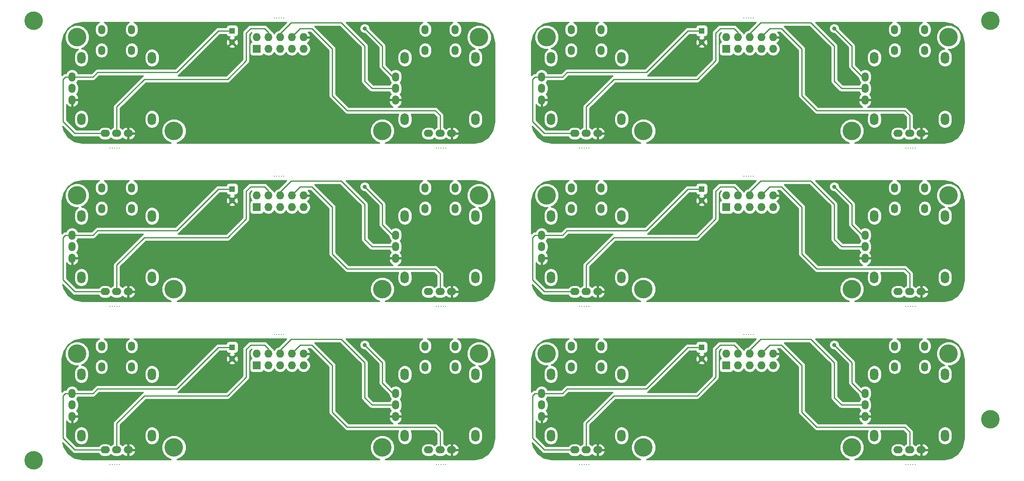
<source format=gtl>
G04 #@! TF.FileFunction,Copper,L1,Top,Signal*
%FSLAX46Y46*%
G04 Gerber Fmt 4.6, Leading zero omitted, Abs format (unit mm)*
G04 Created by KiCad (PCBNEW (2015-01-16 BZR 5376)-product) date 23/06/2015 15:38:06*
%MOMM*%
G01*
G04 APERTURE LIST*
%ADD10C,0.100000*%
%ADD11C,4.000000*%
%ADD12C,0.300000*%
%ADD13R,1.727200X1.727200*%
%ADD14O,1.727200X1.727200*%
%ADD15R,1.300000X1.300000*%
%ADD16C,1.300000*%
%ADD17O,1.800000X2.600000*%
%ADD18O,1.524000X2.000000*%
%ADD19O,2.000000X1.540000*%
%ADD20C,0.889000*%
%ADD21C,0.254000*%
G04 APERTURE END LIST*
D10*
D11*
X245110000Y-68580000D03*
X245110000Y-154940000D03*
X38100000Y-163830000D03*
X38100000Y-68580000D03*
D12*
X156210000Y-96139000D03*
D13*
X187960000Y-74676000D03*
D14*
X187960000Y-72136000D03*
X190500000Y-74676000D03*
X190500000Y-72136000D03*
X193040000Y-74676000D03*
X193040000Y-72136000D03*
X195580000Y-74676000D03*
X195580000Y-72136000D03*
X198120000Y-74676000D03*
X198120000Y-72136000D03*
D15*
X182658000Y-70736000D03*
D16*
X182658000Y-73236000D03*
D11*
X170053000Y-92456000D03*
X236093000Y-72136000D03*
X215138000Y-92456000D03*
X149098000Y-72136000D03*
D17*
X150008000Y-76586000D03*
X165308000Y-76586000D03*
X165308000Y-89886000D03*
X150008000Y-89886000D03*
D18*
X148008000Y-83236000D03*
X148008000Y-80736000D03*
X148008000Y-85736000D03*
D19*
X157658000Y-92986000D03*
X155158000Y-92986000D03*
X160158000Y-92986000D03*
D18*
X154408000Y-74986000D03*
X160908000Y-74986000D03*
X160908000Y-70486000D03*
X154408000Y-70486000D03*
D17*
X220008000Y-76586000D03*
X235308000Y-76586000D03*
X235308000Y-89886000D03*
X220008000Y-89886000D03*
D18*
X218008000Y-83236000D03*
X218008000Y-80736000D03*
X218008000Y-85736000D03*
D19*
X227658000Y-92986000D03*
X225158000Y-92986000D03*
X230158000Y-92986000D03*
D18*
X224408000Y-74986000D03*
X230908000Y-74986000D03*
X230908000Y-70486000D03*
X224408000Y-70486000D03*
D12*
X156718000Y-96139000D03*
X157734000Y-96139000D03*
X157226000Y-96139000D03*
X158242000Y-96139000D03*
X193802000Y-67945000D03*
X192786000Y-67945000D03*
X193294000Y-67945000D03*
X192278000Y-67945000D03*
X191770000Y-67945000D03*
X228854000Y-96139000D03*
X227838000Y-96139000D03*
X228346000Y-96139000D03*
X227330000Y-96139000D03*
X226822000Y-96139000D03*
X226822000Y-130429000D03*
X227330000Y-130429000D03*
X228346000Y-130429000D03*
X227838000Y-130429000D03*
X228854000Y-130429000D03*
X191770000Y-102235000D03*
X192278000Y-102235000D03*
X193294000Y-102235000D03*
X192786000Y-102235000D03*
X193802000Y-102235000D03*
X158242000Y-130429000D03*
X157226000Y-130429000D03*
X157734000Y-130429000D03*
X156718000Y-130429000D03*
D17*
X220008000Y-110876000D03*
X235308000Y-110876000D03*
X235308000Y-124176000D03*
X220008000Y-124176000D03*
D18*
X218008000Y-117526000D03*
X218008000Y-115026000D03*
X218008000Y-120026000D03*
D19*
X227658000Y-127276000D03*
X225158000Y-127276000D03*
X230158000Y-127276000D03*
D18*
X224408000Y-109276000D03*
X230908000Y-109276000D03*
X230908000Y-104776000D03*
X224408000Y-104776000D03*
D17*
X150008000Y-110876000D03*
X165308000Y-110876000D03*
X165308000Y-124176000D03*
X150008000Y-124176000D03*
D18*
X148008000Y-117526000D03*
X148008000Y-115026000D03*
X148008000Y-120026000D03*
D19*
X157658000Y-127276000D03*
X155158000Y-127276000D03*
X160158000Y-127276000D03*
D18*
X154408000Y-109276000D03*
X160908000Y-109276000D03*
X160908000Y-104776000D03*
X154408000Y-104776000D03*
D11*
X149098000Y-106426000D03*
X215138000Y-126746000D03*
X236093000Y-106426000D03*
X170053000Y-126746000D03*
D15*
X182658000Y-105026000D03*
D16*
X182658000Y-107526000D03*
D13*
X187960000Y-108966000D03*
D14*
X187960000Y-106426000D03*
X190500000Y-108966000D03*
X190500000Y-106426000D03*
X193040000Y-108966000D03*
X193040000Y-106426000D03*
X195580000Y-108966000D03*
X195580000Y-106426000D03*
X198120000Y-108966000D03*
X198120000Y-106426000D03*
D12*
X156210000Y-130429000D03*
X156210000Y-164719000D03*
D13*
X187960000Y-143256000D03*
D14*
X187960000Y-140716000D03*
X190500000Y-143256000D03*
X190500000Y-140716000D03*
X193040000Y-143256000D03*
X193040000Y-140716000D03*
X195580000Y-143256000D03*
X195580000Y-140716000D03*
X198120000Y-143256000D03*
X198120000Y-140716000D03*
D15*
X182658000Y-139316000D03*
D16*
X182658000Y-141816000D03*
D11*
X170053000Y-161036000D03*
X236093000Y-140716000D03*
X215138000Y-161036000D03*
X149098000Y-140716000D03*
D17*
X150008000Y-145166000D03*
X165308000Y-145166000D03*
X165308000Y-158466000D03*
X150008000Y-158466000D03*
D18*
X148008000Y-151816000D03*
X148008000Y-149316000D03*
X148008000Y-154316000D03*
D19*
X157658000Y-161566000D03*
X155158000Y-161566000D03*
X160158000Y-161566000D03*
D18*
X154408000Y-143566000D03*
X160908000Y-143566000D03*
X160908000Y-139066000D03*
X154408000Y-139066000D03*
D17*
X220008000Y-145166000D03*
X235308000Y-145166000D03*
X235308000Y-158466000D03*
X220008000Y-158466000D03*
D18*
X218008000Y-151816000D03*
X218008000Y-149316000D03*
X218008000Y-154316000D03*
D19*
X227658000Y-161566000D03*
X225158000Y-161566000D03*
X230158000Y-161566000D03*
D18*
X224408000Y-143566000D03*
X230908000Y-143566000D03*
X230908000Y-139066000D03*
X224408000Y-139066000D03*
D12*
X156718000Y-164719000D03*
X157734000Y-164719000D03*
X157226000Y-164719000D03*
X158242000Y-164719000D03*
X193802000Y-136525000D03*
X192786000Y-136525000D03*
X193294000Y-136525000D03*
X192278000Y-136525000D03*
X191770000Y-136525000D03*
X228854000Y-164719000D03*
X227838000Y-164719000D03*
X228346000Y-164719000D03*
X227330000Y-164719000D03*
X226822000Y-164719000D03*
X125222000Y-164719000D03*
X125730000Y-164719000D03*
X126746000Y-164719000D03*
X126238000Y-164719000D03*
X127254000Y-164719000D03*
X90170000Y-136525000D03*
X90678000Y-136525000D03*
X91694000Y-136525000D03*
X91186000Y-136525000D03*
X92202000Y-136525000D03*
X56642000Y-164719000D03*
X55626000Y-164719000D03*
X56134000Y-164719000D03*
X55118000Y-164719000D03*
D17*
X118408000Y-145166000D03*
X133708000Y-145166000D03*
X133708000Y-158466000D03*
X118408000Y-158466000D03*
D18*
X116408000Y-151816000D03*
X116408000Y-149316000D03*
X116408000Y-154316000D03*
D19*
X126058000Y-161566000D03*
X123558000Y-161566000D03*
X128558000Y-161566000D03*
D18*
X122808000Y-143566000D03*
X129308000Y-143566000D03*
X129308000Y-139066000D03*
X122808000Y-139066000D03*
D17*
X48408000Y-145166000D03*
X63708000Y-145166000D03*
X63708000Y-158466000D03*
X48408000Y-158466000D03*
D18*
X46408000Y-151816000D03*
X46408000Y-149316000D03*
X46408000Y-154316000D03*
D19*
X56058000Y-161566000D03*
X53558000Y-161566000D03*
X58558000Y-161566000D03*
D18*
X52808000Y-143566000D03*
X59308000Y-143566000D03*
X59308000Y-139066000D03*
X52808000Y-139066000D03*
D11*
X47498000Y-140716000D03*
X113538000Y-161036000D03*
X134493000Y-140716000D03*
X68453000Y-161036000D03*
D15*
X81058000Y-139316000D03*
D16*
X81058000Y-141816000D03*
D13*
X86360000Y-143256000D03*
D14*
X86360000Y-140716000D03*
X88900000Y-143256000D03*
X88900000Y-140716000D03*
X91440000Y-143256000D03*
X91440000Y-140716000D03*
X93980000Y-143256000D03*
X93980000Y-140716000D03*
X96520000Y-143256000D03*
X96520000Y-140716000D03*
D12*
X54610000Y-164719000D03*
X54610000Y-130429000D03*
D13*
X86360000Y-108966000D03*
D14*
X86360000Y-106426000D03*
X88900000Y-108966000D03*
X88900000Y-106426000D03*
X91440000Y-108966000D03*
X91440000Y-106426000D03*
X93980000Y-108966000D03*
X93980000Y-106426000D03*
X96520000Y-108966000D03*
X96520000Y-106426000D03*
D15*
X81058000Y-105026000D03*
D16*
X81058000Y-107526000D03*
D11*
X68453000Y-126746000D03*
X134493000Y-106426000D03*
X113538000Y-126746000D03*
X47498000Y-106426000D03*
D17*
X48408000Y-110876000D03*
X63708000Y-110876000D03*
X63708000Y-124176000D03*
X48408000Y-124176000D03*
D18*
X46408000Y-117526000D03*
X46408000Y-115026000D03*
X46408000Y-120026000D03*
D19*
X56058000Y-127276000D03*
X53558000Y-127276000D03*
X58558000Y-127276000D03*
D18*
X52808000Y-109276000D03*
X59308000Y-109276000D03*
X59308000Y-104776000D03*
X52808000Y-104776000D03*
D17*
X118408000Y-110876000D03*
X133708000Y-110876000D03*
X133708000Y-124176000D03*
X118408000Y-124176000D03*
D18*
X116408000Y-117526000D03*
X116408000Y-115026000D03*
X116408000Y-120026000D03*
D19*
X126058000Y-127276000D03*
X123558000Y-127276000D03*
X128558000Y-127276000D03*
D18*
X122808000Y-109276000D03*
X129308000Y-109276000D03*
X129308000Y-104776000D03*
X122808000Y-104776000D03*
D12*
X55118000Y-130429000D03*
X56134000Y-130429000D03*
X55626000Y-130429000D03*
X56642000Y-130429000D03*
X92202000Y-102235000D03*
X91186000Y-102235000D03*
X91694000Y-102235000D03*
X90678000Y-102235000D03*
X90170000Y-102235000D03*
X127254000Y-130429000D03*
X126238000Y-130429000D03*
X126746000Y-130429000D03*
X125730000Y-130429000D03*
X125222000Y-130429000D03*
X125222000Y-96139000D03*
X125730000Y-96139000D03*
X126746000Y-96139000D03*
X126238000Y-96139000D03*
X127254000Y-96139000D03*
X90170000Y-67945000D03*
X90678000Y-67945000D03*
X91694000Y-67945000D03*
X91186000Y-67945000D03*
X92202000Y-67945000D03*
X56642000Y-96139000D03*
X55626000Y-96139000D03*
X56134000Y-96139000D03*
X55118000Y-96139000D03*
D17*
X118408000Y-76586000D03*
X133708000Y-76586000D03*
X133708000Y-89886000D03*
X118408000Y-89886000D03*
D18*
X116408000Y-83236000D03*
X116408000Y-80736000D03*
X116408000Y-85736000D03*
D19*
X126058000Y-92986000D03*
X123558000Y-92986000D03*
X128558000Y-92986000D03*
D18*
X122808000Y-74986000D03*
X129308000Y-74986000D03*
X129308000Y-70486000D03*
X122808000Y-70486000D03*
D17*
X48408000Y-76586000D03*
X63708000Y-76586000D03*
X63708000Y-89886000D03*
X48408000Y-89886000D03*
D18*
X46408000Y-83236000D03*
X46408000Y-80736000D03*
X46408000Y-85736000D03*
D19*
X56058000Y-92986000D03*
X53558000Y-92986000D03*
X58558000Y-92986000D03*
D18*
X52808000Y-74986000D03*
X59308000Y-74986000D03*
X59308000Y-70486000D03*
X52808000Y-70486000D03*
D11*
X47498000Y-72136000D03*
X113538000Y-92456000D03*
X134493000Y-72136000D03*
X68453000Y-92456000D03*
D15*
X81058000Y-70736000D03*
D16*
X81058000Y-73236000D03*
D13*
X86360000Y-74676000D03*
D14*
X86360000Y-72136000D03*
X88900000Y-74676000D03*
X88900000Y-72136000D03*
X91440000Y-74676000D03*
X91440000Y-72136000D03*
X93980000Y-74676000D03*
X93980000Y-72136000D03*
X96520000Y-74676000D03*
X96520000Y-72136000D03*
D12*
X54610000Y-96139000D03*
D20*
X109728000Y-70231000D03*
X109728000Y-104521000D03*
X109728000Y-138811000D03*
X211328000Y-138811000D03*
X211328000Y-104521000D03*
X211328000Y-70231000D03*
D21*
X81058000Y-70736000D02*
X78108000Y-70736000D01*
X50963000Y-80736000D02*
X46408000Y-80736000D01*
X51943000Y-79756000D02*
X50963000Y-80736000D01*
X69088000Y-79756000D02*
X51943000Y-79756000D01*
X78108000Y-70736000D02*
X69088000Y-79756000D01*
X47012000Y-92986000D02*
X53558000Y-92986000D01*
X46408000Y-80736000D02*
X44994000Y-80736000D01*
X44994000Y-80736000D02*
X44450000Y-81280000D01*
X44450000Y-81280000D02*
X44450000Y-90424000D01*
X44450000Y-90424000D02*
X47012000Y-92986000D01*
X113538000Y-78486000D02*
X113538000Y-74041000D01*
X113538000Y-74041000D02*
X109728000Y-70231000D01*
X115788000Y-80736000D02*
X113538000Y-78486000D01*
X116408000Y-80736000D02*
X115788000Y-80736000D01*
X116408000Y-115026000D02*
X115788000Y-115026000D01*
X115788000Y-115026000D02*
X113538000Y-112776000D01*
X113538000Y-108331000D02*
X109728000Y-104521000D01*
X113538000Y-112776000D02*
X113538000Y-108331000D01*
X44450000Y-124714000D02*
X47012000Y-127276000D01*
X44450000Y-115570000D02*
X44450000Y-124714000D01*
X44994000Y-115026000D02*
X44450000Y-115570000D01*
X46408000Y-115026000D02*
X44994000Y-115026000D01*
X47012000Y-127276000D02*
X53558000Y-127276000D01*
X78108000Y-105026000D02*
X69088000Y-114046000D01*
X69088000Y-114046000D02*
X51943000Y-114046000D01*
X51943000Y-114046000D02*
X50963000Y-115026000D01*
X50963000Y-115026000D02*
X46408000Y-115026000D01*
X81058000Y-105026000D02*
X78108000Y-105026000D01*
X81058000Y-139316000D02*
X78108000Y-139316000D01*
X50963000Y-149316000D02*
X46408000Y-149316000D01*
X51943000Y-148336000D02*
X50963000Y-149316000D01*
X69088000Y-148336000D02*
X51943000Y-148336000D01*
X78108000Y-139316000D02*
X69088000Y-148336000D01*
X47012000Y-161566000D02*
X53558000Y-161566000D01*
X46408000Y-149316000D02*
X44994000Y-149316000D01*
X44994000Y-149316000D02*
X44450000Y-149860000D01*
X44450000Y-149860000D02*
X44450000Y-159004000D01*
X44450000Y-159004000D02*
X47012000Y-161566000D01*
X113538000Y-147066000D02*
X113538000Y-142621000D01*
X113538000Y-142621000D02*
X109728000Y-138811000D01*
X115788000Y-149316000D02*
X113538000Y-147066000D01*
X116408000Y-149316000D02*
X115788000Y-149316000D01*
X218008000Y-149316000D02*
X217388000Y-149316000D01*
X217388000Y-149316000D02*
X215138000Y-147066000D01*
X215138000Y-142621000D02*
X211328000Y-138811000D01*
X215138000Y-147066000D02*
X215138000Y-142621000D01*
X146050000Y-159004000D02*
X148612000Y-161566000D01*
X146050000Y-149860000D02*
X146050000Y-159004000D01*
X146594000Y-149316000D02*
X146050000Y-149860000D01*
X148008000Y-149316000D02*
X146594000Y-149316000D01*
X148612000Y-161566000D02*
X155158000Y-161566000D01*
X179708000Y-139316000D02*
X170688000Y-148336000D01*
X170688000Y-148336000D02*
X153543000Y-148336000D01*
X153543000Y-148336000D02*
X152563000Y-149316000D01*
X152563000Y-149316000D02*
X148008000Y-149316000D01*
X182658000Y-139316000D02*
X179708000Y-139316000D01*
X182658000Y-105026000D02*
X179708000Y-105026000D01*
X152563000Y-115026000D02*
X148008000Y-115026000D01*
X153543000Y-114046000D02*
X152563000Y-115026000D01*
X170688000Y-114046000D02*
X153543000Y-114046000D01*
X179708000Y-105026000D02*
X170688000Y-114046000D01*
X148612000Y-127276000D02*
X155158000Y-127276000D01*
X148008000Y-115026000D02*
X146594000Y-115026000D01*
X146594000Y-115026000D02*
X146050000Y-115570000D01*
X146050000Y-115570000D02*
X146050000Y-124714000D01*
X146050000Y-124714000D02*
X148612000Y-127276000D01*
X215138000Y-112776000D02*
X215138000Y-108331000D01*
X215138000Y-108331000D02*
X211328000Y-104521000D01*
X217388000Y-115026000D02*
X215138000Y-112776000D01*
X218008000Y-115026000D02*
X217388000Y-115026000D01*
X218008000Y-80736000D02*
X217388000Y-80736000D01*
X217388000Y-80736000D02*
X215138000Y-78486000D01*
X215138000Y-74041000D02*
X211328000Y-70231000D01*
X215138000Y-78486000D02*
X215138000Y-74041000D01*
X146050000Y-90424000D02*
X148612000Y-92986000D01*
X146050000Y-81280000D02*
X146050000Y-90424000D01*
X146594000Y-80736000D02*
X146050000Y-81280000D01*
X148008000Y-80736000D02*
X146594000Y-80736000D01*
X148612000Y-92986000D02*
X155158000Y-92986000D01*
X179708000Y-70736000D02*
X170688000Y-79756000D01*
X170688000Y-79756000D02*
X153543000Y-79756000D01*
X153543000Y-79756000D02*
X152563000Y-80736000D01*
X152563000Y-80736000D02*
X148008000Y-80736000D01*
X182658000Y-70736000D02*
X179708000Y-70736000D01*
X111303000Y-83236000D02*
X116408000Y-83236000D01*
X109728000Y-81661000D02*
X111303000Y-83236000D01*
X109728000Y-74041000D02*
X109728000Y-81661000D01*
X104648000Y-68961000D02*
X109728000Y-74041000D01*
X93853000Y-68961000D02*
X104648000Y-68961000D01*
X91440000Y-71374000D02*
X93853000Y-68961000D01*
X91440000Y-72136000D02*
X91440000Y-71374000D01*
X91440000Y-106426000D02*
X91440000Y-105664000D01*
X91440000Y-105664000D02*
X93853000Y-103251000D01*
X93853000Y-103251000D02*
X104648000Y-103251000D01*
X104648000Y-103251000D02*
X109728000Y-108331000D01*
X109728000Y-108331000D02*
X109728000Y-115951000D01*
X109728000Y-115951000D02*
X111303000Y-117526000D01*
X111303000Y-117526000D02*
X116408000Y-117526000D01*
X111303000Y-151816000D02*
X116408000Y-151816000D01*
X109728000Y-150241000D02*
X111303000Y-151816000D01*
X109728000Y-142621000D02*
X109728000Y-150241000D01*
X104648000Y-137541000D02*
X109728000Y-142621000D01*
X93853000Y-137541000D02*
X104648000Y-137541000D01*
X91440000Y-139954000D02*
X93853000Y-137541000D01*
X91440000Y-140716000D02*
X91440000Y-139954000D01*
X193040000Y-140716000D02*
X193040000Y-139954000D01*
X193040000Y-139954000D02*
X195453000Y-137541000D01*
X195453000Y-137541000D02*
X206248000Y-137541000D01*
X206248000Y-137541000D02*
X211328000Y-142621000D01*
X211328000Y-142621000D02*
X211328000Y-150241000D01*
X211328000Y-150241000D02*
X212903000Y-151816000D01*
X212903000Y-151816000D02*
X218008000Y-151816000D01*
X212903000Y-117526000D02*
X218008000Y-117526000D01*
X211328000Y-115951000D02*
X212903000Y-117526000D01*
X211328000Y-108331000D02*
X211328000Y-115951000D01*
X206248000Y-103251000D02*
X211328000Y-108331000D01*
X195453000Y-103251000D02*
X206248000Y-103251000D01*
X193040000Y-105664000D02*
X195453000Y-103251000D01*
X193040000Y-106426000D02*
X193040000Y-105664000D01*
X193040000Y-72136000D02*
X193040000Y-71374000D01*
X193040000Y-71374000D02*
X195453000Y-68961000D01*
X195453000Y-68961000D02*
X206248000Y-68961000D01*
X206248000Y-68961000D02*
X211328000Y-74041000D01*
X211328000Y-74041000D02*
X211328000Y-81661000D01*
X211328000Y-81661000D02*
X212903000Y-83236000D01*
X212903000Y-83236000D02*
X218008000Y-83236000D01*
X93980000Y-71374000D02*
X93980000Y-72136000D01*
X95758000Y-70231000D02*
X98298000Y-70231000D01*
X98298000Y-70231000D02*
X102743000Y-74676000D01*
X102743000Y-74676000D02*
X102743000Y-84836000D01*
X102743000Y-84836000D02*
X105918000Y-88011000D01*
X105918000Y-88011000D02*
X124968000Y-88011000D01*
X124968000Y-88011000D02*
X126058000Y-89101000D01*
X126058000Y-89101000D02*
X126058000Y-92986000D01*
X93980000Y-72009000D02*
X95758000Y-70231000D01*
X93980000Y-72136000D02*
X93980000Y-72009000D01*
X93980000Y-106426000D02*
X93980000Y-106299000D01*
X93980000Y-106299000D02*
X95758000Y-104521000D01*
X126058000Y-123391000D02*
X126058000Y-127276000D01*
X124968000Y-122301000D02*
X126058000Y-123391000D01*
X105918000Y-122301000D02*
X124968000Y-122301000D01*
X102743000Y-119126000D02*
X105918000Y-122301000D01*
X102743000Y-108966000D02*
X102743000Y-119126000D01*
X98298000Y-104521000D02*
X102743000Y-108966000D01*
X95758000Y-104521000D02*
X98298000Y-104521000D01*
X93980000Y-105664000D02*
X93980000Y-106426000D01*
X93980000Y-139954000D02*
X93980000Y-140716000D01*
X95758000Y-138811000D02*
X98298000Y-138811000D01*
X98298000Y-138811000D02*
X102743000Y-143256000D01*
X102743000Y-143256000D02*
X102743000Y-153416000D01*
X102743000Y-153416000D02*
X105918000Y-156591000D01*
X105918000Y-156591000D02*
X124968000Y-156591000D01*
X124968000Y-156591000D02*
X126058000Y-157681000D01*
X126058000Y-157681000D02*
X126058000Y-161566000D01*
X93980000Y-140589000D02*
X95758000Y-138811000D01*
X93980000Y-140716000D02*
X93980000Y-140589000D01*
X195580000Y-140716000D02*
X195580000Y-140589000D01*
X195580000Y-140589000D02*
X197358000Y-138811000D01*
X227658000Y-157681000D02*
X227658000Y-161566000D01*
X226568000Y-156591000D02*
X227658000Y-157681000D01*
X207518000Y-156591000D02*
X226568000Y-156591000D01*
X204343000Y-153416000D02*
X207518000Y-156591000D01*
X204343000Y-143256000D02*
X204343000Y-153416000D01*
X199898000Y-138811000D02*
X204343000Y-143256000D01*
X197358000Y-138811000D02*
X199898000Y-138811000D01*
X195580000Y-139954000D02*
X195580000Y-140716000D01*
X195580000Y-105664000D02*
X195580000Y-106426000D01*
X197358000Y-104521000D02*
X199898000Y-104521000D01*
X199898000Y-104521000D02*
X204343000Y-108966000D01*
X204343000Y-108966000D02*
X204343000Y-119126000D01*
X204343000Y-119126000D02*
X207518000Y-122301000D01*
X207518000Y-122301000D02*
X226568000Y-122301000D01*
X226568000Y-122301000D02*
X227658000Y-123391000D01*
X227658000Y-123391000D02*
X227658000Y-127276000D01*
X195580000Y-106299000D02*
X197358000Y-104521000D01*
X195580000Y-106426000D02*
X195580000Y-106299000D01*
X195580000Y-72136000D02*
X195580000Y-72009000D01*
X195580000Y-72009000D02*
X197358000Y-70231000D01*
X227658000Y-89101000D02*
X227658000Y-92986000D01*
X226568000Y-88011000D02*
X227658000Y-89101000D01*
X207518000Y-88011000D02*
X226568000Y-88011000D01*
X204343000Y-84836000D02*
X207518000Y-88011000D01*
X204343000Y-74676000D02*
X204343000Y-84836000D01*
X199898000Y-70231000D02*
X204343000Y-74676000D01*
X197358000Y-70231000D02*
X199898000Y-70231000D01*
X195580000Y-71374000D02*
X195580000Y-72136000D01*
X88598000Y-74978000D02*
X88900000Y-74676000D01*
X88598000Y-109268000D02*
X88900000Y-108966000D01*
X88598000Y-143558000D02*
X88900000Y-143256000D01*
X190198000Y-143558000D02*
X190500000Y-143256000D01*
X190198000Y-109268000D02*
X190500000Y-108966000D01*
X190198000Y-74978000D02*
X190500000Y-74676000D01*
X56058000Y-87236000D02*
X62058000Y-81236000D01*
X62058000Y-81236000D02*
X80058000Y-81236000D01*
X80058000Y-81236000D02*
X84058000Y-77236000D01*
X84058000Y-77236000D02*
X84058000Y-71236000D01*
X84058000Y-71236000D02*
X85058000Y-70236000D01*
X85058000Y-70236000D02*
X88058000Y-70236000D01*
X88058000Y-70236000D02*
X88900000Y-71078000D01*
X88900000Y-71078000D02*
X88900000Y-72136000D01*
X56058000Y-92986000D02*
X56058000Y-87236000D01*
X56058000Y-127276000D02*
X56058000Y-121526000D01*
X88900000Y-105368000D02*
X88900000Y-106426000D01*
X88058000Y-104526000D02*
X88900000Y-105368000D01*
X85058000Y-104526000D02*
X88058000Y-104526000D01*
X84058000Y-105526000D02*
X85058000Y-104526000D01*
X84058000Y-111526000D02*
X84058000Y-105526000D01*
X80058000Y-115526000D02*
X84058000Y-111526000D01*
X62058000Y-115526000D02*
X80058000Y-115526000D01*
X56058000Y-121526000D02*
X62058000Y-115526000D01*
X56058000Y-155816000D02*
X62058000Y-149816000D01*
X62058000Y-149816000D02*
X80058000Y-149816000D01*
X80058000Y-149816000D02*
X84058000Y-145816000D01*
X84058000Y-145816000D02*
X84058000Y-139816000D01*
X84058000Y-139816000D02*
X85058000Y-138816000D01*
X85058000Y-138816000D02*
X88058000Y-138816000D01*
X88058000Y-138816000D02*
X88900000Y-139658000D01*
X88900000Y-139658000D02*
X88900000Y-140716000D01*
X56058000Y-161566000D02*
X56058000Y-155816000D01*
X157658000Y-161566000D02*
X157658000Y-155816000D01*
X190500000Y-139658000D02*
X190500000Y-140716000D01*
X189658000Y-138816000D02*
X190500000Y-139658000D01*
X186658000Y-138816000D02*
X189658000Y-138816000D01*
X185658000Y-139816000D02*
X186658000Y-138816000D01*
X185658000Y-145816000D02*
X185658000Y-139816000D01*
X181658000Y-149816000D02*
X185658000Y-145816000D01*
X163658000Y-149816000D02*
X181658000Y-149816000D01*
X157658000Y-155816000D02*
X163658000Y-149816000D01*
X157658000Y-121526000D02*
X163658000Y-115526000D01*
X163658000Y-115526000D02*
X181658000Y-115526000D01*
X181658000Y-115526000D02*
X185658000Y-111526000D01*
X185658000Y-111526000D02*
X185658000Y-105526000D01*
X185658000Y-105526000D02*
X186658000Y-104526000D01*
X186658000Y-104526000D02*
X189658000Y-104526000D01*
X189658000Y-104526000D02*
X190500000Y-105368000D01*
X190500000Y-105368000D02*
X190500000Y-106426000D01*
X157658000Y-127276000D02*
X157658000Y-121526000D01*
X157658000Y-92986000D02*
X157658000Y-87236000D01*
X190500000Y-71078000D02*
X190500000Y-72136000D01*
X189658000Y-70236000D02*
X190500000Y-71078000D01*
X186658000Y-70236000D02*
X189658000Y-70236000D01*
X185658000Y-71236000D02*
X186658000Y-70236000D01*
X185658000Y-77236000D02*
X185658000Y-71236000D01*
X181658000Y-81236000D02*
X185658000Y-77236000D01*
X163658000Y-81236000D02*
X181658000Y-81236000D01*
X157658000Y-87236000D02*
X163658000Y-81236000D01*
G36*
X61836797Y-80518000D02*
X61766395Y-80532004D01*
X61519184Y-80697185D01*
X55519185Y-86697185D01*
X55354004Y-86944395D01*
X55296000Y-87236000D01*
X55296000Y-91680449D01*
X55258298Y-91687949D01*
X54808000Y-91988828D01*
X54357702Y-91687949D01*
X53820032Y-91581000D01*
X53295968Y-91581000D01*
X52758298Y-91687949D01*
X52302483Y-91992515D01*
X52147809Y-92224000D01*
X49943000Y-92224000D01*
X49943000Y-90323909D01*
X49943000Y-89448091D01*
X49826155Y-88860672D01*
X49493409Y-88362682D01*
X48995419Y-88029936D01*
X48408000Y-87913091D01*
X47820581Y-88029936D01*
X47810130Y-88036919D01*
X47810130Y-86083692D01*
X47651277Y-85863000D01*
X46535000Y-85863000D01*
X46535000Y-87205720D01*
X46751070Y-87328220D01*
X46843230Y-87311377D01*
X47321892Y-87043020D01*
X47661422Y-86611914D01*
X47810130Y-86083692D01*
X47810130Y-88036919D01*
X47322591Y-88362682D01*
X46989845Y-88860672D01*
X46873000Y-89448091D01*
X46873000Y-90323909D01*
X46989845Y-90911328D01*
X47322591Y-91409318D01*
X47820581Y-91742064D01*
X48408000Y-91858909D01*
X48995419Y-91742064D01*
X49493409Y-91409318D01*
X49826155Y-90911328D01*
X49943000Y-90323909D01*
X49943000Y-92224000D01*
X47327630Y-92224000D01*
X45212000Y-90108370D01*
X45212000Y-86684823D01*
X45494108Y-87043020D01*
X45972770Y-87311377D01*
X46064930Y-87328220D01*
X46281000Y-87205720D01*
X46281000Y-85863000D01*
X46261000Y-85863000D01*
X46261000Y-85609000D01*
X46281000Y-85609000D01*
X46281000Y-85589000D01*
X46535000Y-85589000D01*
X46535000Y-85609000D01*
X47651277Y-85609000D01*
X47810130Y-85388308D01*
X47661422Y-84860086D01*
X47380864Y-84503858D01*
X47395828Y-84493860D01*
X47698660Y-84040641D01*
X47805000Y-83506032D01*
X47805000Y-82965968D01*
X47698660Y-82431359D01*
X47401079Y-81986000D01*
X47698660Y-81540641D01*
X47707141Y-81498000D01*
X50963000Y-81498000D01*
X50963000Y-81497999D01*
X51254604Y-81439996D01*
X51254605Y-81439996D01*
X51501815Y-81274815D01*
X52258630Y-80518000D01*
X61836797Y-80518000D01*
X61836797Y-80518000D01*
G37*
X61836797Y-80518000D02*
X61766395Y-80532004D01*
X61519184Y-80697185D01*
X55519185Y-86697185D01*
X55354004Y-86944395D01*
X55296000Y-87236000D01*
X55296000Y-91680449D01*
X55258298Y-91687949D01*
X54808000Y-91988828D01*
X54357702Y-91687949D01*
X53820032Y-91581000D01*
X53295968Y-91581000D01*
X52758298Y-91687949D01*
X52302483Y-91992515D01*
X52147809Y-92224000D01*
X49943000Y-92224000D01*
X49943000Y-90323909D01*
X49943000Y-89448091D01*
X49826155Y-88860672D01*
X49493409Y-88362682D01*
X48995419Y-88029936D01*
X48408000Y-87913091D01*
X47820581Y-88029936D01*
X47810130Y-88036919D01*
X47810130Y-86083692D01*
X47651277Y-85863000D01*
X46535000Y-85863000D01*
X46535000Y-87205720D01*
X46751070Y-87328220D01*
X46843230Y-87311377D01*
X47321892Y-87043020D01*
X47661422Y-86611914D01*
X47810130Y-86083692D01*
X47810130Y-88036919D01*
X47322591Y-88362682D01*
X46989845Y-88860672D01*
X46873000Y-89448091D01*
X46873000Y-90323909D01*
X46989845Y-90911328D01*
X47322591Y-91409318D01*
X47820581Y-91742064D01*
X48408000Y-91858909D01*
X48995419Y-91742064D01*
X49493409Y-91409318D01*
X49826155Y-90911328D01*
X49943000Y-90323909D01*
X49943000Y-92224000D01*
X47327630Y-92224000D01*
X45212000Y-90108370D01*
X45212000Y-86684823D01*
X45494108Y-87043020D01*
X45972770Y-87311377D01*
X46064930Y-87328220D01*
X46281000Y-87205720D01*
X46281000Y-85863000D01*
X46261000Y-85863000D01*
X46261000Y-85609000D01*
X46281000Y-85609000D01*
X46281000Y-85589000D01*
X46535000Y-85589000D01*
X46535000Y-85609000D01*
X47651277Y-85609000D01*
X47810130Y-85388308D01*
X47661422Y-84860086D01*
X47380864Y-84503858D01*
X47395828Y-84493860D01*
X47698660Y-84040641D01*
X47805000Y-83506032D01*
X47805000Y-82965968D01*
X47698660Y-82431359D01*
X47401079Y-81986000D01*
X47698660Y-81540641D01*
X47707141Y-81498000D01*
X50963000Y-81498000D01*
X50963000Y-81497999D01*
X51254604Y-81439996D01*
X51254605Y-81439996D01*
X51501815Y-81274815D01*
X52258630Y-80518000D01*
X61836797Y-80518000D01*
G36*
X61836797Y-114808000D02*
X61766395Y-114822004D01*
X61519184Y-114987185D01*
X55519185Y-120987185D01*
X55354004Y-121234395D01*
X55296000Y-121526000D01*
X55296000Y-125970449D01*
X55258298Y-125977949D01*
X54808000Y-126278828D01*
X54357702Y-125977949D01*
X53820032Y-125871000D01*
X53295968Y-125871000D01*
X52758298Y-125977949D01*
X52302483Y-126282515D01*
X52147809Y-126514000D01*
X49943000Y-126514000D01*
X49943000Y-124613909D01*
X49943000Y-123738091D01*
X49826155Y-123150672D01*
X49493409Y-122652682D01*
X48995419Y-122319936D01*
X48408000Y-122203091D01*
X47820581Y-122319936D01*
X47810130Y-122326919D01*
X47810130Y-120373692D01*
X47651277Y-120153000D01*
X46535000Y-120153000D01*
X46535000Y-121495720D01*
X46751070Y-121618220D01*
X46843230Y-121601377D01*
X47321892Y-121333020D01*
X47661422Y-120901914D01*
X47810130Y-120373692D01*
X47810130Y-122326919D01*
X47322591Y-122652682D01*
X46989845Y-123150672D01*
X46873000Y-123738091D01*
X46873000Y-124613909D01*
X46989845Y-125201328D01*
X47322591Y-125699318D01*
X47820581Y-126032064D01*
X48408000Y-126148909D01*
X48995419Y-126032064D01*
X49493409Y-125699318D01*
X49826155Y-125201328D01*
X49943000Y-124613909D01*
X49943000Y-126514000D01*
X47327630Y-126514000D01*
X45212000Y-124398370D01*
X45212000Y-120974823D01*
X45494108Y-121333020D01*
X45972770Y-121601377D01*
X46064930Y-121618220D01*
X46281000Y-121495720D01*
X46281000Y-120153000D01*
X46261000Y-120153000D01*
X46261000Y-119899000D01*
X46281000Y-119899000D01*
X46281000Y-119879000D01*
X46535000Y-119879000D01*
X46535000Y-119899000D01*
X47651277Y-119899000D01*
X47810130Y-119678308D01*
X47661422Y-119150086D01*
X47380864Y-118793858D01*
X47395828Y-118783860D01*
X47698660Y-118330641D01*
X47805000Y-117796032D01*
X47805000Y-117255968D01*
X47698660Y-116721359D01*
X47401079Y-116276000D01*
X47698660Y-115830641D01*
X47707141Y-115788000D01*
X50963000Y-115788000D01*
X50963000Y-115787999D01*
X51254604Y-115729996D01*
X51254605Y-115729996D01*
X51501815Y-115564815D01*
X52258630Y-114808000D01*
X61836797Y-114808000D01*
X61836797Y-114808000D01*
G37*
X61836797Y-114808000D02*
X61766395Y-114822004D01*
X61519184Y-114987185D01*
X55519185Y-120987185D01*
X55354004Y-121234395D01*
X55296000Y-121526000D01*
X55296000Y-125970449D01*
X55258298Y-125977949D01*
X54808000Y-126278828D01*
X54357702Y-125977949D01*
X53820032Y-125871000D01*
X53295968Y-125871000D01*
X52758298Y-125977949D01*
X52302483Y-126282515D01*
X52147809Y-126514000D01*
X49943000Y-126514000D01*
X49943000Y-124613909D01*
X49943000Y-123738091D01*
X49826155Y-123150672D01*
X49493409Y-122652682D01*
X48995419Y-122319936D01*
X48408000Y-122203091D01*
X47820581Y-122319936D01*
X47810130Y-122326919D01*
X47810130Y-120373692D01*
X47651277Y-120153000D01*
X46535000Y-120153000D01*
X46535000Y-121495720D01*
X46751070Y-121618220D01*
X46843230Y-121601377D01*
X47321892Y-121333020D01*
X47661422Y-120901914D01*
X47810130Y-120373692D01*
X47810130Y-122326919D01*
X47322591Y-122652682D01*
X46989845Y-123150672D01*
X46873000Y-123738091D01*
X46873000Y-124613909D01*
X46989845Y-125201328D01*
X47322591Y-125699318D01*
X47820581Y-126032064D01*
X48408000Y-126148909D01*
X48995419Y-126032064D01*
X49493409Y-125699318D01*
X49826155Y-125201328D01*
X49943000Y-124613909D01*
X49943000Y-126514000D01*
X47327630Y-126514000D01*
X45212000Y-124398370D01*
X45212000Y-120974823D01*
X45494108Y-121333020D01*
X45972770Y-121601377D01*
X46064930Y-121618220D01*
X46281000Y-121495720D01*
X46281000Y-120153000D01*
X46261000Y-120153000D01*
X46261000Y-119899000D01*
X46281000Y-119899000D01*
X46281000Y-119879000D01*
X46535000Y-119879000D01*
X46535000Y-119899000D01*
X47651277Y-119899000D01*
X47810130Y-119678308D01*
X47661422Y-119150086D01*
X47380864Y-118793858D01*
X47395828Y-118783860D01*
X47698660Y-118330641D01*
X47805000Y-117796032D01*
X47805000Y-117255968D01*
X47698660Y-116721359D01*
X47401079Y-116276000D01*
X47698660Y-115830641D01*
X47707141Y-115788000D01*
X50963000Y-115788000D01*
X50963000Y-115787999D01*
X51254604Y-115729996D01*
X51254605Y-115729996D01*
X51501815Y-115564815D01*
X52258630Y-114808000D01*
X61836797Y-114808000D01*
G36*
X61836797Y-149098000D02*
X61766395Y-149112004D01*
X61519184Y-149277185D01*
X55519185Y-155277185D01*
X55354004Y-155524395D01*
X55296000Y-155816000D01*
X55296000Y-160260449D01*
X55258298Y-160267949D01*
X54808000Y-160568828D01*
X54357702Y-160267949D01*
X53820032Y-160161000D01*
X53295968Y-160161000D01*
X52758298Y-160267949D01*
X52302483Y-160572515D01*
X52147809Y-160804000D01*
X49943000Y-160804000D01*
X49943000Y-158903909D01*
X49943000Y-158028091D01*
X49826155Y-157440672D01*
X49493409Y-156942682D01*
X48995419Y-156609936D01*
X48408000Y-156493091D01*
X47820581Y-156609936D01*
X47810130Y-156616919D01*
X47810130Y-154663692D01*
X47651277Y-154443000D01*
X46535000Y-154443000D01*
X46535000Y-155785720D01*
X46751070Y-155908220D01*
X46843230Y-155891377D01*
X47321892Y-155623020D01*
X47661422Y-155191914D01*
X47810130Y-154663692D01*
X47810130Y-156616919D01*
X47322591Y-156942682D01*
X46989845Y-157440672D01*
X46873000Y-158028091D01*
X46873000Y-158903909D01*
X46989845Y-159491328D01*
X47322591Y-159989318D01*
X47820581Y-160322064D01*
X48408000Y-160438909D01*
X48995419Y-160322064D01*
X49493409Y-159989318D01*
X49826155Y-159491328D01*
X49943000Y-158903909D01*
X49943000Y-160804000D01*
X47327630Y-160804000D01*
X45212000Y-158688370D01*
X45212000Y-155264823D01*
X45494108Y-155623020D01*
X45972770Y-155891377D01*
X46064930Y-155908220D01*
X46281000Y-155785720D01*
X46281000Y-154443000D01*
X46261000Y-154443000D01*
X46261000Y-154189000D01*
X46281000Y-154189000D01*
X46281000Y-154169000D01*
X46535000Y-154169000D01*
X46535000Y-154189000D01*
X47651277Y-154189000D01*
X47810130Y-153968308D01*
X47661422Y-153440086D01*
X47380864Y-153083858D01*
X47395828Y-153073860D01*
X47698660Y-152620641D01*
X47805000Y-152086032D01*
X47805000Y-151545968D01*
X47698660Y-151011359D01*
X47401079Y-150566000D01*
X47698660Y-150120641D01*
X47707141Y-150078000D01*
X50963000Y-150078000D01*
X50963000Y-150077999D01*
X51254604Y-150019996D01*
X51254605Y-150019996D01*
X51501815Y-149854815D01*
X52258630Y-149098000D01*
X61836797Y-149098000D01*
X61836797Y-149098000D01*
G37*
X61836797Y-149098000D02*
X61766395Y-149112004D01*
X61519184Y-149277185D01*
X55519185Y-155277185D01*
X55354004Y-155524395D01*
X55296000Y-155816000D01*
X55296000Y-160260449D01*
X55258298Y-160267949D01*
X54808000Y-160568828D01*
X54357702Y-160267949D01*
X53820032Y-160161000D01*
X53295968Y-160161000D01*
X52758298Y-160267949D01*
X52302483Y-160572515D01*
X52147809Y-160804000D01*
X49943000Y-160804000D01*
X49943000Y-158903909D01*
X49943000Y-158028091D01*
X49826155Y-157440672D01*
X49493409Y-156942682D01*
X48995419Y-156609936D01*
X48408000Y-156493091D01*
X47820581Y-156609936D01*
X47810130Y-156616919D01*
X47810130Y-154663692D01*
X47651277Y-154443000D01*
X46535000Y-154443000D01*
X46535000Y-155785720D01*
X46751070Y-155908220D01*
X46843230Y-155891377D01*
X47321892Y-155623020D01*
X47661422Y-155191914D01*
X47810130Y-154663692D01*
X47810130Y-156616919D01*
X47322591Y-156942682D01*
X46989845Y-157440672D01*
X46873000Y-158028091D01*
X46873000Y-158903909D01*
X46989845Y-159491328D01*
X47322591Y-159989318D01*
X47820581Y-160322064D01*
X48408000Y-160438909D01*
X48995419Y-160322064D01*
X49493409Y-159989318D01*
X49826155Y-159491328D01*
X49943000Y-158903909D01*
X49943000Y-160804000D01*
X47327630Y-160804000D01*
X45212000Y-158688370D01*
X45212000Y-155264823D01*
X45494108Y-155623020D01*
X45972770Y-155891377D01*
X46064930Y-155908220D01*
X46281000Y-155785720D01*
X46281000Y-154443000D01*
X46261000Y-154443000D01*
X46261000Y-154189000D01*
X46281000Y-154189000D01*
X46281000Y-154169000D01*
X46535000Y-154169000D01*
X46535000Y-154189000D01*
X47651277Y-154189000D01*
X47810130Y-153968308D01*
X47661422Y-153440086D01*
X47380864Y-153083858D01*
X47395828Y-153073860D01*
X47698660Y-152620641D01*
X47805000Y-152086032D01*
X47805000Y-151545968D01*
X47698660Y-151011359D01*
X47401079Y-150566000D01*
X47698660Y-150120641D01*
X47707141Y-150078000D01*
X50963000Y-150078000D01*
X50963000Y-150077999D01*
X51254604Y-150019996D01*
X51254605Y-150019996D01*
X51501815Y-149854815D01*
X52258630Y-149098000D01*
X61836797Y-149098000D01*
G36*
X92815369Y-68921000D02*
X91050940Y-70685429D01*
X90866511Y-70722115D01*
X90380330Y-71046971D01*
X90170000Y-71361751D01*
X89959670Y-71046971D01*
X89609254Y-70812830D01*
X89603996Y-70786396D01*
X89603996Y-70786395D01*
X89438815Y-70539185D01*
X88596815Y-69697185D01*
X88349605Y-69532004D01*
X88058000Y-69474000D01*
X85058000Y-69474000D01*
X84766396Y-69532003D01*
X84519185Y-69697184D01*
X83519185Y-70697185D01*
X83354004Y-70944395D01*
X83296000Y-71236000D01*
X83296000Y-76920369D01*
X82355622Y-77860747D01*
X82355622Y-73416922D01*
X82326083Y-72906572D01*
X82187611Y-72572271D01*
X81957016Y-72516590D01*
X81237605Y-73236000D01*
X81957016Y-73955410D01*
X82187611Y-73899729D01*
X82355622Y-73416922D01*
X82355622Y-77860747D01*
X81777410Y-78438959D01*
X81777410Y-74135016D01*
X81058000Y-73415605D01*
X80878395Y-73595210D01*
X80878395Y-73236000D01*
X80158984Y-72516590D01*
X79928389Y-72572271D01*
X79760378Y-73055078D01*
X79789917Y-73565428D01*
X79928389Y-73899729D01*
X80158984Y-73955410D01*
X80878395Y-73236000D01*
X80878395Y-73595210D01*
X80338590Y-74135016D01*
X80394271Y-74365611D01*
X80877078Y-74533622D01*
X81387428Y-74504083D01*
X81721729Y-74365611D01*
X81777410Y-74135016D01*
X81777410Y-78438959D01*
X79742369Y-80474000D01*
X69309202Y-80474000D01*
X69379604Y-80459996D01*
X69379605Y-80459996D01*
X69626815Y-80294815D01*
X78423630Y-71498000D01*
X79782290Y-71498000D01*
X79807537Y-71628123D01*
X79947327Y-71840927D01*
X80158360Y-71983377D01*
X80408000Y-72033440D01*
X80570385Y-72033440D01*
X80394271Y-72106389D01*
X80338590Y-72336984D01*
X81058000Y-73056395D01*
X81777410Y-72336984D01*
X81721729Y-72106389D01*
X81512098Y-72033440D01*
X81708000Y-72033440D01*
X81950123Y-71986463D01*
X82162927Y-71846673D01*
X82305377Y-71635640D01*
X82355440Y-71386000D01*
X82355440Y-70086000D01*
X82308463Y-69843877D01*
X82168673Y-69631073D01*
X81957640Y-69488623D01*
X81708000Y-69438560D01*
X80408000Y-69438560D01*
X80165877Y-69485537D01*
X79953073Y-69625327D01*
X79810623Y-69836360D01*
X79783020Y-69974000D01*
X78108000Y-69974000D01*
X77816395Y-70032004D01*
X77569184Y-70197185D01*
X68772369Y-78994000D01*
X65243000Y-78994000D01*
X65243000Y-77023909D01*
X65243000Y-76148091D01*
X65126155Y-75560672D01*
X64793409Y-75062682D01*
X64295419Y-74729936D01*
X63708000Y-74613091D01*
X63120581Y-74729936D01*
X62622591Y-75062682D01*
X62289845Y-75560672D01*
X62173000Y-76148091D01*
X62173000Y-77023909D01*
X62289845Y-77611328D01*
X62622591Y-78109318D01*
X63120581Y-78442064D01*
X63708000Y-78558909D01*
X64295419Y-78442064D01*
X64793409Y-78109318D01*
X65126155Y-77611328D01*
X65243000Y-77023909D01*
X65243000Y-78994000D01*
X60705000Y-78994000D01*
X60705000Y-75256032D01*
X60705000Y-74715968D01*
X60598660Y-74181359D01*
X60295828Y-73728140D01*
X59842609Y-73425308D01*
X59308000Y-73318968D01*
X58773391Y-73425308D01*
X58320172Y-73728140D01*
X58017340Y-74181359D01*
X57911000Y-74715968D01*
X57911000Y-75256032D01*
X58017340Y-75790641D01*
X58320172Y-76243860D01*
X58773391Y-76546692D01*
X59308000Y-76653032D01*
X59842609Y-76546692D01*
X60295828Y-76243860D01*
X60598660Y-75790641D01*
X60705000Y-75256032D01*
X60705000Y-78994000D01*
X54205000Y-78994000D01*
X54205000Y-75256032D01*
X54205000Y-74715968D01*
X54098660Y-74181359D01*
X53795828Y-73728140D01*
X53342609Y-73425308D01*
X52808000Y-73318968D01*
X52273391Y-73425308D01*
X51820172Y-73728140D01*
X51517340Y-74181359D01*
X51411000Y-74715968D01*
X51411000Y-75256032D01*
X51517340Y-75790641D01*
X51820172Y-76243860D01*
X52273391Y-76546692D01*
X52808000Y-76653032D01*
X53342609Y-76546692D01*
X53795828Y-76243860D01*
X54098660Y-75790641D01*
X54205000Y-75256032D01*
X54205000Y-78994000D01*
X51943000Y-78994000D01*
X51651395Y-79052004D01*
X51404184Y-79217185D01*
X50647369Y-79974000D01*
X50133457Y-79974000D01*
X50133457Y-71614166D01*
X49733147Y-70645342D01*
X48992557Y-69903458D01*
X48024433Y-69501458D01*
X46976166Y-69500543D01*
X46007342Y-69900853D01*
X45265458Y-70641443D01*
X44863458Y-71609567D01*
X44862543Y-72657834D01*
X45262853Y-73626658D01*
X46003443Y-74368542D01*
X46971567Y-74770542D01*
X47758781Y-74771229D01*
X47322591Y-75062682D01*
X46989845Y-75560672D01*
X46873000Y-76148091D01*
X46873000Y-77023909D01*
X46989845Y-77611328D01*
X47322591Y-78109318D01*
X47820581Y-78442064D01*
X48408000Y-78558909D01*
X48995419Y-78442064D01*
X49493409Y-78109318D01*
X49826155Y-77611328D01*
X49943000Y-77023909D01*
X49943000Y-76148091D01*
X49826155Y-75560672D01*
X49493409Y-75062682D01*
X48995419Y-74729936D01*
X48408000Y-74613091D01*
X48398568Y-74614967D01*
X48988658Y-74371147D01*
X49730542Y-73630557D01*
X50132542Y-72662433D01*
X50133457Y-71614166D01*
X50133457Y-79974000D01*
X47707141Y-79974000D01*
X47698660Y-79931359D01*
X47395828Y-79478140D01*
X46942609Y-79175308D01*
X46408000Y-79068968D01*
X45873391Y-79175308D01*
X45420172Y-79478140D01*
X45117340Y-79931359D01*
X45108858Y-79974000D01*
X44994000Y-79974000D01*
X44702395Y-80032004D01*
X44455185Y-80197185D01*
X44243000Y-80409370D01*
X44243000Y-73303467D01*
X44583857Y-71589857D01*
X45516322Y-70194324D01*
X46911855Y-69261858D01*
X48625467Y-68921000D01*
X52295048Y-68921000D01*
X52273391Y-68925308D01*
X51820172Y-69228140D01*
X51517340Y-69681359D01*
X51411000Y-70215968D01*
X51411000Y-70756032D01*
X51517340Y-71290641D01*
X51820172Y-71743860D01*
X52273391Y-72046692D01*
X52808000Y-72153032D01*
X53342609Y-72046692D01*
X53795828Y-71743860D01*
X54098660Y-71290641D01*
X54205000Y-70756032D01*
X54205000Y-70215968D01*
X54098660Y-69681359D01*
X53795828Y-69228140D01*
X53342609Y-68925308D01*
X53320951Y-68921000D01*
X58795048Y-68921000D01*
X58773391Y-68925308D01*
X58320172Y-69228140D01*
X58017340Y-69681359D01*
X57911000Y-70215968D01*
X57911000Y-70756032D01*
X58017340Y-71290641D01*
X58320172Y-71743860D01*
X58773391Y-72046692D01*
X59308000Y-72153032D01*
X59842609Y-72046692D01*
X60295828Y-71743860D01*
X60598660Y-71290641D01*
X60705000Y-70756032D01*
X60705000Y-70215968D01*
X60598660Y-69681359D01*
X60295828Y-69228140D01*
X59842609Y-68925308D01*
X59820951Y-68921000D01*
X92815369Y-68921000D01*
X92815369Y-68921000D01*
G37*
X92815369Y-68921000D02*
X91050940Y-70685429D01*
X90866511Y-70722115D01*
X90380330Y-71046971D01*
X90170000Y-71361751D01*
X89959670Y-71046971D01*
X89609254Y-70812830D01*
X89603996Y-70786396D01*
X89603996Y-70786395D01*
X89438815Y-70539185D01*
X88596815Y-69697185D01*
X88349605Y-69532004D01*
X88058000Y-69474000D01*
X85058000Y-69474000D01*
X84766396Y-69532003D01*
X84519185Y-69697184D01*
X83519185Y-70697185D01*
X83354004Y-70944395D01*
X83296000Y-71236000D01*
X83296000Y-76920369D01*
X82355622Y-77860747D01*
X82355622Y-73416922D01*
X82326083Y-72906572D01*
X82187611Y-72572271D01*
X81957016Y-72516590D01*
X81237605Y-73236000D01*
X81957016Y-73955410D01*
X82187611Y-73899729D01*
X82355622Y-73416922D01*
X82355622Y-77860747D01*
X81777410Y-78438959D01*
X81777410Y-74135016D01*
X81058000Y-73415605D01*
X80878395Y-73595210D01*
X80878395Y-73236000D01*
X80158984Y-72516590D01*
X79928389Y-72572271D01*
X79760378Y-73055078D01*
X79789917Y-73565428D01*
X79928389Y-73899729D01*
X80158984Y-73955410D01*
X80878395Y-73236000D01*
X80878395Y-73595210D01*
X80338590Y-74135016D01*
X80394271Y-74365611D01*
X80877078Y-74533622D01*
X81387428Y-74504083D01*
X81721729Y-74365611D01*
X81777410Y-74135016D01*
X81777410Y-78438959D01*
X79742369Y-80474000D01*
X69309202Y-80474000D01*
X69379604Y-80459996D01*
X69379605Y-80459996D01*
X69626815Y-80294815D01*
X78423630Y-71498000D01*
X79782290Y-71498000D01*
X79807537Y-71628123D01*
X79947327Y-71840927D01*
X80158360Y-71983377D01*
X80408000Y-72033440D01*
X80570385Y-72033440D01*
X80394271Y-72106389D01*
X80338590Y-72336984D01*
X81058000Y-73056395D01*
X81777410Y-72336984D01*
X81721729Y-72106389D01*
X81512098Y-72033440D01*
X81708000Y-72033440D01*
X81950123Y-71986463D01*
X82162927Y-71846673D01*
X82305377Y-71635640D01*
X82355440Y-71386000D01*
X82355440Y-70086000D01*
X82308463Y-69843877D01*
X82168673Y-69631073D01*
X81957640Y-69488623D01*
X81708000Y-69438560D01*
X80408000Y-69438560D01*
X80165877Y-69485537D01*
X79953073Y-69625327D01*
X79810623Y-69836360D01*
X79783020Y-69974000D01*
X78108000Y-69974000D01*
X77816395Y-70032004D01*
X77569184Y-70197185D01*
X68772369Y-78994000D01*
X65243000Y-78994000D01*
X65243000Y-77023909D01*
X65243000Y-76148091D01*
X65126155Y-75560672D01*
X64793409Y-75062682D01*
X64295419Y-74729936D01*
X63708000Y-74613091D01*
X63120581Y-74729936D01*
X62622591Y-75062682D01*
X62289845Y-75560672D01*
X62173000Y-76148091D01*
X62173000Y-77023909D01*
X62289845Y-77611328D01*
X62622591Y-78109318D01*
X63120581Y-78442064D01*
X63708000Y-78558909D01*
X64295419Y-78442064D01*
X64793409Y-78109318D01*
X65126155Y-77611328D01*
X65243000Y-77023909D01*
X65243000Y-78994000D01*
X60705000Y-78994000D01*
X60705000Y-75256032D01*
X60705000Y-74715968D01*
X60598660Y-74181359D01*
X60295828Y-73728140D01*
X59842609Y-73425308D01*
X59308000Y-73318968D01*
X58773391Y-73425308D01*
X58320172Y-73728140D01*
X58017340Y-74181359D01*
X57911000Y-74715968D01*
X57911000Y-75256032D01*
X58017340Y-75790641D01*
X58320172Y-76243860D01*
X58773391Y-76546692D01*
X59308000Y-76653032D01*
X59842609Y-76546692D01*
X60295828Y-76243860D01*
X60598660Y-75790641D01*
X60705000Y-75256032D01*
X60705000Y-78994000D01*
X54205000Y-78994000D01*
X54205000Y-75256032D01*
X54205000Y-74715968D01*
X54098660Y-74181359D01*
X53795828Y-73728140D01*
X53342609Y-73425308D01*
X52808000Y-73318968D01*
X52273391Y-73425308D01*
X51820172Y-73728140D01*
X51517340Y-74181359D01*
X51411000Y-74715968D01*
X51411000Y-75256032D01*
X51517340Y-75790641D01*
X51820172Y-76243860D01*
X52273391Y-76546692D01*
X52808000Y-76653032D01*
X53342609Y-76546692D01*
X53795828Y-76243860D01*
X54098660Y-75790641D01*
X54205000Y-75256032D01*
X54205000Y-78994000D01*
X51943000Y-78994000D01*
X51651395Y-79052004D01*
X51404184Y-79217185D01*
X50647369Y-79974000D01*
X50133457Y-79974000D01*
X50133457Y-71614166D01*
X49733147Y-70645342D01*
X48992557Y-69903458D01*
X48024433Y-69501458D01*
X46976166Y-69500543D01*
X46007342Y-69900853D01*
X45265458Y-70641443D01*
X44863458Y-71609567D01*
X44862543Y-72657834D01*
X45262853Y-73626658D01*
X46003443Y-74368542D01*
X46971567Y-74770542D01*
X47758781Y-74771229D01*
X47322591Y-75062682D01*
X46989845Y-75560672D01*
X46873000Y-76148091D01*
X46873000Y-77023909D01*
X46989845Y-77611328D01*
X47322591Y-78109318D01*
X47820581Y-78442064D01*
X48408000Y-78558909D01*
X48995419Y-78442064D01*
X49493409Y-78109318D01*
X49826155Y-77611328D01*
X49943000Y-77023909D01*
X49943000Y-76148091D01*
X49826155Y-75560672D01*
X49493409Y-75062682D01*
X48995419Y-74729936D01*
X48408000Y-74613091D01*
X48398568Y-74614967D01*
X48988658Y-74371147D01*
X49730542Y-73630557D01*
X50132542Y-72662433D01*
X50133457Y-71614166D01*
X50133457Y-79974000D01*
X47707141Y-79974000D01*
X47698660Y-79931359D01*
X47395828Y-79478140D01*
X46942609Y-79175308D01*
X46408000Y-79068968D01*
X45873391Y-79175308D01*
X45420172Y-79478140D01*
X45117340Y-79931359D01*
X45108858Y-79974000D01*
X44994000Y-79974000D01*
X44702395Y-80032004D01*
X44455185Y-80197185D01*
X44243000Y-80409370D01*
X44243000Y-73303467D01*
X44583857Y-71589857D01*
X45516322Y-70194324D01*
X46911855Y-69261858D01*
X48625467Y-68921000D01*
X52295048Y-68921000D01*
X52273391Y-68925308D01*
X51820172Y-69228140D01*
X51517340Y-69681359D01*
X51411000Y-70215968D01*
X51411000Y-70756032D01*
X51517340Y-71290641D01*
X51820172Y-71743860D01*
X52273391Y-72046692D01*
X52808000Y-72153032D01*
X53342609Y-72046692D01*
X53795828Y-71743860D01*
X54098660Y-71290641D01*
X54205000Y-70756032D01*
X54205000Y-70215968D01*
X54098660Y-69681359D01*
X53795828Y-69228140D01*
X53342609Y-68925308D01*
X53320951Y-68921000D01*
X58795048Y-68921000D01*
X58773391Y-68925308D01*
X58320172Y-69228140D01*
X58017340Y-69681359D01*
X57911000Y-70215968D01*
X57911000Y-70756032D01*
X58017340Y-71290641D01*
X58320172Y-71743860D01*
X58773391Y-72046692D01*
X59308000Y-72153032D01*
X59842609Y-72046692D01*
X60295828Y-71743860D01*
X60598660Y-71290641D01*
X60705000Y-70756032D01*
X60705000Y-70215968D01*
X60598660Y-69681359D01*
X60295828Y-69228140D01*
X59842609Y-68925308D01*
X59820951Y-68921000D01*
X92815369Y-68921000D01*
G36*
X92815369Y-103211000D02*
X91050940Y-104975429D01*
X90866511Y-105012115D01*
X90380330Y-105336971D01*
X90170000Y-105651751D01*
X89959670Y-105336971D01*
X89609254Y-105102830D01*
X89603996Y-105076396D01*
X89603996Y-105076395D01*
X89438815Y-104829185D01*
X88596815Y-103987185D01*
X88349605Y-103822004D01*
X88058000Y-103764000D01*
X85058000Y-103764000D01*
X84766396Y-103822003D01*
X84519185Y-103987184D01*
X83519185Y-104987185D01*
X83354004Y-105234395D01*
X83296000Y-105526000D01*
X83296000Y-111210369D01*
X82355622Y-112150747D01*
X82355622Y-107706922D01*
X82326083Y-107196572D01*
X82187611Y-106862271D01*
X81957016Y-106806590D01*
X81237605Y-107526000D01*
X81957016Y-108245410D01*
X82187611Y-108189729D01*
X82355622Y-107706922D01*
X82355622Y-112150747D01*
X81777410Y-112728959D01*
X81777410Y-108425016D01*
X81058000Y-107705605D01*
X80878395Y-107885210D01*
X80878395Y-107526000D01*
X80158984Y-106806590D01*
X79928389Y-106862271D01*
X79760378Y-107345078D01*
X79789917Y-107855428D01*
X79928389Y-108189729D01*
X80158984Y-108245410D01*
X80878395Y-107526000D01*
X80878395Y-107885210D01*
X80338590Y-108425016D01*
X80394271Y-108655611D01*
X80877078Y-108823622D01*
X81387428Y-108794083D01*
X81721729Y-108655611D01*
X81777410Y-108425016D01*
X81777410Y-112728959D01*
X79742369Y-114764000D01*
X69309202Y-114764000D01*
X69379604Y-114749996D01*
X69379605Y-114749996D01*
X69626815Y-114584815D01*
X78423630Y-105788000D01*
X79782290Y-105788000D01*
X79807537Y-105918123D01*
X79947327Y-106130927D01*
X80158360Y-106273377D01*
X80408000Y-106323440D01*
X80570385Y-106323440D01*
X80394271Y-106396389D01*
X80338590Y-106626984D01*
X81058000Y-107346395D01*
X81777410Y-106626984D01*
X81721729Y-106396389D01*
X81512098Y-106323440D01*
X81708000Y-106323440D01*
X81950123Y-106276463D01*
X82162927Y-106136673D01*
X82305377Y-105925640D01*
X82355440Y-105676000D01*
X82355440Y-104376000D01*
X82308463Y-104133877D01*
X82168673Y-103921073D01*
X81957640Y-103778623D01*
X81708000Y-103728560D01*
X80408000Y-103728560D01*
X80165877Y-103775537D01*
X79953073Y-103915327D01*
X79810623Y-104126360D01*
X79783020Y-104264000D01*
X78108000Y-104264000D01*
X77816395Y-104322004D01*
X77569184Y-104487185D01*
X68772369Y-113284000D01*
X65243000Y-113284000D01*
X65243000Y-111313909D01*
X65243000Y-110438091D01*
X65126155Y-109850672D01*
X64793409Y-109352682D01*
X64295419Y-109019936D01*
X63708000Y-108903091D01*
X63120581Y-109019936D01*
X62622591Y-109352682D01*
X62289845Y-109850672D01*
X62173000Y-110438091D01*
X62173000Y-111313909D01*
X62289845Y-111901328D01*
X62622591Y-112399318D01*
X63120581Y-112732064D01*
X63708000Y-112848909D01*
X64295419Y-112732064D01*
X64793409Y-112399318D01*
X65126155Y-111901328D01*
X65243000Y-111313909D01*
X65243000Y-113284000D01*
X60705000Y-113284000D01*
X60705000Y-109546032D01*
X60705000Y-109005968D01*
X60598660Y-108471359D01*
X60295828Y-108018140D01*
X59842609Y-107715308D01*
X59308000Y-107608968D01*
X58773391Y-107715308D01*
X58320172Y-108018140D01*
X58017340Y-108471359D01*
X57911000Y-109005968D01*
X57911000Y-109546032D01*
X58017340Y-110080641D01*
X58320172Y-110533860D01*
X58773391Y-110836692D01*
X59308000Y-110943032D01*
X59842609Y-110836692D01*
X60295828Y-110533860D01*
X60598660Y-110080641D01*
X60705000Y-109546032D01*
X60705000Y-113284000D01*
X54205000Y-113284000D01*
X54205000Y-109546032D01*
X54205000Y-109005968D01*
X54098660Y-108471359D01*
X53795828Y-108018140D01*
X53342609Y-107715308D01*
X52808000Y-107608968D01*
X52273391Y-107715308D01*
X51820172Y-108018140D01*
X51517340Y-108471359D01*
X51411000Y-109005968D01*
X51411000Y-109546032D01*
X51517340Y-110080641D01*
X51820172Y-110533860D01*
X52273391Y-110836692D01*
X52808000Y-110943032D01*
X53342609Y-110836692D01*
X53795828Y-110533860D01*
X54098660Y-110080641D01*
X54205000Y-109546032D01*
X54205000Y-113284000D01*
X51943000Y-113284000D01*
X51651395Y-113342004D01*
X51404184Y-113507185D01*
X50647369Y-114264000D01*
X50133457Y-114264000D01*
X50133457Y-105904166D01*
X49733147Y-104935342D01*
X48992557Y-104193458D01*
X48024433Y-103791458D01*
X46976166Y-103790543D01*
X46007342Y-104190853D01*
X45265458Y-104931443D01*
X44863458Y-105899567D01*
X44862543Y-106947834D01*
X45262853Y-107916658D01*
X46003443Y-108658542D01*
X46971567Y-109060542D01*
X47758781Y-109061229D01*
X47322591Y-109352682D01*
X46989845Y-109850672D01*
X46873000Y-110438091D01*
X46873000Y-111313909D01*
X46989845Y-111901328D01*
X47322591Y-112399318D01*
X47820581Y-112732064D01*
X48408000Y-112848909D01*
X48995419Y-112732064D01*
X49493409Y-112399318D01*
X49826155Y-111901328D01*
X49943000Y-111313909D01*
X49943000Y-110438091D01*
X49826155Y-109850672D01*
X49493409Y-109352682D01*
X48995419Y-109019936D01*
X48408000Y-108903091D01*
X48398568Y-108904967D01*
X48988658Y-108661147D01*
X49730542Y-107920557D01*
X50132542Y-106952433D01*
X50133457Y-105904166D01*
X50133457Y-114264000D01*
X47707141Y-114264000D01*
X47698660Y-114221359D01*
X47395828Y-113768140D01*
X46942609Y-113465308D01*
X46408000Y-113358968D01*
X45873391Y-113465308D01*
X45420172Y-113768140D01*
X45117340Y-114221359D01*
X45108858Y-114264000D01*
X44994000Y-114264000D01*
X44702395Y-114322004D01*
X44455185Y-114487185D01*
X44243000Y-114699370D01*
X44243000Y-107593467D01*
X44583857Y-105879857D01*
X45516322Y-104484324D01*
X46911855Y-103551858D01*
X48625467Y-103211000D01*
X52295048Y-103211000D01*
X52273391Y-103215308D01*
X51820172Y-103518140D01*
X51517340Y-103971359D01*
X51411000Y-104505968D01*
X51411000Y-105046032D01*
X51517340Y-105580641D01*
X51820172Y-106033860D01*
X52273391Y-106336692D01*
X52808000Y-106443032D01*
X53342609Y-106336692D01*
X53795828Y-106033860D01*
X54098660Y-105580641D01*
X54205000Y-105046032D01*
X54205000Y-104505968D01*
X54098660Y-103971359D01*
X53795828Y-103518140D01*
X53342609Y-103215308D01*
X53320951Y-103211000D01*
X58795048Y-103211000D01*
X58773391Y-103215308D01*
X58320172Y-103518140D01*
X58017340Y-103971359D01*
X57911000Y-104505968D01*
X57911000Y-105046032D01*
X58017340Y-105580641D01*
X58320172Y-106033860D01*
X58773391Y-106336692D01*
X59308000Y-106443032D01*
X59842609Y-106336692D01*
X60295828Y-106033860D01*
X60598660Y-105580641D01*
X60705000Y-105046032D01*
X60705000Y-104505968D01*
X60598660Y-103971359D01*
X60295828Y-103518140D01*
X59842609Y-103215308D01*
X59820951Y-103211000D01*
X92815369Y-103211000D01*
X92815369Y-103211000D01*
G37*
X92815369Y-103211000D02*
X91050940Y-104975429D01*
X90866511Y-105012115D01*
X90380330Y-105336971D01*
X90170000Y-105651751D01*
X89959670Y-105336971D01*
X89609254Y-105102830D01*
X89603996Y-105076396D01*
X89603996Y-105076395D01*
X89438815Y-104829185D01*
X88596815Y-103987185D01*
X88349605Y-103822004D01*
X88058000Y-103764000D01*
X85058000Y-103764000D01*
X84766396Y-103822003D01*
X84519185Y-103987184D01*
X83519185Y-104987185D01*
X83354004Y-105234395D01*
X83296000Y-105526000D01*
X83296000Y-111210369D01*
X82355622Y-112150747D01*
X82355622Y-107706922D01*
X82326083Y-107196572D01*
X82187611Y-106862271D01*
X81957016Y-106806590D01*
X81237605Y-107526000D01*
X81957016Y-108245410D01*
X82187611Y-108189729D01*
X82355622Y-107706922D01*
X82355622Y-112150747D01*
X81777410Y-112728959D01*
X81777410Y-108425016D01*
X81058000Y-107705605D01*
X80878395Y-107885210D01*
X80878395Y-107526000D01*
X80158984Y-106806590D01*
X79928389Y-106862271D01*
X79760378Y-107345078D01*
X79789917Y-107855428D01*
X79928389Y-108189729D01*
X80158984Y-108245410D01*
X80878395Y-107526000D01*
X80878395Y-107885210D01*
X80338590Y-108425016D01*
X80394271Y-108655611D01*
X80877078Y-108823622D01*
X81387428Y-108794083D01*
X81721729Y-108655611D01*
X81777410Y-108425016D01*
X81777410Y-112728959D01*
X79742369Y-114764000D01*
X69309202Y-114764000D01*
X69379604Y-114749996D01*
X69379605Y-114749996D01*
X69626815Y-114584815D01*
X78423630Y-105788000D01*
X79782290Y-105788000D01*
X79807537Y-105918123D01*
X79947327Y-106130927D01*
X80158360Y-106273377D01*
X80408000Y-106323440D01*
X80570385Y-106323440D01*
X80394271Y-106396389D01*
X80338590Y-106626984D01*
X81058000Y-107346395D01*
X81777410Y-106626984D01*
X81721729Y-106396389D01*
X81512098Y-106323440D01*
X81708000Y-106323440D01*
X81950123Y-106276463D01*
X82162927Y-106136673D01*
X82305377Y-105925640D01*
X82355440Y-105676000D01*
X82355440Y-104376000D01*
X82308463Y-104133877D01*
X82168673Y-103921073D01*
X81957640Y-103778623D01*
X81708000Y-103728560D01*
X80408000Y-103728560D01*
X80165877Y-103775537D01*
X79953073Y-103915327D01*
X79810623Y-104126360D01*
X79783020Y-104264000D01*
X78108000Y-104264000D01*
X77816395Y-104322004D01*
X77569184Y-104487185D01*
X68772369Y-113284000D01*
X65243000Y-113284000D01*
X65243000Y-111313909D01*
X65243000Y-110438091D01*
X65126155Y-109850672D01*
X64793409Y-109352682D01*
X64295419Y-109019936D01*
X63708000Y-108903091D01*
X63120581Y-109019936D01*
X62622591Y-109352682D01*
X62289845Y-109850672D01*
X62173000Y-110438091D01*
X62173000Y-111313909D01*
X62289845Y-111901328D01*
X62622591Y-112399318D01*
X63120581Y-112732064D01*
X63708000Y-112848909D01*
X64295419Y-112732064D01*
X64793409Y-112399318D01*
X65126155Y-111901328D01*
X65243000Y-111313909D01*
X65243000Y-113284000D01*
X60705000Y-113284000D01*
X60705000Y-109546032D01*
X60705000Y-109005968D01*
X60598660Y-108471359D01*
X60295828Y-108018140D01*
X59842609Y-107715308D01*
X59308000Y-107608968D01*
X58773391Y-107715308D01*
X58320172Y-108018140D01*
X58017340Y-108471359D01*
X57911000Y-109005968D01*
X57911000Y-109546032D01*
X58017340Y-110080641D01*
X58320172Y-110533860D01*
X58773391Y-110836692D01*
X59308000Y-110943032D01*
X59842609Y-110836692D01*
X60295828Y-110533860D01*
X60598660Y-110080641D01*
X60705000Y-109546032D01*
X60705000Y-113284000D01*
X54205000Y-113284000D01*
X54205000Y-109546032D01*
X54205000Y-109005968D01*
X54098660Y-108471359D01*
X53795828Y-108018140D01*
X53342609Y-107715308D01*
X52808000Y-107608968D01*
X52273391Y-107715308D01*
X51820172Y-108018140D01*
X51517340Y-108471359D01*
X51411000Y-109005968D01*
X51411000Y-109546032D01*
X51517340Y-110080641D01*
X51820172Y-110533860D01*
X52273391Y-110836692D01*
X52808000Y-110943032D01*
X53342609Y-110836692D01*
X53795828Y-110533860D01*
X54098660Y-110080641D01*
X54205000Y-109546032D01*
X54205000Y-113284000D01*
X51943000Y-113284000D01*
X51651395Y-113342004D01*
X51404184Y-113507185D01*
X50647369Y-114264000D01*
X50133457Y-114264000D01*
X50133457Y-105904166D01*
X49733147Y-104935342D01*
X48992557Y-104193458D01*
X48024433Y-103791458D01*
X46976166Y-103790543D01*
X46007342Y-104190853D01*
X45265458Y-104931443D01*
X44863458Y-105899567D01*
X44862543Y-106947834D01*
X45262853Y-107916658D01*
X46003443Y-108658542D01*
X46971567Y-109060542D01*
X47758781Y-109061229D01*
X47322591Y-109352682D01*
X46989845Y-109850672D01*
X46873000Y-110438091D01*
X46873000Y-111313909D01*
X46989845Y-111901328D01*
X47322591Y-112399318D01*
X47820581Y-112732064D01*
X48408000Y-112848909D01*
X48995419Y-112732064D01*
X49493409Y-112399318D01*
X49826155Y-111901328D01*
X49943000Y-111313909D01*
X49943000Y-110438091D01*
X49826155Y-109850672D01*
X49493409Y-109352682D01*
X48995419Y-109019936D01*
X48408000Y-108903091D01*
X48398568Y-108904967D01*
X48988658Y-108661147D01*
X49730542Y-107920557D01*
X50132542Y-106952433D01*
X50133457Y-105904166D01*
X50133457Y-114264000D01*
X47707141Y-114264000D01*
X47698660Y-114221359D01*
X47395828Y-113768140D01*
X46942609Y-113465308D01*
X46408000Y-113358968D01*
X45873391Y-113465308D01*
X45420172Y-113768140D01*
X45117340Y-114221359D01*
X45108858Y-114264000D01*
X44994000Y-114264000D01*
X44702395Y-114322004D01*
X44455185Y-114487185D01*
X44243000Y-114699370D01*
X44243000Y-107593467D01*
X44583857Y-105879857D01*
X45516322Y-104484324D01*
X46911855Y-103551858D01*
X48625467Y-103211000D01*
X52295048Y-103211000D01*
X52273391Y-103215308D01*
X51820172Y-103518140D01*
X51517340Y-103971359D01*
X51411000Y-104505968D01*
X51411000Y-105046032D01*
X51517340Y-105580641D01*
X51820172Y-106033860D01*
X52273391Y-106336692D01*
X52808000Y-106443032D01*
X53342609Y-106336692D01*
X53795828Y-106033860D01*
X54098660Y-105580641D01*
X54205000Y-105046032D01*
X54205000Y-104505968D01*
X54098660Y-103971359D01*
X53795828Y-103518140D01*
X53342609Y-103215308D01*
X53320951Y-103211000D01*
X58795048Y-103211000D01*
X58773391Y-103215308D01*
X58320172Y-103518140D01*
X58017340Y-103971359D01*
X57911000Y-104505968D01*
X57911000Y-105046032D01*
X58017340Y-105580641D01*
X58320172Y-106033860D01*
X58773391Y-106336692D01*
X59308000Y-106443032D01*
X59842609Y-106336692D01*
X60295828Y-106033860D01*
X60598660Y-105580641D01*
X60705000Y-105046032D01*
X60705000Y-104505968D01*
X60598660Y-103971359D01*
X60295828Y-103518140D01*
X59842609Y-103215308D01*
X59820951Y-103211000D01*
X92815369Y-103211000D01*
G36*
X92815369Y-137501000D02*
X91050940Y-139265429D01*
X90866511Y-139302115D01*
X90380330Y-139626971D01*
X90170000Y-139941751D01*
X89959670Y-139626971D01*
X89609254Y-139392830D01*
X89603996Y-139366396D01*
X89603996Y-139366395D01*
X89438815Y-139119185D01*
X88596815Y-138277185D01*
X88349605Y-138112004D01*
X88058000Y-138054000D01*
X85058000Y-138054000D01*
X84766396Y-138112003D01*
X84519185Y-138277184D01*
X83519185Y-139277185D01*
X83354004Y-139524395D01*
X83296000Y-139816000D01*
X83296000Y-145500369D01*
X82355622Y-146440747D01*
X82355622Y-141996922D01*
X82326083Y-141486572D01*
X82187611Y-141152271D01*
X81957016Y-141096590D01*
X81237605Y-141816000D01*
X81957016Y-142535410D01*
X82187611Y-142479729D01*
X82355622Y-141996922D01*
X82355622Y-146440747D01*
X81777410Y-147018959D01*
X81777410Y-142715016D01*
X81058000Y-141995605D01*
X80878395Y-142175210D01*
X80878395Y-141816000D01*
X80158984Y-141096590D01*
X79928389Y-141152271D01*
X79760378Y-141635078D01*
X79789917Y-142145428D01*
X79928389Y-142479729D01*
X80158984Y-142535410D01*
X80878395Y-141816000D01*
X80878395Y-142175210D01*
X80338590Y-142715016D01*
X80394271Y-142945611D01*
X80877078Y-143113622D01*
X81387428Y-143084083D01*
X81721729Y-142945611D01*
X81777410Y-142715016D01*
X81777410Y-147018959D01*
X79742369Y-149054000D01*
X69309202Y-149054000D01*
X69379604Y-149039996D01*
X69379605Y-149039996D01*
X69626815Y-148874815D01*
X78423630Y-140078000D01*
X79782290Y-140078000D01*
X79807537Y-140208123D01*
X79947327Y-140420927D01*
X80158360Y-140563377D01*
X80408000Y-140613440D01*
X80570385Y-140613440D01*
X80394271Y-140686389D01*
X80338590Y-140916984D01*
X81058000Y-141636395D01*
X81777410Y-140916984D01*
X81721729Y-140686389D01*
X81512098Y-140613440D01*
X81708000Y-140613440D01*
X81950123Y-140566463D01*
X82162927Y-140426673D01*
X82305377Y-140215640D01*
X82355440Y-139966000D01*
X82355440Y-138666000D01*
X82308463Y-138423877D01*
X82168673Y-138211073D01*
X81957640Y-138068623D01*
X81708000Y-138018560D01*
X80408000Y-138018560D01*
X80165877Y-138065537D01*
X79953073Y-138205327D01*
X79810623Y-138416360D01*
X79783020Y-138554000D01*
X78108000Y-138554000D01*
X77816395Y-138612004D01*
X77569184Y-138777185D01*
X68772369Y-147574000D01*
X65243000Y-147574000D01*
X65243000Y-145603909D01*
X65243000Y-144728091D01*
X65126155Y-144140672D01*
X64793409Y-143642682D01*
X64295419Y-143309936D01*
X63708000Y-143193091D01*
X63120581Y-143309936D01*
X62622591Y-143642682D01*
X62289845Y-144140672D01*
X62173000Y-144728091D01*
X62173000Y-145603909D01*
X62289845Y-146191328D01*
X62622591Y-146689318D01*
X63120581Y-147022064D01*
X63708000Y-147138909D01*
X64295419Y-147022064D01*
X64793409Y-146689318D01*
X65126155Y-146191328D01*
X65243000Y-145603909D01*
X65243000Y-147574000D01*
X60705000Y-147574000D01*
X60705000Y-143836032D01*
X60705000Y-143295968D01*
X60598660Y-142761359D01*
X60295828Y-142308140D01*
X59842609Y-142005308D01*
X59308000Y-141898968D01*
X58773391Y-142005308D01*
X58320172Y-142308140D01*
X58017340Y-142761359D01*
X57911000Y-143295968D01*
X57911000Y-143836032D01*
X58017340Y-144370641D01*
X58320172Y-144823860D01*
X58773391Y-145126692D01*
X59308000Y-145233032D01*
X59842609Y-145126692D01*
X60295828Y-144823860D01*
X60598660Y-144370641D01*
X60705000Y-143836032D01*
X60705000Y-147574000D01*
X54205000Y-147574000D01*
X54205000Y-143836032D01*
X54205000Y-143295968D01*
X54098660Y-142761359D01*
X53795828Y-142308140D01*
X53342609Y-142005308D01*
X52808000Y-141898968D01*
X52273391Y-142005308D01*
X51820172Y-142308140D01*
X51517340Y-142761359D01*
X51411000Y-143295968D01*
X51411000Y-143836032D01*
X51517340Y-144370641D01*
X51820172Y-144823860D01*
X52273391Y-145126692D01*
X52808000Y-145233032D01*
X53342609Y-145126692D01*
X53795828Y-144823860D01*
X54098660Y-144370641D01*
X54205000Y-143836032D01*
X54205000Y-147574000D01*
X51943000Y-147574000D01*
X51651395Y-147632004D01*
X51404184Y-147797185D01*
X50647369Y-148554000D01*
X50133457Y-148554000D01*
X50133457Y-140194166D01*
X49733147Y-139225342D01*
X48992557Y-138483458D01*
X48024433Y-138081458D01*
X46976166Y-138080543D01*
X46007342Y-138480853D01*
X45265458Y-139221443D01*
X44863458Y-140189567D01*
X44862543Y-141237834D01*
X45262853Y-142206658D01*
X46003443Y-142948542D01*
X46971567Y-143350542D01*
X47758781Y-143351229D01*
X47322591Y-143642682D01*
X46989845Y-144140672D01*
X46873000Y-144728091D01*
X46873000Y-145603909D01*
X46989845Y-146191328D01*
X47322591Y-146689318D01*
X47820581Y-147022064D01*
X48408000Y-147138909D01*
X48995419Y-147022064D01*
X49493409Y-146689318D01*
X49826155Y-146191328D01*
X49943000Y-145603909D01*
X49943000Y-144728091D01*
X49826155Y-144140672D01*
X49493409Y-143642682D01*
X48995419Y-143309936D01*
X48408000Y-143193091D01*
X48398568Y-143194967D01*
X48988658Y-142951147D01*
X49730542Y-142210557D01*
X50132542Y-141242433D01*
X50133457Y-140194166D01*
X50133457Y-148554000D01*
X47707141Y-148554000D01*
X47698660Y-148511359D01*
X47395828Y-148058140D01*
X46942609Y-147755308D01*
X46408000Y-147648968D01*
X45873391Y-147755308D01*
X45420172Y-148058140D01*
X45117340Y-148511359D01*
X45108858Y-148554000D01*
X44994000Y-148554000D01*
X44702395Y-148612004D01*
X44455185Y-148777185D01*
X44243000Y-148989370D01*
X44243000Y-141883467D01*
X44583857Y-140169857D01*
X45516322Y-138774324D01*
X46911855Y-137841858D01*
X48625467Y-137501000D01*
X52295048Y-137501000D01*
X52273391Y-137505308D01*
X51820172Y-137808140D01*
X51517340Y-138261359D01*
X51411000Y-138795968D01*
X51411000Y-139336032D01*
X51517340Y-139870641D01*
X51820172Y-140323860D01*
X52273391Y-140626692D01*
X52808000Y-140733032D01*
X53342609Y-140626692D01*
X53795828Y-140323860D01*
X54098660Y-139870641D01*
X54205000Y-139336032D01*
X54205000Y-138795968D01*
X54098660Y-138261359D01*
X53795828Y-137808140D01*
X53342609Y-137505308D01*
X53320951Y-137501000D01*
X58795048Y-137501000D01*
X58773391Y-137505308D01*
X58320172Y-137808140D01*
X58017340Y-138261359D01*
X57911000Y-138795968D01*
X57911000Y-139336032D01*
X58017340Y-139870641D01*
X58320172Y-140323860D01*
X58773391Y-140626692D01*
X59308000Y-140733032D01*
X59842609Y-140626692D01*
X60295828Y-140323860D01*
X60598660Y-139870641D01*
X60705000Y-139336032D01*
X60705000Y-138795968D01*
X60598660Y-138261359D01*
X60295828Y-137808140D01*
X59842609Y-137505308D01*
X59820951Y-137501000D01*
X92815369Y-137501000D01*
X92815369Y-137501000D01*
G37*
X92815369Y-137501000D02*
X91050940Y-139265429D01*
X90866511Y-139302115D01*
X90380330Y-139626971D01*
X90170000Y-139941751D01*
X89959670Y-139626971D01*
X89609254Y-139392830D01*
X89603996Y-139366396D01*
X89603996Y-139366395D01*
X89438815Y-139119185D01*
X88596815Y-138277185D01*
X88349605Y-138112004D01*
X88058000Y-138054000D01*
X85058000Y-138054000D01*
X84766396Y-138112003D01*
X84519185Y-138277184D01*
X83519185Y-139277185D01*
X83354004Y-139524395D01*
X83296000Y-139816000D01*
X83296000Y-145500369D01*
X82355622Y-146440747D01*
X82355622Y-141996922D01*
X82326083Y-141486572D01*
X82187611Y-141152271D01*
X81957016Y-141096590D01*
X81237605Y-141816000D01*
X81957016Y-142535410D01*
X82187611Y-142479729D01*
X82355622Y-141996922D01*
X82355622Y-146440747D01*
X81777410Y-147018959D01*
X81777410Y-142715016D01*
X81058000Y-141995605D01*
X80878395Y-142175210D01*
X80878395Y-141816000D01*
X80158984Y-141096590D01*
X79928389Y-141152271D01*
X79760378Y-141635078D01*
X79789917Y-142145428D01*
X79928389Y-142479729D01*
X80158984Y-142535410D01*
X80878395Y-141816000D01*
X80878395Y-142175210D01*
X80338590Y-142715016D01*
X80394271Y-142945611D01*
X80877078Y-143113622D01*
X81387428Y-143084083D01*
X81721729Y-142945611D01*
X81777410Y-142715016D01*
X81777410Y-147018959D01*
X79742369Y-149054000D01*
X69309202Y-149054000D01*
X69379604Y-149039996D01*
X69379605Y-149039996D01*
X69626815Y-148874815D01*
X78423630Y-140078000D01*
X79782290Y-140078000D01*
X79807537Y-140208123D01*
X79947327Y-140420927D01*
X80158360Y-140563377D01*
X80408000Y-140613440D01*
X80570385Y-140613440D01*
X80394271Y-140686389D01*
X80338590Y-140916984D01*
X81058000Y-141636395D01*
X81777410Y-140916984D01*
X81721729Y-140686389D01*
X81512098Y-140613440D01*
X81708000Y-140613440D01*
X81950123Y-140566463D01*
X82162927Y-140426673D01*
X82305377Y-140215640D01*
X82355440Y-139966000D01*
X82355440Y-138666000D01*
X82308463Y-138423877D01*
X82168673Y-138211073D01*
X81957640Y-138068623D01*
X81708000Y-138018560D01*
X80408000Y-138018560D01*
X80165877Y-138065537D01*
X79953073Y-138205327D01*
X79810623Y-138416360D01*
X79783020Y-138554000D01*
X78108000Y-138554000D01*
X77816395Y-138612004D01*
X77569184Y-138777185D01*
X68772369Y-147574000D01*
X65243000Y-147574000D01*
X65243000Y-145603909D01*
X65243000Y-144728091D01*
X65126155Y-144140672D01*
X64793409Y-143642682D01*
X64295419Y-143309936D01*
X63708000Y-143193091D01*
X63120581Y-143309936D01*
X62622591Y-143642682D01*
X62289845Y-144140672D01*
X62173000Y-144728091D01*
X62173000Y-145603909D01*
X62289845Y-146191328D01*
X62622591Y-146689318D01*
X63120581Y-147022064D01*
X63708000Y-147138909D01*
X64295419Y-147022064D01*
X64793409Y-146689318D01*
X65126155Y-146191328D01*
X65243000Y-145603909D01*
X65243000Y-147574000D01*
X60705000Y-147574000D01*
X60705000Y-143836032D01*
X60705000Y-143295968D01*
X60598660Y-142761359D01*
X60295828Y-142308140D01*
X59842609Y-142005308D01*
X59308000Y-141898968D01*
X58773391Y-142005308D01*
X58320172Y-142308140D01*
X58017340Y-142761359D01*
X57911000Y-143295968D01*
X57911000Y-143836032D01*
X58017340Y-144370641D01*
X58320172Y-144823860D01*
X58773391Y-145126692D01*
X59308000Y-145233032D01*
X59842609Y-145126692D01*
X60295828Y-144823860D01*
X60598660Y-144370641D01*
X60705000Y-143836032D01*
X60705000Y-147574000D01*
X54205000Y-147574000D01*
X54205000Y-143836032D01*
X54205000Y-143295968D01*
X54098660Y-142761359D01*
X53795828Y-142308140D01*
X53342609Y-142005308D01*
X52808000Y-141898968D01*
X52273391Y-142005308D01*
X51820172Y-142308140D01*
X51517340Y-142761359D01*
X51411000Y-143295968D01*
X51411000Y-143836032D01*
X51517340Y-144370641D01*
X51820172Y-144823860D01*
X52273391Y-145126692D01*
X52808000Y-145233032D01*
X53342609Y-145126692D01*
X53795828Y-144823860D01*
X54098660Y-144370641D01*
X54205000Y-143836032D01*
X54205000Y-147574000D01*
X51943000Y-147574000D01*
X51651395Y-147632004D01*
X51404184Y-147797185D01*
X50647369Y-148554000D01*
X50133457Y-148554000D01*
X50133457Y-140194166D01*
X49733147Y-139225342D01*
X48992557Y-138483458D01*
X48024433Y-138081458D01*
X46976166Y-138080543D01*
X46007342Y-138480853D01*
X45265458Y-139221443D01*
X44863458Y-140189567D01*
X44862543Y-141237834D01*
X45262853Y-142206658D01*
X46003443Y-142948542D01*
X46971567Y-143350542D01*
X47758781Y-143351229D01*
X47322591Y-143642682D01*
X46989845Y-144140672D01*
X46873000Y-144728091D01*
X46873000Y-145603909D01*
X46989845Y-146191328D01*
X47322591Y-146689318D01*
X47820581Y-147022064D01*
X48408000Y-147138909D01*
X48995419Y-147022064D01*
X49493409Y-146689318D01*
X49826155Y-146191328D01*
X49943000Y-145603909D01*
X49943000Y-144728091D01*
X49826155Y-144140672D01*
X49493409Y-143642682D01*
X48995419Y-143309936D01*
X48408000Y-143193091D01*
X48398568Y-143194967D01*
X48988658Y-142951147D01*
X49730542Y-142210557D01*
X50132542Y-141242433D01*
X50133457Y-140194166D01*
X50133457Y-148554000D01*
X47707141Y-148554000D01*
X47698660Y-148511359D01*
X47395828Y-148058140D01*
X46942609Y-147755308D01*
X46408000Y-147648968D01*
X45873391Y-147755308D01*
X45420172Y-148058140D01*
X45117340Y-148511359D01*
X45108858Y-148554000D01*
X44994000Y-148554000D01*
X44702395Y-148612004D01*
X44455185Y-148777185D01*
X44243000Y-148989370D01*
X44243000Y-141883467D01*
X44583857Y-140169857D01*
X45516322Y-138774324D01*
X46911855Y-137841858D01*
X48625467Y-137501000D01*
X52295048Y-137501000D01*
X52273391Y-137505308D01*
X51820172Y-137808140D01*
X51517340Y-138261359D01*
X51411000Y-138795968D01*
X51411000Y-139336032D01*
X51517340Y-139870641D01*
X51820172Y-140323860D01*
X52273391Y-140626692D01*
X52808000Y-140733032D01*
X53342609Y-140626692D01*
X53795828Y-140323860D01*
X54098660Y-139870641D01*
X54205000Y-139336032D01*
X54205000Y-138795968D01*
X54098660Y-138261359D01*
X53795828Y-137808140D01*
X53342609Y-137505308D01*
X53320951Y-137501000D01*
X58795048Y-137501000D01*
X58773391Y-137505308D01*
X58320172Y-137808140D01*
X58017340Y-138261359D01*
X57911000Y-138795968D01*
X57911000Y-139336032D01*
X58017340Y-139870641D01*
X58320172Y-140323860D01*
X58773391Y-140626692D01*
X59308000Y-140733032D01*
X59842609Y-140626692D01*
X60295828Y-140323860D01*
X60598660Y-139870641D01*
X60705000Y-139336032D01*
X60705000Y-138795968D01*
X60598660Y-138261359D01*
X60295828Y-137808140D01*
X59842609Y-137505308D01*
X59820951Y-137501000D01*
X92815369Y-137501000D01*
G36*
X137820349Y-73358995D02*
X137811000Y-73406000D01*
X137811000Y-90517661D01*
X137447898Y-92343093D01*
X137128457Y-92821170D01*
X137128457Y-71614166D01*
X136728147Y-70645342D01*
X135987557Y-69903458D01*
X135019433Y-69501458D01*
X133971166Y-69500543D01*
X133002342Y-69900853D01*
X132260458Y-70641443D01*
X131858458Y-71609567D01*
X131857543Y-72657834D01*
X132257853Y-73626658D01*
X132998443Y-74368542D01*
X133626448Y-74629312D01*
X133120581Y-74729936D01*
X132622591Y-75062682D01*
X132289845Y-75560672D01*
X132173000Y-76148091D01*
X132173000Y-77023909D01*
X132289845Y-77611328D01*
X132622591Y-78109318D01*
X133120581Y-78442064D01*
X133708000Y-78558909D01*
X134295419Y-78442064D01*
X134793409Y-78109318D01*
X135126155Y-77611328D01*
X135243000Y-77023909D01*
X135243000Y-76148091D01*
X135126155Y-75560672D01*
X134793409Y-75062682D01*
X134356699Y-74770882D01*
X135014834Y-74771457D01*
X135983658Y-74371147D01*
X136725542Y-73630557D01*
X137127542Y-72662433D01*
X137128457Y-71614166D01*
X137128457Y-92821170D01*
X136432758Y-93862358D01*
X135243000Y-94657329D01*
X135243000Y-90323909D01*
X135243000Y-89448091D01*
X135126155Y-88860672D01*
X134793409Y-88362682D01*
X134295419Y-88029936D01*
X133708000Y-87913091D01*
X133120581Y-88029936D01*
X132622591Y-88362682D01*
X132289845Y-88860672D01*
X132173000Y-89448091D01*
X132173000Y-90323909D01*
X132289845Y-90911328D01*
X132622591Y-91409318D01*
X133120581Y-91742064D01*
X133708000Y-91858909D01*
X134295419Y-91742064D01*
X134793409Y-91409318D01*
X135126155Y-90911328D01*
X135243000Y-90323909D01*
X135243000Y-94657329D01*
X135146929Y-94721522D01*
X133490532Y-95051000D01*
X130705000Y-95051000D01*
X130705000Y-75256032D01*
X130705000Y-74715968D01*
X130598660Y-74181359D01*
X130295828Y-73728140D01*
X129842609Y-73425308D01*
X129308000Y-73318968D01*
X128773391Y-73425308D01*
X128320172Y-73728140D01*
X128017340Y-74181359D01*
X127911000Y-74715968D01*
X127911000Y-75256032D01*
X128017340Y-75790641D01*
X128320172Y-76243860D01*
X128773391Y-76546692D01*
X129308000Y-76653032D01*
X129842609Y-76546692D01*
X130295828Y-76243860D01*
X130598660Y-75790641D01*
X130705000Y-75256032D01*
X130705000Y-95051000D01*
X130150154Y-95051000D01*
X130150154Y-93330327D01*
X130150154Y-92641673D01*
X130134646Y-92556772D01*
X129867880Y-92074106D01*
X129436712Y-91730268D01*
X128906784Y-91577603D01*
X128685000Y-91735111D01*
X128685000Y-92859000D01*
X130027762Y-92859000D01*
X130150154Y-92641673D01*
X130150154Y-93330327D01*
X130027762Y-93113000D01*
X128685000Y-93113000D01*
X128685000Y-94236889D01*
X128906784Y-94394397D01*
X129436712Y-94241732D01*
X129867880Y-93897894D01*
X130134646Y-93415228D01*
X130150154Y-93330327D01*
X130150154Y-95051000D01*
X114157747Y-95051000D01*
X115028658Y-94691147D01*
X115770542Y-93950557D01*
X116172542Y-92982433D01*
X116173457Y-91934166D01*
X115773147Y-90965342D01*
X115032557Y-90223458D01*
X114064433Y-89821458D01*
X113016166Y-89820543D01*
X112047342Y-90220853D01*
X111305458Y-90961443D01*
X110903458Y-91929567D01*
X110902543Y-92977834D01*
X111302853Y-93946658D01*
X112043443Y-94688542D01*
X112916339Y-95051000D01*
X69072747Y-95051000D01*
X69943658Y-94691147D01*
X70685542Y-93950557D01*
X71087542Y-92982433D01*
X71088457Y-91934166D01*
X70688147Y-90965342D01*
X69947557Y-90223458D01*
X68979433Y-89821458D01*
X67931166Y-89820543D01*
X66962342Y-90220853D01*
X66220458Y-90961443D01*
X65818458Y-91929567D01*
X65817543Y-92977834D01*
X66217853Y-93946658D01*
X66958443Y-94688542D01*
X67831339Y-95051000D01*
X65243000Y-95051000D01*
X65243000Y-90323909D01*
X65243000Y-89448091D01*
X65126155Y-88860672D01*
X64793409Y-88362682D01*
X64295419Y-88029936D01*
X63708000Y-87913091D01*
X63120581Y-88029936D01*
X62622591Y-88362682D01*
X62289845Y-88860672D01*
X62173000Y-89448091D01*
X62173000Y-90323909D01*
X62289845Y-90911328D01*
X62622591Y-91409318D01*
X63120581Y-91742064D01*
X63708000Y-91858909D01*
X64295419Y-91742064D01*
X64793409Y-91409318D01*
X65126155Y-90911328D01*
X65243000Y-90323909D01*
X65243000Y-95051000D01*
X60150154Y-95051000D01*
X60150154Y-93330327D01*
X60150154Y-92641673D01*
X60134646Y-92556772D01*
X59867880Y-92074106D01*
X59436712Y-91730268D01*
X58906784Y-91577603D01*
X58685000Y-91735111D01*
X58685000Y-92859000D01*
X60027762Y-92859000D01*
X60150154Y-92641673D01*
X60150154Y-93330327D01*
X60027762Y-93113000D01*
X58685000Y-93113000D01*
X58685000Y-94236889D01*
X58906784Y-94394397D01*
X59436712Y-94241732D01*
X59867880Y-93897894D01*
X60134646Y-93415228D01*
X60150154Y-93330327D01*
X60150154Y-95051000D01*
X48625467Y-95051000D01*
X46911855Y-94710141D01*
X45516322Y-93777675D01*
X44583857Y-92382142D01*
X44398461Y-91450091D01*
X46473185Y-93524815D01*
X46720395Y-93689996D01*
X47012000Y-93748000D01*
X52147809Y-93748000D01*
X52302483Y-93979485D01*
X52758298Y-94284051D01*
X53295968Y-94391000D01*
X53820032Y-94391000D01*
X54357702Y-94284051D01*
X54808000Y-93983171D01*
X55258298Y-94284051D01*
X55795968Y-94391000D01*
X56320032Y-94391000D01*
X56857702Y-94284051D01*
X57313517Y-93979485D01*
X57326349Y-93960279D01*
X57679288Y-94241732D01*
X58209216Y-94394397D01*
X58431000Y-94236889D01*
X58431000Y-93113000D01*
X58411000Y-93113000D01*
X58411000Y-92859000D01*
X58431000Y-92859000D01*
X58431000Y-91735111D01*
X58209216Y-91577603D01*
X57679288Y-91730268D01*
X57326349Y-92011720D01*
X57313517Y-91992515D01*
X56857702Y-91687949D01*
X56820000Y-91680449D01*
X56820000Y-87551630D01*
X62373630Y-81998000D01*
X80058000Y-81998000D01*
X80058000Y-81997999D01*
X80349604Y-81939996D01*
X80349605Y-81939996D01*
X80596815Y-81774815D01*
X84596815Y-77774816D01*
X84596815Y-77774815D01*
X84761996Y-77527605D01*
X84819999Y-77236000D01*
X84820000Y-77236000D01*
X84820000Y-71551630D01*
X85251338Y-71120292D01*
X84975474Y-71533152D01*
X84861400Y-72106641D01*
X84861400Y-72165359D01*
X84975474Y-72738848D01*
X85287300Y-73205529D01*
X85254277Y-73211937D01*
X85041473Y-73351727D01*
X84899023Y-73562760D01*
X84848960Y-73812400D01*
X84848960Y-75539600D01*
X84895937Y-75781723D01*
X85035727Y-75994527D01*
X85246760Y-76136977D01*
X85496400Y-76187040D01*
X87223600Y-76187040D01*
X87465723Y-76140063D01*
X87678527Y-76000273D01*
X87820977Y-75789240D01*
X87829179Y-75748340D01*
X87840330Y-75765029D01*
X88326511Y-76089885D01*
X88900000Y-76203959D01*
X89473489Y-76089885D01*
X89959670Y-75765029D01*
X90170000Y-75450248D01*
X90380330Y-75765029D01*
X90866511Y-76089885D01*
X91440000Y-76203959D01*
X92013489Y-76089885D01*
X92499670Y-75765029D01*
X92710000Y-75450248D01*
X92920330Y-75765029D01*
X93406511Y-76089885D01*
X93980000Y-76203959D01*
X94553489Y-76089885D01*
X95039670Y-75765029D01*
X95250000Y-75450248D01*
X95460330Y-75765029D01*
X95946511Y-76089885D01*
X96520000Y-76203959D01*
X97093489Y-76089885D01*
X97579670Y-75765029D01*
X97904526Y-75278848D01*
X98018600Y-74705359D01*
X98018600Y-74646641D01*
X97904526Y-74073152D01*
X97579670Y-73586971D01*
X97308839Y-73406007D01*
X97726821Y-73024490D01*
X97974968Y-72495027D01*
X97854469Y-72263000D01*
X96647000Y-72263000D01*
X96647000Y-72283000D01*
X96393000Y-72283000D01*
X96393000Y-72263000D01*
X96373000Y-72263000D01*
X96373000Y-72009000D01*
X96393000Y-72009000D01*
X96393000Y-71989000D01*
X96647000Y-71989000D01*
X96647000Y-72009000D01*
X97854469Y-72009000D01*
X97974968Y-71776973D01*
X97726821Y-71247510D01*
X97447985Y-70993000D01*
X97982369Y-70993000D01*
X101981000Y-74991630D01*
X101981000Y-84836000D01*
X102039004Y-85127605D01*
X102204185Y-85374815D01*
X105379185Y-88549815D01*
X105626395Y-88714996D01*
X105918000Y-88773000D01*
X117048425Y-88773000D01*
X116989845Y-88860672D01*
X116873000Y-89448091D01*
X116873000Y-90323909D01*
X116989845Y-90911328D01*
X117322591Y-91409318D01*
X117820581Y-91742064D01*
X118408000Y-91858909D01*
X118995419Y-91742064D01*
X119493409Y-91409318D01*
X119826155Y-90911328D01*
X119943000Y-90323909D01*
X119943000Y-89448091D01*
X119826155Y-88860672D01*
X119767574Y-88773000D01*
X124652369Y-88773000D01*
X125296000Y-89416630D01*
X125296000Y-91680449D01*
X125258298Y-91687949D01*
X124808000Y-91988828D01*
X124357702Y-91687949D01*
X123820032Y-91581000D01*
X123295968Y-91581000D01*
X122758298Y-91687949D01*
X122302483Y-91992515D01*
X121997917Y-92448330D01*
X121890968Y-92986000D01*
X121997917Y-93523670D01*
X122302483Y-93979485D01*
X122758298Y-94284051D01*
X123295968Y-94391000D01*
X123820032Y-94391000D01*
X124357702Y-94284051D01*
X124808000Y-93983171D01*
X125258298Y-94284051D01*
X125795968Y-94391000D01*
X126320032Y-94391000D01*
X126857702Y-94284051D01*
X127313517Y-93979485D01*
X127326349Y-93960279D01*
X127679288Y-94241732D01*
X128209216Y-94394397D01*
X128431000Y-94236889D01*
X128431000Y-93113000D01*
X128411000Y-93113000D01*
X128411000Y-92859000D01*
X128431000Y-92859000D01*
X128431000Y-91735111D01*
X128209216Y-91577603D01*
X127679288Y-91730268D01*
X127326349Y-92011720D01*
X127313517Y-91992515D01*
X126857702Y-91687949D01*
X126820000Y-91680449D01*
X126820000Y-89101000D01*
X126761996Y-88809396D01*
X126761996Y-88809395D01*
X126695834Y-88710376D01*
X126596816Y-88562185D01*
X125506815Y-87472185D01*
X125259605Y-87307004D01*
X124968000Y-87249000D01*
X124205000Y-87249000D01*
X124205000Y-75256032D01*
X124205000Y-74715968D01*
X124098660Y-74181359D01*
X123795828Y-73728140D01*
X123342609Y-73425308D01*
X122808000Y-73318968D01*
X122273391Y-73425308D01*
X121820172Y-73728140D01*
X121517340Y-74181359D01*
X121411000Y-74715968D01*
X121411000Y-75256032D01*
X121517340Y-75790641D01*
X121820172Y-76243860D01*
X122273391Y-76546692D01*
X122808000Y-76653032D01*
X123342609Y-76546692D01*
X123795828Y-76243860D01*
X124098660Y-75790641D01*
X124205000Y-75256032D01*
X124205000Y-87249000D01*
X119943000Y-87249000D01*
X119943000Y-77023909D01*
X119943000Y-76148091D01*
X119826155Y-75560672D01*
X119493409Y-75062682D01*
X118995419Y-74729936D01*
X118408000Y-74613091D01*
X117820581Y-74729936D01*
X117322591Y-75062682D01*
X116989845Y-75560672D01*
X116873000Y-76148091D01*
X116873000Y-77023909D01*
X116989845Y-77611328D01*
X117322591Y-78109318D01*
X117820581Y-78442064D01*
X118408000Y-78558909D01*
X118995419Y-78442064D01*
X119493409Y-78109318D01*
X119826155Y-77611328D01*
X119943000Y-77023909D01*
X119943000Y-87249000D01*
X116954490Y-87249000D01*
X117321892Y-87043020D01*
X117661422Y-86611914D01*
X117810130Y-86083692D01*
X117651277Y-85863000D01*
X116535000Y-85863000D01*
X116535000Y-85883000D01*
X116281000Y-85883000D01*
X116281000Y-85863000D01*
X115164723Y-85863000D01*
X115005870Y-86083692D01*
X115154578Y-86611914D01*
X115494108Y-87043020D01*
X115861509Y-87249000D01*
X106233629Y-87249000D01*
X103505000Y-84520370D01*
X103505000Y-74676000D01*
X103446996Y-74384395D01*
X103281815Y-74137185D01*
X103281815Y-74137184D01*
X98867630Y-69723000D01*
X104332370Y-69723000D01*
X108966000Y-74356630D01*
X108966000Y-81661000D01*
X109024004Y-81952605D01*
X109189185Y-82199815D01*
X110764184Y-83774815D01*
X110764185Y-83774815D01*
X111011395Y-83939996D01*
X111303000Y-83998000D01*
X115108858Y-83998000D01*
X115117340Y-84040641D01*
X115420172Y-84493860D01*
X115435135Y-84503858D01*
X115154578Y-84860086D01*
X115005870Y-85388308D01*
X115164723Y-85609000D01*
X116281000Y-85609000D01*
X116281000Y-85589000D01*
X116535000Y-85589000D01*
X116535000Y-85609000D01*
X117651277Y-85609000D01*
X117810130Y-85388308D01*
X117661422Y-84860086D01*
X117380864Y-84503858D01*
X117395828Y-84493860D01*
X117698660Y-84040641D01*
X117805000Y-83506032D01*
X117805000Y-82965968D01*
X117698660Y-82431359D01*
X117401079Y-81986000D01*
X117698660Y-81540641D01*
X117805000Y-81006032D01*
X117805000Y-80465968D01*
X117698660Y-79931359D01*
X117395828Y-79478140D01*
X116942609Y-79175308D01*
X116408000Y-79068968D01*
X115873391Y-79175308D01*
X115532629Y-79402998D01*
X114300000Y-78170369D01*
X114300000Y-74041000D01*
X114241996Y-73749396D01*
X114241996Y-73749395D01*
X114175834Y-73650376D01*
X114076816Y-73502185D01*
X110807499Y-70232869D01*
X110807687Y-70017216D01*
X110643689Y-69620311D01*
X110340286Y-69316378D01*
X109943668Y-69151687D01*
X109514216Y-69151313D01*
X109117311Y-69315311D01*
X108813378Y-69618714D01*
X108648687Y-70015332D01*
X108648313Y-70444784D01*
X108812311Y-70841689D01*
X109115714Y-71145622D01*
X109512332Y-71310313D01*
X109729872Y-71310502D01*
X112776000Y-74356630D01*
X112776000Y-78486000D01*
X112834004Y-78777605D01*
X112999185Y-79024815D01*
X115018597Y-81044228D01*
X115117340Y-81540641D01*
X115414920Y-81986000D01*
X115117340Y-82431359D01*
X115108858Y-82474000D01*
X111618630Y-82474000D01*
X110490000Y-81345369D01*
X110490000Y-74041000D01*
X110431996Y-73749396D01*
X110431996Y-73749395D01*
X110266815Y-73502185D01*
X105685630Y-68921000D01*
X122295048Y-68921000D01*
X122273391Y-68925308D01*
X121820172Y-69228140D01*
X121517340Y-69681359D01*
X121411000Y-70215968D01*
X121411000Y-70756032D01*
X121517340Y-71290641D01*
X121820172Y-71743860D01*
X122273391Y-72046692D01*
X122808000Y-72153032D01*
X123342609Y-72046692D01*
X123795828Y-71743860D01*
X124098660Y-71290641D01*
X124205000Y-70756032D01*
X124205000Y-70215968D01*
X124098660Y-69681359D01*
X123795828Y-69228140D01*
X123342609Y-68925308D01*
X123320951Y-68921000D01*
X128795048Y-68921000D01*
X128773391Y-68925308D01*
X128320172Y-69228140D01*
X128017340Y-69681359D01*
X127911000Y-70215968D01*
X127911000Y-70756032D01*
X128017340Y-71290641D01*
X128320172Y-71743860D01*
X128773391Y-72046692D01*
X129308000Y-72153032D01*
X129842609Y-72046692D01*
X130295828Y-71743860D01*
X130598660Y-71290641D01*
X130705000Y-70756032D01*
X130705000Y-70215968D01*
X130598660Y-69681359D01*
X130295828Y-69228140D01*
X129842609Y-68925308D01*
X129820951Y-68921000D01*
X133490532Y-68921000D01*
X135204142Y-69261857D01*
X136518050Y-70139782D01*
X137460598Y-71550406D01*
X137820349Y-73358995D01*
X137820349Y-73358995D01*
G37*
X137820349Y-73358995D02*
X137811000Y-73406000D01*
X137811000Y-90517661D01*
X137447898Y-92343093D01*
X137128457Y-92821170D01*
X137128457Y-71614166D01*
X136728147Y-70645342D01*
X135987557Y-69903458D01*
X135019433Y-69501458D01*
X133971166Y-69500543D01*
X133002342Y-69900853D01*
X132260458Y-70641443D01*
X131858458Y-71609567D01*
X131857543Y-72657834D01*
X132257853Y-73626658D01*
X132998443Y-74368542D01*
X133626448Y-74629312D01*
X133120581Y-74729936D01*
X132622591Y-75062682D01*
X132289845Y-75560672D01*
X132173000Y-76148091D01*
X132173000Y-77023909D01*
X132289845Y-77611328D01*
X132622591Y-78109318D01*
X133120581Y-78442064D01*
X133708000Y-78558909D01*
X134295419Y-78442064D01*
X134793409Y-78109318D01*
X135126155Y-77611328D01*
X135243000Y-77023909D01*
X135243000Y-76148091D01*
X135126155Y-75560672D01*
X134793409Y-75062682D01*
X134356699Y-74770882D01*
X135014834Y-74771457D01*
X135983658Y-74371147D01*
X136725542Y-73630557D01*
X137127542Y-72662433D01*
X137128457Y-71614166D01*
X137128457Y-92821170D01*
X136432758Y-93862358D01*
X135243000Y-94657329D01*
X135243000Y-90323909D01*
X135243000Y-89448091D01*
X135126155Y-88860672D01*
X134793409Y-88362682D01*
X134295419Y-88029936D01*
X133708000Y-87913091D01*
X133120581Y-88029936D01*
X132622591Y-88362682D01*
X132289845Y-88860672D01*
X132173000Y-89448091D01*
X132173000Y-90323909D01*
X132289845Y-90911328D01*
X132622591Y-91409318D01*
X133120581Y-91742064D01*
X133708000Y-91858909D01*
X134295419Y-91742064D01*
X134793409Y-91409318D01*
X135126155Y-90911328D01*
X135243000Y-90323909D01*
X135243000Y-94657329D01*
X135146929Y-94721522D01*
X133490532Y-95051000D01*
X130705000Y-95051000D01*
X130705000Y-75256032D01*
X130705000Y-74715968D01*
X130598660Y-74181359D01*
X130295828Y-73728140D01*
X129842609Y-73425308D01*
X129308000Y-73318968D01*
X128773391Y-73425308D01*
X128320172Y-73728140D01*
X128017340Y-74181359D01*
X127911000Y-74715968D01*
X127911000Y-75256032D01*
X128017340Y-75790641D01*
X128320172Y-76243860D01*
X128773391Y-76546692D01*
X129308000Y-76653032D01*
X129842609Y-76546692D01*
X130295828Y-76243860D01*
X130598660Y-75790641D01*
X130705000Y-75256032D01*
X130705000Y-95051000D01*
X130150154Y-95051000D01*
X130150154Y-93330327D01*
X130150154Y-92641673D01*
X130134646Y-92556772D01*
X129867880Y-92074106D01*
X129436712Y-91730268D01*
X128906784Y-91577603D01*
X128685000Y-91735111D01*
X128685000Y-92859000D01*
X130027762Y-92859000D01*
X130150154Y-92641673D01*
X130150154Y-93330327D01*
X130027762Y-93113000D01*
X128685000Y-93113000D01*
X128685000Y-94236889D01*
X128906784Y-94394397D01*
X129436712Y-94241732D01*
X129867880Y-93897894D01*
X130134646Y-93415228D01*
X130150154Y-93330327D01*
X130150154Y-95051000D01*
X114157747Y-95051000D01*
X115028658Y-94691147D01*
X115770542Y-93950557D01*
X116172542Y-92982433D01*
X116173457Y-91934166D01*
X115773147Y-90965342D01*
X115032557Y-90223458D01*
X114064433Y-89821458D01*
X113016166Y-89820543D01*
X112047342Y-90220853D01*
X111305458Y-90961443D01*
X110903458Y-91929567D01*
X110902543Y-92977834D01*
X111302853Y-93946658D01*
X112043443Y-94688542D01*
X112916339Y-95051000D01*
X69072747Y-95051000D01*
X69943658Y-94691147D01*
X70685542Y-93950557D01*
X71087542Y-92982433D01*
X71088457Y-91934166D01*
X70688147Y-90965342D01*
X69947557Y-90223458D01*
X68979433Y-89821458D01*
X67931166Y-89820543D01*
X66962342Y-90220853D01*
X66220458Y-90961443D01*
X65818458Y-91929567D01*
X65817543Y-92977834D01*
X66217853Y-93946658D01*
X66958443Y-94688542D01*
X67831339Y-95051000D01*
X65243000Y-95051000D01*
X65243000Y-90323909D01*
X65243000Y-89448091D01*
X65126155Y-88860672D01*
X64793409Y-88362682D01*
X64295419Y-88029936D01*
X63708000Y-87913091D01*
X63120581Y-88029936D01*
X62622591Y-88362682D01*
X62289845Y-88860672D01*
X62173000Y-89448091D01*
X62173000Y-90323909D01*
X62289845Y-90911328D01*
X62622591Y-91409318D01*
X63120581Y-91742064D01*
X63708000Y-91858909D01*
X64295419Y-91742064D01*
X64793409Y-91409318D01*
X65126155Y-90911328D01*
X65243000Y-90323909D01*
X65243000Y-95051000D01*
X60150154Y-95051000D01*
X60150154Y-93330327D01*
X60150154Y-92641673D01*
X60134646Y-92556772D01*
X59867880Y-92074106D01*
X59436712Y-91730268D01*
X58906784Y-91577603D01*
X58685000Y-91735111D01*
X58685000Y-92859000D01*
X60027762Y-92859000D01*
X60150154Y-92641673D01*
X60150154Y-93330327D01*
X60027762Y-93113000D01*
X58685000Y-93113000D01*
X58685000Y-94236889D01*
X58906784Y-94394397D01*
X59436712Y-94241732D01*
X59867880Y-93897894D01*
X60134646Y-93415228D01*
X60150154Y-93330327D01*
X60150154Y-95051000D01*
X48625467Y-95051000D01*
X46911855Y-94710141D01*
X45516322Y-93777675D01*
X44583857Y-92382142D01*
X44398461Y-91450091D01*
X46473185Y-93524815D01*
X46720395Y-93689996D01*
X47012000Y-93748000D01*
X52147809Y-93748000D01*
X52302483Y-93979485D01*
X52758298Y-94284051D01*
X53295968Y-94391000D01*
X53820032Y-94391000D01*
X54357702Y-94284051D01*
X54808000Y-93983171D01*
X55258298Y-94284051D01*
X55795968Y-94391000D01*
X56320032Y-94391000D01*
X56857702Y-94284051D01*
X57313517Y-93979485D01*
X57326349Y-93960279D01*
X57679288Y-94241732D01*
X58209216Y-94394397D01*
X58431000Y-94236889D01*
X58431000Y-93113000D01*
X58411000Y-93113000D01*
X58411000Y-92859000D01*
X58431000Y-92859000D01*
X58431000Y-91735111D01*
X58209216Y-91577603D01*
X57679288Y-91730268D01*
X57326349Y-92011720D01*
X57313517Y-91992515D01*
X56857702Y-91687949D01*
X56820000Y-91680449D01*
X56820000Y-87551630D01*
X62373630Y-81998000D01*
X80058000Y-81998000D01*
X80058000Y-81997999D01*
X80349604Y-81939996D01*
X80349605Y-81939996D01*
X80596815Y-81774815D01*
X84596815Y-77774816D01*
X84596815Y-77774815D01*
X84761996Y-77527605D01*
X84819999Y-77236000D01*
X84820000Y-77236000D01*
X84820000Y-71551630D01*
X85251338Y-71120292D01*
X84975474Y-71533152D01*
X84861400Y-72106641D01*
X84861400Y-72165359D01*
X84975474Y-72738848D01*
X85287300Y-73205529D01*
X85254277Y-73211937D01*
X85041473Y-73351727D01*
X84899023Y-73562760D01*
X84848960Y-73812400D01*
X84848960Y-75539600D01*
X84895937Y-75781723D01*
X85035727Y-75994527D01*
X85246760Y-76136977D01*
X85496400Y-76187040D01*
X87223600Y-76187040D01*
X87465723Y-76140063D01*
X87678527Y-76000273D01*
X87820977Y-75789240D01*
X87829179Y-75748340D01*
X87840330Y-75765029D01*
X88326511Y-76089885D01*
X88900000Y-76203959D01*
X89473489Y-76089885D01*
X89959670Y-75765029D01*
X90170000Y-75450248D01*
X90380330Y-75765029D01*
X90866511Y-76089885D01*
X91440000Y-76203959D01*
X92013489Y-76089885D01*
X92499670Y-75765029D01*
X92710000Y-75450248D01*
X92920330Y-75765029D01*
X93406511Y-76089885D01*
X93980000Y-76203959D01*
X94553489Y-76089885D01*
X95039670Y-75765029D01*
X95250000Y-75450248D01*
X95460330Y-75765029D01*
X95946511Y-76089885D01*
X96520000Y-76203959D01*
X97093489Y-76089885D01*
X97579670Y-75765029D01*
X97904526Y-75278848D01*
X98018600Y-74705359D01*
X98018600Y-74646641D01*
X97904526Y-74073152D01*
X97579670Y-73586971D01*
X97308839Y-73406007D01*
X97726821Y-73024490D01*
X97974968Y-72495027D01*
X97854469Y-72263000D01*
X96647000Y-72263000D01*
X96647000Y-72283000D01*
X96393000Y-72283000D01*
X96393000Y-72263000D01*
X96373000Y-72263000D01*
X96373000Y-72009000D01*
X96393000Y-72009000D01*
X96393000Y-71989000D01*
X96647000Y-71989000D01*
X96647000Y-72009000D01*
X97854469Y-72009000D01*
X97974968Y-71776973D01*
X97726821Y-71247510D01*
X97447985Y-70993000D01*
X97982369Y-70993000D01*
X101981000Y-74991630D01*
X101981000Y-84836000D01*
X102039004Y-85127605D01*
X102204185Y-85374815D01*
X105379185Y-88549815D01*
X105626395Y-88714996D01*
X105918000Y-88773000D01*
X117048425Y-88773000D01*
X116989845Y-88860672D01*
X116873000Y-89448091D01*
X116873000Y-90323909D01*
X116989845Y-90911328D01*
X117322591Y-91409318D01*
X117820581Y-91742064D01*
X118408000Y-91858909D01*
X118995419Y-91742064D01*
X119493409Y-91409318D01*
X119826155Y-90911328D01*
X119943000Y-90323909D01*
X119943000Y-89448091D01*
X119826155Y-88860672D01*
X119767574Y-88773000D01*
X124652369Y-88773000D01*
X125296000Y-89416630D01*
X125296000Y-91680449D01*
X125258298Y-91687949D01*
X124808000Y-91988828D01*
X124357702Y-91687949D01*
X123820032Y-91581000D01*
X123295968Y-91581000D01*
X122758298Y-91687949D01*
X122302483Y-91992515D01*
X121997917Y-92448330D01*
X121890968Y-92986000D01*
X121997917Y-93523670D01*
X122302483Y-93979485D01*
X122758298Y-94284051D01*
X123295968Y-94391000D01*
X123820032Y-94391000D01*
X124357702Y-94284051D01*
X124808000Y-93983171D01*
X125258298Y-94284051D01*
X125795968Y-94391000D01*
X126320032Y-94391000D01*
X126857702Y-94284051D01*
X127313517Y-93979485D01*
X127326349Y-93960279D01*
X127679288Y-94241732D01*
X128209216Y-94394397D01*
X128431000Y-94236889D01*
X128431000Y-93113000D01*
X128411000Y-93113000D01*
X128411000Y-92859000D01*
X128431000Y-92859000D01*
X128431000Y-91735111D01*
X128209216Y-91577603D01*
X127679288Y-91730268D01*
X127326349Y-92011720D01*
X127313517Y-91992515D01*
X126857702Y-91687949D01*
X126820000Y-91680449D01*
X126820000Y-89101000D01*
X126761996Y-88809396D01*
X126761996Y-88809395D01*
X126695834Y-88710376D01*
X126596816Y-88562185D01*
X125506815Y-87472185D01*
X125259605Y-87307004D01*
X124968000Y-87249000D01*
X124205000Y-87249000D01*
X124205000Y-75256032D01*
X124205000Y-74715968D01*
X124098660Y-74181359D01*
X123795828Y-73728140D01*
X123342609Y-73425308D01*
X122808000Y-73318968D01*
X122273391Y-73425308D01*
X121820172Y-73728140D01*
X121517340Y-74181359D01*
X121411000Y-74715968D01*
X121411000Y-75256032D01*
X121517340Y-75790641D01*
X121820172Y-76243860D01*
X122273391Y-76546692D01*
X122808000Y-76653032D01*
X123342609Y-76546692D01*
X123795828Y-76243860D01*
X124098660Y-75790641D01*
X124205000Y-75256032D01*
X124205000Y-87249000D01*
X119943000Y-87249000D01*
X119943000Y-77023909D01*
X119943000Y-76148091D01*
X119826155Y-75560672D01*
X119493409Y-75062682D01*
X118995419Y-74729936D01*
X118408000Y-74613091D01*
X117820581Y-74729936D01*
X117322591Y-75062682D01*
X116989845Y-75560672D01*
X116873000Y-76148091D01*
X116873000Y-77023909D01*
X116989845Y-77611328D01*
X117322591Y-78109318D01*
X117820581Y-78442064D01*
X118408000Y-78558909D01*
X118995419Y-78442064D01*
X119493409Y-78109318D01*
X119826155Y-77611328D01*
X119943000Y-77023909D01*
X119943000Y-87249000D01*
X116954490Y-87249000D01*
X117321892Y-87043020D01*
X117661422Y-86611914D01*
X117810130Y-86083692D01*
X117651277Y-85863000D01*
X116535000Y-85863000D01*
X116535000Y-85883000D01*
X116281000Y-85883000D01*
X116281000Y-85863000D01*
X115164723Y-85863000D01*
X115005870Y-86083692D01*
X115154578Y-86611914D01*
X115494108Y-87043020D01*
X115861509Y-87249000D01*
X106233629Y-87249000D01*
X103505000Y-84520370D01*
X103505000Y-74676000D01*
X103446996Y-74384395D01*
X103281815Y-74137185D01*
X103281815Y-74137184D01*
X98867630Y-69723000D01*
X104332370Y-69723000D01*
X108966000Y-74356630D01*
X108966000Y-81661000D01*
X109024004Y-81952605D01*
X109189185Y-82199815D01*
X110764184Y-83774815D01*
X110764185Y-83774815D01*
X111011395Y-83939996D01*
X111303000Y-83998000D01*
X115108858Y-83998000D01*
X115117340Y-84040641D01*
X115420172Y-84493860D01*
X115435135Y-84503858D01*
X115154578Y-84860086D01*
X115005870Y-85388308D01*
X115164723Y-85609000D01*
X116281000Y-85609000D01*
X116281000Y-85589000D01*
X116535000Y-85589000D01*
X116535000Y-85609000D01*
X117651277Y-85609000D01*
X117810130Y-85388308D01*
X117661422Y-84860086D01*
X117380864Y-84503858D01*
X117395828Y-84493860D01*
X117698660Y-84040641D01*
X117805000Y-83506032D01*
X117805000Y-82965968D01*
X117698660Y-82431359D01*
X117401079Y-81986000D01*
X117698660Y-81540641D01*
X117805000Y-81006032D01*
X117805000Y-80465968D01*
X117698660Y-79931359D01*
X117395828Y-79478140D01*
X116942609Y-79175308D01*
X116408000Y-79068968D01*
X115873391Y-79175308D01*
X115532629Y-79402998D01*
X114300000Y-78170369D01*
X114300000Y-74041000D01*
X114241996Y-73749396D01*
X114241996Y-73749395D01*
X114175834Y-73650376D01*
X114076816Y-73502185D01*
X110807499Y-70232869D01*
X110807687Y-70017216D01*
X110643689Y-69620311D01*
X110340286Y-69316378D01*
X109943668Y-69151687D01*
X109514216Y-69151313D01*
X109117311Y-69315311D01*
X108813378Y-69618714D01*
X108648687Y-70015332D01*
X108648313Y-70444784D01*
X108812311Y-70841689D01*
X109115714Y-71145622D01*
X109512332Y-71310313D01*
X109729872Y-71310502D01*
X112776000Y-74356630D01*
X112776000Y-78486000D01*
X112834004Y-78777605D01*
X112999185Y-79024815D01*
X115018597Y-81044228D01*
X115117340Y-81540641D01*
X115414920Y-81986000D01*
X115117340Y-82431359D01*
X115108858Y-82474000D01*
X111618630Y-82474000D01*
X110490000Y-81345369D01*
X110490000Y-74041000D01*
X110431996Y-73749396D01*
X110431996Y-73749395D01*
X110266815Y-73502185D01*
X105685630Y-68921000D01*
X122295048Y-68921000D01*
X122273391Y-68925308D01*
X121820172Y-69228140D01*
X121517340Y-69681359D01*
X121411000Y-70215968D01*
X121411000Y-70756032D01*
X121517340Y-71290641D01*
X121820172Y-71743860D01*
X122273391Y-72046692D01*
X122808000Y-72153032D01*
X123342609Y-72046692D01*
X123795828Y-71743860D01*
X124098660Y-71290641D01*
X124205000Y-70756032D01*
X124205000Y-70215968D01*
X124098660Y-69681359D01*
X123795828Y-69228140D01*
X123342609Y-68925308D01*
X123320951Y-68921000D01*
X128795048Y-68921000D01*
X128773391Y-68925308D01*
X128320172Y-69228140D01*
X128017340Y-69681359D01*
X127911000Y-70215968D01*
X127911000Y-70756032D01*
X128017340Y-71290641D01*
X128320172Y-71743860D01*
X128773391Y-72046692D01*
X129308000Y-72153032D01*
X129842609Y-72046692D01*
X130295828Y-71743860D01*
X130598660Y-71290641D01*
X130705000Y-70756032D01*
X130705000Y-70215968D01*
X130598660Y-69681359D01*
X130295828Y-69228140D01*
X129842609Y-68925308D01*
X129820951Y-68921000D01*
X133490532Y-68921000D01*
X135204142Y-69261857D01*
X136518050Y-70139782D01*
X137460598Y-71550406D01*
X137820349Y-73358995D01*
G36*
X137820349Y-107648995D02*
X137811000Y-107696000D01*
X137811000Y-124807661D01*
X137447898Y-126633093D01*
X137128457Y-127111170D01*
X137128457Y-105904166D01*
X136728147Y-104935342D01*
X135987557Y-104193458D01*
X135019433Y-103791458D01*
X133971166Y-103790543D01*
X133002342Y-104190853D01*
X132260458Y-104931443D01*
X131858458Y-105899567D01*
X131857543Y-106947834D01*
X132257853Y-107916658D01*
X132998443Y-108658542D01*
X133626448Y-108919312D01*
X133120581Y-109019936D01*
X132622591Y-109352682D01*
X132289845Y-109850672D01*
X132173000Y-110438091D01*
X132173000Y-111313909D01*
X132289845Y-111901328D01*
X132622591Y-112399318D01*
X133120581Y-112732064D01*
X133708000Y-112848909D01*
X134295419Y-112732064D01*
X134793409Y-112399318D01*
X135126155Y-111901328D01*
X135243000Y-111313909D01*
X135243000Y-110438091D01*
X135126155Y-109850672D01*
X134793409Y-109352682D01*
X134356699Y-109060882D01*
X135014834Y-109061457D01*
X135983658Y-108661147D01*
X136725542Y-107920557D01*
X137127542Y-106952433D01*
X137128457Y-105904166D01*
X137128457Y-127111170D01*
X136432758Y-128152358D01*
X135243000Y-128947329D01*
X135243000Y-124613909D01*
X135243000Y-123738091D01*
X135126155Y-123150672D01*
X134793409Y-122652682D01*
X134295419Y-122319936D01*
X133708000Y-122203091D01*
X133120581Y-122319936D01*
X132622591Y-122652682D01*
X132289845Y-123150672D01*
X132173000Y-123738091D01*
X132173000Y-124613909D01*
X132289845Y-125201328D01*
X132622591Y-125699318D01*
X133120581Y-126032064D01*
X133708000Y-126148909D01*
X134295419Y-126032064D01*
X134793409Y-125699318D01*
X135126155Y-125201328D01*
X135243000Y-124613909D01*
X135243000Y-128947329D01*
X135146929Y-129011522D01*
X133490532Y-129341000D01*
X130705000Y-129341000D01*
X130705000Y-109546032D01*
X130705000Y-109005968D01*
X130598660Y-108471359D01*
X130295828Y-108018140D01*
X129842609Y-107715308D01*
X129308000Y-107608968D01*
X128773391Y-107715308D01*
X128320172Y-108018140D01*
X128017340Y-108471359D01*
X127911000Y-109005968D01*
X127911000Y-109546032D01*
X128017340Y-110080641D01*
X128320172Y-110533860D01*
X128773391Y-110836692D01*
X129308000Y-110943032D01*
X129842609Y-110836692D01*
X130295828Y-110533860D01*
X130598660Y-110080641D01*
X130705000Y-109546032D01*
X130705000Y-129341000D01*
X130150154Y-129341000D01*
X130150154Y-127620327D01*
X130150154Y-126931673D01*
X130134646Y-126846772D01*
X129867880Y-126364106D01*
X129436712Y-126020268D01*
X128906784Y-125867603D01*
X128685000Y-126025111D01*
X128685000Y-127149000D01*
X130027762Y-127149000D01*
X130150154Y-126931673D01*
X130150154Y-127620327D01*
X130027762Y-127403000D01*
X128685000Y-127403000D01*
X128685000Y-128526889D01*
X128906784Y-128684397D01*
X129436712Y-128531732D01*
X129867880Y-128187894D01*
X130134646Y-127705228D01*
X130150154Y-127620327D01*
X130150154Y-129341000D01*
X114157747Y-129341000D01*
X115028658Y-128981147D01*
X115770542Y-128240557D01*
X116172542Y-127272433D01*
X116173457Y-126224166D01*
X115773147Y-125255342D01*
X115032557Y-124513458D01*
X114064433Y-124111458D01*
X113016166Y-124110543D01*
X112047342Y-124510853D01*
X111305458Y-125251443D01*
X110903458Y-126219567D01*
X110902543Y-127267834D01*
X111302853Y-128236658D01*
X112043443Y-128978542D01*
X112916339Y-129341000D01*
X69072747Y-129341000D01*
X69943658Y-128981147D01*
X70685542Y-128240557D01*
X71087542Y-127272433D01*
X71088457Y-126224166D01*
X70688147Y-125255342D01*
X69947557Y-124513458D01*
X68979433Y-124111458D01*
X67931166Y-124110543D01*
X66962342Y-124510853D01*
X66220458Y-125251443D01*
X65818458Y-126219567D01*
X65817543Y-127267834D01*
X66217853Y-128236658D01*
X66958443Y-128978542D01*
X67831339Y-129341000D01*
X65243000Y-129341000D01*
X65243000Y-124613909D01*
X65243000Y-123738091D01*
X65126155Y-123150672D01*
X64793409Y-122652682D01*
X64295419Y-122319936D01*
X63708000Y-122203091D01*
X63120581Y-122319936D01*
X62622591Y-122652682D01*
X62289845Y-123150672D01*
X62173000Y-123738091D01*
X62173000Y-124613909D01*
X62289845Y-125201328D01*
X62622591Y-125699318D01*
X63120581Y-126032064D01*
X63708000Y-126148909D01*
X64295419Y-126032064D01*
X64793409Y-125699318D01*
X65126155Y-125201328D01*
X65243000Y-124613909D01*
X65243000Y-129341000D01*
X60150154Y-129341000D01*
X60150154Y-127620327D01*
X60150154Y-126931673D01*
X60134646Y-126846772D01*
X59867880Y-126364106D01*
X59436712Y-126020268D01*
X58906784Y-125867603D01*
X58685000Y-126025111D01*
X58685000Y-127149000D01*
X60027762Y-127149000D01*
X60150154Y-126931673D01*
X60150154Y-127620327D01*
X60027762Y-127403000D01*
X58685000Y-127403000D01*
X58685000Y-128526889D01*
X58906784Y-128684397D01*
X59436712Y-128531732D01*
X59867880Y-128187894D01*
X60134646Y-127705228D01*
X60150154Y-127620327D01*
X60150154Y-129341000D01*
X48625467Y-129341000D01*
X46911855Y-129000141D01*
X45516322Y-128067675D01*
X44583857Y-126672142D01*
X44398461Y-125740091D01*
X46473185Y-127814815D01*
X46720395Y-127979996D01*
X47012000Y-128038000D01*
X52147809Y-128038000D01*
X52302483Y-128269485D01*
X52758298Y-128574051D01*
X53295968Y-128681000D01*
X53820032Y-128681000D01*
X54357702Y-128574051D01*
X54808000Y-128273171D01*
X55258298Y-128574051D01*
X55795968Y-128681000D01*
X56320032Y-128681000D01*
X56857702Y-128574051D01*
X57313517Y-128269485D01*
X57326349Y-128250279D01*
X57679288Y-128531732D01*
X58209216Y-128684397D01*
X58431000Y-128526889D01*
X58431000Y-127403000D01*
X58411000Y-127403000D01*
X58411000Y-127149000D01*
X58431000Y-127149000D01*
X58431000Y-126025111D01*
X58209216Y-125867603D01*
X57679288Y-126020268D01*
X57326349Y-126301720D01*
X57313517Y-126282515D01*
X56857702Y-125977949D01*
X56820000Y-125970449D01*
X56820000Y-121841630D01*
X62373630Y-116288000D01*
X80058000Y-116288000D01*
X80058000Y-116287999D01*
X80349604Y-116229996D01*
X80349605Y-116229996D01*
X80596815Y-116064815D01*
X84596815Y-112064816D01*
X84596815Y-112064815D01*
X84761996Y-111817605D01*
X84819999Y-111526000D01*
X84820000Y-111526000D01*
X84820000Y-105841630D01*
X85251338Y-105410292D01*
X84975474Y-105823152D01*
X84861400Y-106396641D01*
X84861400Y-106455359D01*
X84975474Y-107028848D01*
X85287300Y-107495529D01*
X85254277Y-107501937D01*
X85041473Y-107641727D01*
X84899023Y-107852760D01*
X84848960Y-108102400D01*
X84848960Y-109829600D01*
X84895937Y-110071723D01*
X85035727Y-110284527D01*
X85246760Y-110426977D01*
X85496400Y-110477040D01*
X87223600Y-110477040D01*
X87465723Y-110430063D01*
X87678527Y-110290273D01*
X87820977Y-110079240D01*
X87829179Y-110038340D01*
X87840330Y-110055029D01*
X88326511Y-110379885D01*
X88900000Y-110493959D01*
X89473489Y-110379885D01*
X89959670Y-110055029D01*
X90170000Y-109740248D01*
X90380330Y-110055029D01*
X90866511Y-110379885D01*
X91440000Y-110493959D01*
X92013489Y-110379885D01*
X92499670Y-110055029D01*
X92710000Y-109740248D01*
X92920330Y-110055029D01*
X93406511Y-110379885D01*
X93980000Y-110493959D01*
X94553489Y-110379885D01*
X95039670Y-110055029D01*
X95250000Y-109740248D01*
X95460330Y-110055029D01*
X95946511Y-110379885D01*
X96520000Y-110493959D01*
X97093489Y-110379885D01*
X97579670Y-110055029D01*
X97904526Y-109568848D01*
X98018600Y-108995359D01*
X98018600Y-108936641D01*
X97904526Y-108363152D01*
X97579670Y-107876971D01*
X97308839Y-107696007D01*
X97726821Y-107314490D01*
X97974968Y-106785027D01*
X97854469Y-106553000D01*
X96647000Y-106553000D01*
X96647000Y-106573000D01*
X96393000Y-106573000D01*
X96393000Y-106553000D01*
X96373000Y-106553000D01*
X96373000Y-106299000D01*
X96393000Y-106299000D01*
X96393000Y-106279000D01*
X96647000Y-106279000D01*
X96647000Y-106299000D01*
X97854469Y-106299000D01*
X97974968Y-106066973D01*
X97726821Y-105537510D01*
X97447985Y-105283000D01*
X97982369Y-105283000D01*
X101981000Y-109281630D01*
X101981000Y-119126000D01*
X102039004Y-119417605D01*
X102204185Y-119664815D01*
X105379185Y-122839815D01*
X105626395Y-123004996D01*
X105918000Y-123063000D01*
X117048425Y-123063000D01*
X116989845Y-123150672D01*
X116873000Y-123738091D01*
X116873000Y-124613909D01*
X116989845Y-125201328D01*
X117322591Y-125699318D01*
X117820581Y-126032064D01*
X118408000Y-126148909D01*
X118995419Y-126032064D01*
X119493409Y-125699318D01*
X119826155Y-125201328D01*
X119943000Y-124613909D01*
X119943000Y-123738091D01*
X119826155Y-123150672D01*
X119767574Y-123063000D01*
X124652369Y-123063000D01*
X125296000Y-123706630D01*
X125296000Y-125970449D01*
X125258298Y-125977949D01*
X124808000Y-126278828D01*
X124357702Y-125977949D01*
X123820032Y-125871000D01*
X123295968Y-125871000D01*
X122758298Y-125977949D01*
X122302483Y-126282515D01*
X121997917Y-126738330D01*
X121890968Y-127276000D01*
X121997917Y-127813670D01*
X122302483Y-128269485D01*
X122758298Y-128574051D01*
X123295968Y-128681000D01*
X123820032Y-128681000D01*
X124357702Y-128574051D01*
X124808000Y-128273171D01*
X125258298Y-128574051D01*
X125795968Y-128681000D01*
X126320032Y-128681000D01*
X126857702Y-128574051D01*
X127313517Y-128269485D01*
X127326349Y-128250279D01*
X127679288Y-128531732D01*
X128209216Y-128684397D01*
X128431000Y-128526889D01*
X128431000Y-127403000D01*
X128411000Y-127403000D01*
X128411000Y-127149000D01*
X128431000Y-127149000D01*
X128431000Y-126025111D01*
X128209216Y-125867603D01*
X127679288Y-126020268D01*
X127326349Y-126301720D01*
X127313517Y-126282515D01*
X126857702Y-125977949D01*
X126820000Y-125970449D01*
X126820000Y-123391000D01*
X126761996Y-123099396D01*
X126761996Y-123099395D01*
X126695834Y-123000376D01*
X126596816Y-122852185D01*
X125506815Y-121762185D01*
X125259605Y-121597004D01*
X124968000Y-121539000D01*
X124205000Y-121539000D01*
X124205000Y-109546032D01*
X124205000Y-109005968D01*
X124098660Y-108471359D01*
X123795828Y-108018140D01*
X123342609Y-107715308D01*
X122808000Y-107608968D01*
X122273391Y-107715308D01*
X121820172Y-108018140D01*
X121517340Y-108471359D01*
X121411000Y-109005968D01*
X121411000Y-109546032D01*
X121517340Y-110080641D01*
X121820172Y-110533860D01*
X122273391Y-110836692D01*
X122808000Y-110943032D01*
X123342609Y-110836692D01*
X123795828Y-110533860D01*
X124098660Y-110080641D01*
X124205000Y-109546032D01*
X124205000Y-121539000D01*
X119943000Y-121539000D01*
X119943000Y-111313909D01*
X119943000Y-110438091D01*
X119826155Y-109850672D01*
X119493409Y-109352682D01*
X118995419Y-109019936D01*
X118408000Y-108903091D01*
X117820581Y-109019936D01*
X117322591Y-109352682D01*
X116989845Y-109850672D01*
X116873000Y-110438091D01*
X116873000Y-111313909D01*
X116989845Y-111901328D01*
X117322591Y-112399318D01*
X117820581Y-112732064D01*
X118408000Y-112848909D01*
X118995419Y-112732064D01*
X119493409Y-112399318D01*
X119826155Y-111901328D01*
X119943000Y-111313909D01*
X119943000Y-121539000D01*
X116954490Y-121539000D01*
X117321892Y-121333020D01*
X117661422Y-120901914D01*
X117810130Y-120373692D01*
X117651277Y-120153000D01*
X116535000Y-120153000D01*
X116535000Y-120173000D01*
X116281000Y-120173000D01*
X116281000Y-120153000D01*
X115164723Y-120153000D01*
X115005870Y-120373692D01*
X115154578Y-120901914D01*
X115494108Y-121333020D01*
X115861509Y-121539000D01*
X106233629Y-121539000D01*
X103505000Y-118810370D01*
X103505000Y-108966000D01*
X103446996Y-108674395D01*
X103281815Y-108427185D01*
X103281815Y-108427184D01*
X98867630Y-104013000D01*
X104332370Y-104013000D01*
X108966000Y-108646630D01*
X108966000Y-115951000D01*
X109024004Y-116242605D01*
X109189185Y-116489815D01*
X110764184Y-118064815D01*
X110764185Y-118064815D01*
X111011395Y-118229996D01*
X111303000Y-118288000D01*
X115108858Y-118288000D01*
X115117340Y-118330641D01*
X115420172Y-118783860D01*
X115435135Y-118793858D01*
X115154578Y-119150086D01*
X115005870Y-119678308D01*
X115164723Y-119899000D01*
X116281000Y-119899000D01*
X116281000Y-119879000D01*
X116535000Y-119879000D01*
X116535000Y-119899000D01*
X117651277Y-119899000D01*
X117810130Y-119678308D01*
X117661422Y-119150086D01*
X117380864Y-118793858D01*
X117395828Y-118783860D01*
X117698660Y-118330641D01*
X117805000Y-117796032D01*
X117805000Y-117255968D01*
X117698660Y-116721359D01*
X117401079Y-116276000D01*
X117698660Y-115830641D01*
X117805000Y-115296032D01*
X117805000Y-114755968D01*
X117698660Y-114221359D01*
X117395828Y-113768140D01*
X116942609Y-113465308D01*
X116408000Y-113358968D01*
X115873391Y-113465308D01*
X115532629Y-113692998D01*
X114300000Y-112460369D01*
X114300000Y-108331000D01*
X114241996Y-108039396D01*
X114241996Y-108039395D01*
X114175834Y-107940376D01*
X114076816Y-107792185D01*
X110807499Y-104522869D01*
X110807687Y-104307216D01*
X110643689Y-103910311D01*
X110340286Y-103606378D01*
X109943668Y-103441687D01*
X109514216Y-103441313D01*
X109117311Y-103605311D01*
X108813378Y-103908714D01*
X108648687Y-104305332D01*
X108648313Y-104734784D01*
X108812311Y-105131689D01*
X109115714Y-105435622D01*
X109512332Y-105600313D01*
X109729872Y-105600502D01*
X112776000Y-108646630D01*
X112776000Y-112776000D01*
X112834004Y-113067605D01*
X112999185Y-113314815D01*
X115018597Y-115334228D01*
X115117340Y-115830641D01*
X115414920Y-116276000D01*
X115117340Y-116721359D01*
X115108858Y-116764000D01*
X111618630Y-116764000D01*
X110490000Y-115635369D01*
X110490000Y-108331000D01*
X110431996Y-108039396D01*
X110431996Y-108039395D01*
X110266815Y-107792185D01*
X105685630Y-103211000D01*
X122295048Y-103211000D01*
X122273391Y-103215308D01*
X121820172Y-103518140D01*
X121517340Y-103971359D01*
X121411000Y-104505968D01*
X121411000Y-105046032D01*
X121517340Y-105580641D01*
X121820172Y-106033860D01*
X122273391Y-106336692D01*
X122808000Y-106443032D01*
X123342609Y-106336692D01*
X123795828Y-106033860D01*
X124098660Y-105580641D01*
X124205000Y-105046032D01*
X124205000Y-104505968D01*
X124098660Y-103971359D01*
X123795828Y-103518140D01*
X123342609Y-103215308D01*
X123320951Y-103211000D01*
X128795048Y-103211000D01*
X128773391Y-103215308D01*
X128320172Y-103518140D01*
X128017340Y-103971359D01*
X127911000Y-104505968D01*
X127911000Y-105046032D01*
X128017340Y-105580641D01*
X128320172Y-106033860D01*
X128773391Y-106336692D01*
X129308000Y-106443032D01*
X129842609Y-106336692D01*
X130295828Y-106033860D01*
X130598660Y-105580641D01*
X130705000Y-105046032D01*
X130705000Y-104505968D01*
X130598660Y-103971359D01*
X130295828Y-103518140D01*
X129842609Y-103215308D01*
X129820951Y-103211000D01*
X133490532Y-103211000D01*
X135204142Y-103551857D01*
X136518050Y-104429782D01*
X137460598Y-105840406D01*
X137820349Y-107648995D01*
X137820349Y-107648995D01*
G37*
X137820349Y-107648995D02*
X137811000Y-107696000D01*
X137811000Y-124807661D01*
X137447898Y-126633093D01*
X137128457Y-127111170D01*
X137128457Y-105904166D01*
X136728147Y-104935342D01*
X135987557Y-104193458D01*
X135019433Y-103791458D01*
X133971166Y-103790543D01*
X133002342Y-104190853D01*
X132260458Y-104931443D01*
X131858458Y-105899567D01*
X131857543Y-106947834D01*
X132257853Y-107916658D01*
X132998443Y-108658542D01*
X133626448Y-108919312D01*
X133120581Y-109019936D01*
X132622591Y-109352682D01*
X132289845Y-109850672D01*
X132173000Y-110438091D01*
X132173000Y-111313909D01*
X132289845Y-111901328D01*
X132622591Y-112399318D01*
X133120581Y-112732064D01*
X133708000Y-112848909D01*
X134295419Y-112732064D01*
X134793409Y-112399318D01*
X135126155Y-111901328D01*
X135243000Y-111313909D01*
X135243000Y-110438091D01*
X135126155Y-109850672D01*
X134793409Y-109352682D01*
X134356699Y-109060882D01*
X135014834Y-109061457D01*
X135983658Y-108661147D01*
X136725542Y-107920557D01*
X137127542Y-106952433D01*
X137128457Y-105904166D01*
X137128457Y-127111170D01*
X136432758Y-128152358D01*
X135243000Y-128947329D01*
X135243000Y-124613909D01*
X135243000Y-123738091D01*
X135126155Y-123150672D01*
X134793409Y-122652682D01*
X134295419Y-122319936D01*
X133708000Y-122203091D01*
X133120581Y-122319936D01*
X132622591Y-122652682D01*
X132289845Y-123150672D01*
X132173000Y-123738091D01*
X132173000Y-124613909D01*
X132289845Y-125201328D01*
X132622591Y-125699318D01*
X133120581Y-126032064D01*
X133708000Y-126148909D01*
X134295419Y-126032064D01*
X134793409Y-125699318D01*
X135126155Y-125201328D01*
X135243000Y-124613909D01*
X135243000Y-128947329D01*
X135146929Y-129011522D01*
X133490532Y-129341000D01*
X130705000Y-129341000D01*
X130705000Y-109546032D01*
X130705000Y-109005968D01*
X130598660Y-108471359D01*
X130295828Y-108018140D01*
X129842609Y-107715308D01*
X129308000Y-107608968D01*
X128773391Y-107715308D01*
X128320172Y-108018140D01*
X128017340Y-108471359D01*
X127911000Y-109005968D01*
X127911000Y-109546032D01*
X128017340Y-110080641D01*
X128320172Y-110533860D01*
X128773391Y-110836692D01*
X129308000Y-110943032D01*
X129842609Y-110836692D01*
X130295828Y-110533860D01*
X130598660Y-110080641D01*
X130705000Y-109546032D01*
X130705000Y-129341000D01*
X130150154Y-129341000D01*
X130150154Y-127620327D01*
X130150154Y-126931673D01*
X130134646Y-126846772D01*
X129867880Y-126364106D01*
X129436712Y-126020268D01*
X128906784Y-125867603D01*
X128685000Y-126025111D01*
X128685000Y-127149000D01*
X130027762Y-127149000D01*
X130150154Y-126931673D01*
X130150154Y-127620327D01*
X130027762Y-127403000D01*
X128685000Y-127403000D01*
X128685000Y-128526889D01*
X128906784Y-128684397D01*
X129436712Y-128531732D01*
X129867880Y-128187894D01*
X130134646Y-127705228D01*
X130150154Y-127620327D01*
X130150154Y-129341000D01*
X114157747Y-129341000D01*
X115028658Y-128981147D01*
X115770542Y-128240557D01*
X116172542Y-127272433D01*
X116173457Y-126224166D01*
X115773147Y-125255342D01*
X115032557Y-124513458D01*
X114064433Y-124111458D01*
X113016166Y-124110543D01*
X112047342Y-124510853D01*
X111305458Y-125251443D01*
X110903458Y-126219567D01*
X110902543Y-127267834D01*
X111302853Y-128236658D01*
X112043443Y-128978542D01*
X112916339Y-129341000D01*
X69072747Y-129341000D01*
X69943658Y-128981147D01*
X70685542Y-128240557D01*
X71087542Y-127272433D01*
X71088457Y-126224166D01*
X70688147Y-125255342D01*
X69947557Y-124513458D01*
X68979433Y-124111458D01*
X67931166Y-124110543D01*
X66962342Y-124510853D01*
X66220458Y-125251443D01*
X65818458Y-126219567D01*
X65817543Y-127267834D01*
X66217853Y-128236658D01*
X66958443Y-128978542D01*
X67831339Y-129341000D01*
X65243000Y-129341000D01*
X65243000Y-124613909D01*
X65243000Y-123738091D01*
X65126155Y-123150672D01*
X64793409Y-122652682D01*
X64295419Y-122319936D01*
X63708000Y-122203091D01*
X63120581Y-122319936D01*
X62622591Y-122652682D01*
X62289845Y-123150672D01*
X62173000Y-123738091D01*
X62173000Y-124613909D01*
X62289845Y-125201328D01*
X62622591Y-125699318D01*
X63120581Y-126032064D01*
X63708000Y-126148909D01*
X64295419Y-126032064D01*
X64793409Y-125699318D01*
X65126155Y-125201328D01*
X65243000Y-124613909D01*
X65243000Y-129341000D01*
X60150154Y-129341000D01*
X60150154Y-127620327D01*
X60150154Y-126931673D01*
X60134646Y-126846772D01*
X59867880Y-126364106D01*
X59436712Y-126020268D01*
X58906784Y-125867603D01*
X58685000Y-126025111D01*
X58685000Y-127149000D01*
X60027762Y-127149000D01*
X60150154Y-126931673D01*
X60150154Y-127620327D01*
X60027762Y-127403000D01*
X58685000Y-127403000D01*
X58685000Y-128526889D01*
X58906784Y-128684397D01*
X59436712Y-128531732D01*
X59867880Y-128187894D01*
X60134646Y-127705228D01*
X60150154Y-127620327D01*
X60150154Y-129341000D01*
X48625467Y-129341000D01*
X46911855Y-129000141D01*
X45516322Y-128067675D01*
X44583857Y-126672142D01*
X44398461Y-125740091D01*
X46473185Y-127814815D01*
X46720395Y-127979996D01*
X47012000Y-128038000D01*
X52147809Y-128038000D01*
X52302483Y-128269485D01*
X52758298Y-128574051D01*
X53295968Y-128681000D01*
X53820032Y-128681000D01*
X54357702Y-128574051D01*
X54808000Y-128273171D01*
X55258298Y-128574051D01*
X55795968Y-128681000D01*
X56320032Y-128681000D01*
X56857702Y-128574051D01*
X57313517Y-128269485D01*
X57326349Y-128250279D01*
X57679288Y-128531732D01*
X58209216Y-128684397D01*
X58431000Y-128526889D01*
X58431000Y-127403000D01*
X58411000Y-127403000D01*
X58411000Y-127149000D01*
X58431000Y-127149000D01*
X58431000Y-126025111D01*
X58209216Y-125867603D01*
X57679288Y-126020268D01*
X57326349Y-126301720D01*
X57313517Y-126282515D01*
X56857702Y-125977949D01*
X56820000Y-125970449D01*
X56820000Y-121841630D01*
X62373630Y-116288000D01*
X80058000Y-116288000D01*
X80058000Y-116287999D01*
X80349604Y-116229996D01*
X80349605Y-116229996D01*
X80596815Y-116064815D01*
X84596815Y-112064816D01*
X84596815Y-112064815D01*
X84761996Y-111817605D01*
X84819999Y-111526000D01*
X84820000Y-111526000D01*
X84820000Y-105841630D01*
X85251338Y-105410292D01*
X84975474Y-105823152D01*
X84861400Y-106396641D01*
X84861400Y-106455359D01*
X84975474Y-107028848D01*
X85287300Y-107495529D01*
X85254277Y-107501937D01*
X85041473Y-107641727D01*
X84899023Y-107852760D01*
X84848960Y-108102400D01*
X84848960Y-109829600D01*
X84895937Y-110071723D01*
X85035727Y-110284527D01*
X85246760Y-110426977D01*
X85496400Y-110477040D01*
X87223600Y-110477040D01*
X87465723Y-110430063D01*
X87678527Y-110290273D01*
X87820977Y-110079240D01*
X87829179Y-110038340D01*
X87840330Y-110055029D01*
X88326511Y-110379885D01*
X88900000Y-110493959D01*
X89473489Y-110379885D01*
X89959670Y-110055029D01*
X90170000Y-109740248D01*
X90380330Y-110055029D01*
X90866511Y-110379885D01*
X91440000Y-110493959D01*
X92013489Y-110379885D01*
X92499670Y-110055029D01*
X92710000Y-109740248D01*
X92920330Y-110055029D01*
X93406511Y-110379885D01*
X93980000Y-110493959D01*
X94553489Y-110379885D01*
X95039670Y-110055029D01*
X95250000Y-109740248D01*
X95460330Y-110055029D01*
X95946511Y-110379885D01*
X96520000Y-110493959D01*
X97093489Y-110379885D01*
X97579670Y-110055029D01*
X97904526Y-109568848D01*
X98018600Y-108995359D01*
X98018600Y-108936641D01*
X97904526Y-108363152D01*
X97579670Y-107876971D01*
X97308839Y-107696007D01*
X97726821Y-107314490D01*
X97974968Y-106785027D01*
X97854469Y-106553000D01*
X96647000Y-106553000D01*
X96647000Y-106573000D01*
X96393000Y-106573000D01*
X96393000Y-106553000D01*
X96373000Y-106553000D01*
X96373000Y-106299000D01*
X96393000Y-106299000D01*
X96393000Y-106279000D01*
X96647000Y-106279000D01*
X96647000Y-106299000D01*
X97854469Y-106299000D01*
X97974968Y-106066973D01*
X97726821Y-105537510D01*
X97447985Y-105283000D01*
X97982369Y-105283000D01*
X101981000Y-109281630D01*
X101981000Y-119126000D01*
X102039004Y-119417605D01*
X102204185Y-119664815D01*
X105379185Y-122839815D01*
X105626395Y-123004996D01*
X105918000Y-123063000D01*
X117048425Y-123063000D01*
X116989845Y-123150672D01*
X116873000Y-123738091D01*
X116873000Y-124613909D01*
X116989845Y-125201328D01*
X117322591Y-125699318D01*
X117820581Y-126032064D01*
X118408000Y-126148909D01*
X118995419Y-126032064D01*
X119493409Y-125699318D01*
X119826155Y-125201328D01*
X119943000Y-124613909D01*
X119943000Y-123738091D01*
X119826155Y-123150672D01*
X119767574Y-123063000D01*
X124652369Y-123063000D01*
X125296000Y-123706630D01*
X125296000Y-125970449D01*
X125258298Y-125977949D01*
X124808000Y-126278828D01*
X124357702Y-125977949D01*
X123820032Y-125871000D01*
X123295968Y-125871000D01*
X122758298Y-125977949D01*
X122302483Y-126282515D01*
X121997917Y-126738330D01*
X121890968Y-127276000D01*
X121997917Y-127813670D01*
X122302483Y-128269485D01*
X122758298Y-128574051D01*
X123295968Y-128681000D01*
X123820032Y-128681000D01*
X124357702Y-128574051D01*
X124808000Y-128273171D01*
X125258298Y-128574051D01*
X125795968Y-128681000D01*
X126320032Y-128681000D01*
X126857702Y-128574051D01*
X127313517Y-128269485D01*
X127326349Y-128250279D01*
X127679288Y-128531732D01*
X128209216Y-128684397D01*
X128431000Y-128526889D01*
X128431000Y-127403000D01*
X128411000Y-127403000D01*
X128411000Y-127149000D01*
X128431000Y-127149000D01*
X128431000Y-126025111D01*
X128209216Y-125867603D01*
X127679288Y-126020268D01*
X127326349Y-126301720D01*
X127313517Y-126282515D01*
X126857702Y-125977949D01*
X126820000Y-125970449D01*
X126820000Y-123391000D01*
X126761996Y-123099396D01*
X126761996Y-123099395D01*
X126695834Y-123000376D01*
X126596816Y-122852185D01*
X125506815Y-121762185D01*
X125259605Y-121597004D01*
X124968000Y-121539000D01*
X124205000Y-121539000D01*
X124205000Y-109546032D01*
X124205000Y-109005968D01*
X124098660Y-108471359D01*
X123795828Y-108018140D01*
X123342609Y-107715308D01*
X122808000Y-107608968D01*
X122273391Y-107715308D01*
X121820172Y-108018140D01*
X121517340Y-108471359D01*
X121411000Y-109005968D01*
X121411000Y-109546032D01*
X121517340Y-110080641D01*
X121820172Y-110533860D01*
X122273391Y-110836692D01*
X122808000Y-110943032D01*
X123342609Y-110836692D01*
X123795828Y-110533860D01*
X124098660Y-110080641D01*
X124205000Y-109546032D01*
X124205000Y-121539000D01*
X119943000Y-121539000D01*
X119943000Y-111313909D01*
X119943000Y-110438091D01*
X119826155Y-109850672D01*
X119493409Y-109352682D01*
X118995419Y-109019936D01*
X118408000Y-108903091D01*
X117820581Y-109019936D01*
X117322591Y-109352682D01*
X116989845Y-109850672D01*
X116873000Y-110438091D01*
X116873000Y-111313909D01*
X116989845Y-111901328D01*
X117322591Y-112399318D01*
X117820581Y-112732064D01*
X118408000Y-112848909D01*
X118995419Y-112732064D01*
X119493409Y-112399318D01*
X119826155Y-111901328D01*
X119943000Y-111313909D01*
X119943000Y-121539000D01*
X116954490Y-121539000D01*
X117321892Y-121333020D01*
X117661422Y-120901914D01*
X117810130Y-120373692D01*
X117651277Y-120153000D01*
X116535000Y-120153000D01*
X116535000Y-120173000D01*
X116281000Y-120173000D01*
X116281000Y-120153000D01*
X115164723Y-120153000D01*
X115005870Y-120373692D01*
X115154578Y-120901914D01*
X115494108Y-121333020D01*
X115861509Y-121539000D01*
X106233629Y-121539000D01*
X103505000Y-118810370D01*
X103505000Y-108966000D01*
X103446996Y-108674395D01*
X103281815Y-108427185D01*
X103281815Y-108427184D01*
X98867630Y-104013000D01*
X104332370Y-104013000D01*
X108966000Y-108646630D01*
X108966000Y-115951000D01*
X109024004Y-116242605D01*
X109189185Y-116489815D01*
X110764184Y-118064815D01*
X110764185Y-118064815D01*
X111011395Y-118229996D01*
X111303000Y-118288000D01*
X115108858Y-118288000D01*
X115117340Y-118330641D01*
X115420172Y-118783860D01*
X115435135Y-118793858D01*
X115154578Y-119150086D01*
X115005870Y-119678308D01*
X115164723Y-119899000D01*
X116281000Y-119899000D01*
X116281000Y-119879000D01*
X116535000Y-119879000D01*
X116535000Y-119899000D01*
X117651277Y-119899000D01*
X117810130Y-119678308D01*
X117661422Y-119150086D01*
X117380864Y-118793858D01*
X117395828Y-118783860D01*
X117698660Y-118330641D01*
X117805000Y-117796032D01*
X117805000Y-117255968D01*
X117698660Y-116721359D01*
X117401079Y-116276000D01*
X117698660Y-115830641D01*
X117805000Y-115296032D01*
X117805000Y-114755968D01*
X117698660Y-114221359D01*
X117395828Y-113768140D01*
X116942609Y-113465308D01*
X116408000Y-113358968D01*
X115873391Y-113465308D01*
X115532629Y-113692998D01*
X114300000Y-112460369D01*
X114300000Y-108331000D01*
X114241996Y-108039396D01*
X114241996Y-108039395D01*
X114175834Y-107940376D01*
X114076816Y-107792185D01*
X110807499Y-104522869D01*
X110807687Y-104307216D01*
X110643689Y-103910311D01*
X110340286Y-103606378D01*
X109943668Y-103441687D01*
X109514216Y-103441313D01*
X109117311Y-103605311D01*
X108813378Y-103908714D01*
X108648687Y-104305332D01*
X108648313Y-104734784D01*
X108812311Y-105131689D01*
X109115714Y-105435622D01*
X109512332Y-105600313D01*
X109729872Y-105600502D01*
X112776000Y-108646630D01*
X112776000Y-112776000D01*
X112834004Y-113067605D01*
X112999185Y-113314815D01*
X115018597Y-115334228D01*
X115117340Y-115830641D01*
X115414920Y-116276000D01*
X115117340Y-116721359D01*
X115108858Y-116764000D01*
X111618630Y-116764000D01*
X110490000Y-115635369D01*
X110490000Y-108331000D01*
X110431996Y-108039396D01*
X110431996Y-108039395D01*
X110266815Y-107792185D01*
X105685630Y-103211000D01*
X122295048Y-103211000D01*
X122273391Y-103215308D01*
X121820172Y-103518140D01*
X121517340Y-103971359D01*
X121411000Y-104505968D01*
X121411000Y-105046032D01*
X121517340Y-105580641D01*
X121820172Y-106033860D01*
X122273391Y-106336692D01*
X122808000Y-106443032D01*
X123342609Y-106336692D01*
X123795828Y-106033860D01*
X124098660Y-105580641D01*
X124205000Y-105046032D01*
X124205000Y-104505968D01*
X124098660Y-103971359D01*
X123795828Y-103518140D01*
X123342609Y-103215308D01*
X123320951Y-103211000D01*
X128795048Y-103211000D01*
X128773391Y-103215308D01*
X128320172Y-103518140D01*
X128017340Y-103971359D01*
X127911000Y-104505968D01*
X127911000Y-105046032D01*
X128017340Y-105580641D01*
X128320172Y-106033860D01*
X128773391Y-106336692D01*
X129308000Y-106443032D01*
X129842609Y-106336692D01*
X130295828Y-106033860D01*
X130598660Y-105580641D01*
X130705000Y-105046032D01*
X130705000Y-104505968D01*
X130598660Y-103971359D01*
X130295828Y-103518140D01*
X129842609Y-103215308D01*
X129820951Y-103211000D01*
X133490532Y-103211000D01*
X135204142Y-103551857D01*
X136518050Y-104429782D01*
X137460598Y-105840406D01*
X137820349Y-107648995D01*
G36*
X137820349Y-141938995D02*
X137811000Y-141986000D01*
X137811000Y-159097661D01*
X137447898Y-160923093D01*
X137128457Y-161401170D01*
X137128457Y-140194166D01*
X136728147Y-139225342D01*
X135987557Y-138483458D01*
X135019433Y-138081458D01*
X133971166Y-138080543D01*
X133002342Y-138480853D01*
X132260458Y-139221443D01*
X131858458Y-140189567D01*
X131857543Y-141237834D01*
X132257853Y-142206658D01*
X132998443Y-142948542D01*
X133626448Y-143209312D01*
X133120581Y-143309936D01*
X132622591Y-143642682D01*
X132289845Y-144140672D01*
X132173000Y-144728091D01*
X132173000Y-145603909D01*
X132289845Y-146191328D01*
X132622591Y-146689318D01*
X133120581Y-147022064D01*
X133708000Y-147138909D01*
X134295419Y-147022064D01*
X134793409Y-146689318D01*
X135126155Y-146191328D01*
X135243000Y-145603909D01*
X135243000Y-144728091D01*
X135126155Y-144140672D01*
X134793409Y-143642682D01*
X134356699Y-143350882D01*
X135014834Y-143351457D01*
X135983658Y-142951147D01*
X136725542Y-142210557D01*
X137127542Y-141242433D01*
X137128457Y-140194166D01*
X137128457Y-161401170D01*
X136432758Y-162442358D01*
X135243000Y-163237329D01*
X135243000Y-158903909D01*
X135243000Y-158028091D01*
X135126155Y-157440672D01*
X134793409Y-156942682D01*
X134295419Y-156609936D01*
X133708000Y-156493091D01*
X133120581Y-156609936D01*
X132622591Y-156942682D01*
X132289845Y-157440672D01*
X132173000Y-158028091D01*
X132173000Y-158903909D01*
X132289845Y-159491328D01*
X132622591Y-159989318D01*
X133120581Y-160322064D01*
X133708000Y-160438909D01*
X134295419Y-160322064D01*
X134793409Y-159989318D01*
X135126155Y-159491328D01*
X135243000Y-158903909D01*
X135243000Y-163237329D01*
X135146929Y-163301522D01*
X133490532Y-163631000D01*
X130705000Y-163631000D01*
X130705000Y-143836032D01*
X130705000Y-143295968D01*
X130598660Y-142761359D01*
X130295828Y-142308140D01*
X129842609Y-142005308D01*
X129308000Y-141898968D01*
X128773391Y-142005308D01*
X128320172Y-142308140D01*
X128017340Y-142761359D01*
X127911000Y-143295968D01*
X127911000Y-143836032D01*
X128017340Y-144370641D01*
X128320172Y-144823860D01*
X128773391Y-145126692D01*
X129308000Y-145233032D01*
X129842609Y-145126692D01*
X130295828Y-144823860D01*
X130598660Y-144370641D01*
X130705000Y-143836032D01*
X130705000Y-163631000D01*
X130150154Y-163631000D01*
X130150154Y-161910327D01*
X130150154Y-161221673D01*
X130134646Y-161136772D01*
X129867880Y-160654106D01*
X129436712Y-160310268D01*
X128906784Y-160157603D01*
X128685000Y-160315111D01*
X128685000Y-161439000D01*
X130027762Y-161439000D01*
X130150154Y-161221673D01*
X130150154Y-161910327D01*
X130027762Y-161693000D01*
X128685000Y-161693000D01*
X128685000Y-162816889D01*
X128906784Y-162974397D01*
X129436712Y-162821732D01*
X129867880Y-162477894D01*
X130134646Y-161995228D01*
X130150154Y-161910327D01*
X130150154Y-163631000D01*
X114157747Y-163631000D01*
X115028658Y-163271147D01*
X115770542Y-162530557D01*
X116172542Y-161562433D01*
X116173457Y-160514166D01*
X115773147Y-159545342D01*
X115032557Y-158803458D01*
X114064433Y-158401458D01*
X113016166Y-158400543D01*
X112047342Y-158800853D01*
X111305458Y-159541443D01*
X110903458Y-160509567D01*
X110902543Y-161557834D01*
X111302853Y-162526658D01*
X112043443Y-163268542D01*
X112916339Y-163631000D01*
X69072747Y-163631000D01*
X69943658Y-163271147D01*
X70685542Y-162530557D01*
X71087542Y-161562433D01*
X71088457Y-160514166D01*
X70688147Y-159545342D01*
X69947557Y-158803458D01*
X68979433Y-158401458D01*
X67931166Y-158400543D01*
X66962342Y-158800853D01*
X66220458Y-159541443D01*
X65818458Y-160509567D01*
X65817543Y-161557834D01*
X66217853Y-162526658D01*
X66958443Y-163268542D01*
X67831339Y-163631000D01*
X65243000Y-163631000D01*
X65243000Y-158903909D01*
X65243000Y-158028091D01*
X65126155Y-157440672D01*
X64793409Y-156942682D01*
X64295419Y-156609936D01*
X63708000Y-156493091D01*
X63120581Y-156609936D01*
X62622591Y-156942682D01*
X62289845Y-157440672D01*
X62173000Y-158028091D01*
X62173000Y-158903909D01*
X62289845Y-159491328D01*
X62622591Y-159989318D01*
X63120581Y-160322064D01*
X63708000Y-160438909D01*
X64295419Y-160322064D01*
X64793409Y-159989318D01*
X65126155Y-159491328D01*
X65243000Y-158903909D01*
X65243000Y-163631000D01*
X60150154Y-163631000D01*
X60150154Y-161910327D01*
X60150154Y-161221673D01*
X60134646Y-161136772D01*
X59867880Y-160654106D01*
X59436712Y-160310268D01*
X58906784Y-160157603D01*
X58685000Y-160315111D01*
X58685000Y-161439000D01*
X60027762Y-161439000D01*
X60150154Y-161221673D01*
X60150154Y-161910327D01*
X60027762Y-161693000D01*
X58685000Y-161693000D01*
X58685000Y-162816889D01*
X58906784Y-162974397D01*
X59436712Y-162821732D01*
X59867880Y-162477894D01*
X60134646Y-161995228D01*
X60150154Y-161910327D01*
X60150154Y-163631000D01*
X48625467Y-163631000D01*
X46911855Y-163290141D01*
X45516322Y-162357675D01*
X44583857Y-160962142D01*
X44398461Y-160030091D01*
X46473185Y-162104815D01*
X46720395Y-162269996D01*
X47012000Y-162328000D01*
X52147809Y-162328000D01*
X52302483Y-162559485D01*
X52758298Y-162864051D01*
X53295968Y-162971000D01*
X53820032Y-162971000D01*
X54357702Y-162864051D01*
X54808000Y-162563171D01*
X55258298Y-162864051D01*
X55795968Y-162971000D01*
X56320032Y-162971000D01*
X56857702Y-162864051D01*
X57313517Y-162559485D01*
X57326349Y-162540279D01*
X57679288Y-162821732D01*
X58209216Y-162974397D01*
X58431000Y-162816889D01*
X58431000Y-161693000D01*
X58411000Y-161693000D01*
X58411000Y-161439000D01*
X58431000Y-161439000D01*
X58431000Y-160315111D01*
X58209216Y-160157603D01*
X57679288Y-160310268D01*
X57326349Y-160591720D01*
X57313517Y-160572515D01*
X56857702Y-160267949D01*
X56820000Y-160260449D01*
X56820000Y-156131630D01*
X62373630Y-150578000D01*
X80058000Y-150578000D01*
X80058000Y-150577999D01*
X80349604Y-150519996D01*
X80349605Y-150519996D01*
X80596815Y-150354815D01*
X84596815Y-146354816D01*
X84596815Y-146354815D01*
X84761996Y-146107605D01*
X84819999Y-145816000D01*
X84820000Y-145816000D01*
X84820000Y-140131630D01*
X85251338Y-139700292D01*
X84975474Y-140113152D01*
X84861400Y-140686641D01*
X84861400Y-140745359D01*
X84975474Y-141318848D01*
X85287300Y-141785529D01*
X85254277Y-141791937D01*
X85041473Y-141931727D01*
X84899023Y-142142760D01*
X84848960Y-142392400D01*
X84848960Y-144119600D01*
X84895937Y-144361723D01*
X85035727Y-144574527D01*
X85246760Y-144716977D01*
X85496400Y-144767040D01*
X87223600Y-144767040D01*
X87465723Y-144720063D01*
X87678527Y-144580273D01*
X87820977Y-144369240D01*
X87829179Y-144328340D01*
X87840330Y-144345029D01*
X88326511Y-144669885D01*
X88900000Y-144783959D01*
X89473489Y-144669885D01*
X89959670Y-144345029D01*
X90170000Y-144030248D01*
X90380330Y-144345029D01*
X90866511Y-144669885D01*
X91440000Y-144783959D01*
X92013489Y-144669885D01*
X92499670Y-144345029D01*
X92710000Y-144030248D01*
X92920330Y-144345029D01*
X93406511Y-144669885D01*
X93980000Y-144783959D01*
X94553489Y-144669885D01*
X95039670Y-144345029D01*
X95250000Y-144030248D01*
X95460330Y-144345029D01*
X95946511Y-144669885D01*
X96520000Y-144783959D01*
X97093489Y-144669885D01*
X97579670Y-144345029D01*
X97904526Y-143858848D01*
X98018600Y-143285359D01*
X98018600Y-143226641D01*
X97904526Y-142653152D01*
X97579670Y-142166971D01*
X97308839Y-141986007D01*
X97726821Y-141604490D01*
X97974968Y-141075027D01*
X97854469Y-140843000D01*
X96647000Y-140843000D01*
X96647000Y-140863000D01*
X96393000Y-140863000D01*
X96393000Y-140843000D01*
X96373000Y-140843000D01*
X96373000Y-140589000D01*
X96393000Y-140589000D01*
X96393000Y-140569000D01*
X96647000Y-140569000D01*
X96647000Y-140589000D01*
X97854469Y-140589000D01*
X97974968Y-140356973D01*
X97726821Y-139827510D01*
X97447985Y-139573000D01*
X97982369Y-139573000D01*
X101981000Y-143571630D01*
X101981000Y-153416000D01*
X102039004Y-153707605D01*
X102204185Y-153954815D01*
X105379185Y-157129815D01*
X105626395Y-157294996D01*
X105918000Y-157353000D01*
X117048425Y-157353000D01*
X116989845Y-157440672D01*
X116873000Y-158028091D01*
X116873000Y-158903909D01*
X116989845Y-159491328D01*
X117322591Y-159989318D01*
X117820581Y-160322064D01*
X118408000Y-160438909D01*
X118995419Y-160322064D01*
X119493409Y-159989318D01*
X119826155Y-159491328D01*
X119943000Y-158903909D01*
X119943000Y-158028091D01*
X119826155Y-157440672D01*
X119767574Y-157353000D01*
X124652369Y-157353000D01*
X125296000Y-157996630D01*
X125296000Y-160260449D01*
X125258298Y-160267949D01*
X124808000Y-160568828D01*
X124357702Y-160267949D01*
X123820032Y-160161000D01*
X123295968Y-160161000D01*
X122758298Y-160267949D01*
X122302483Y-160572515D01*
X121997917Y-161028330D01*
X121890968Y-161566000D01*
X121997917Y-162103670D01*
X122302483Y-162559485D01*
X122758298Y-162864051D01*
X123295968Y-162971000D01*
X123820032Y-162971000D01*
X124357702Y-162864051D01*
X124808000Y-162563171D01*
X125258298Y-162864051D01*
X125795968Y-162971000D01*
X126320032Y-162971000D01*
X126857702Y-162864051D01*
X127313517Y-162559485D01*
X127326349Y-162540279D01*
X127679288Y-162821732D01*
X128209216Y-162974397D01*
X128431000Y-162816889D01*
X128431000Y-161693000D01*
X128411000Y-161693000D01*
X128411000Y-161439000D01*
X128431000Y-161439000D01*
X128431000Y-160315111D01*
X128209216Y-160157603D01*
X127679288Y-160310268D01*
X127326349Y-160591720D01*
X127313517Y-160572515D01*
X126857702Y-160267949D01*
X126820000Y-160260449D01*
X126820000Y-157681000D01*
X126761996Y-157389396D01*
X126761996Y-157389395D01*
X126695834Y-157290376D01*
X126596816Y-157142185D01*
X125506815Y-156052185D01*
X125259605Y-155887004D01*
X124968000Y-155829000D01*
X124205000Y-155829000D01*
X124205000Y-143836032D01*
X124205000Y-143295968D01*
X124098660Y-142761359D01*
X123795828Y-142308140D01*
X123342609Y-142005308D01*
X122808000Y-141898968D01*
X122273391Y-142005308D01*
X121820172Y-142308140D01*
X121517340Y-142761359D01*
X121411000Y-143295968D01*
X121411000Y-143836032D01*
X121517340Y-144370641D01*
X121820172Y-144823860D01*
X122273391Y-145126692D01*
X122808000Y-145233032D01*
X123342609Y-145126692D01*
X123795828Y-144823860D01*
X124098660Y-144370641D01*
X124205000Y-143836032D01*
X124205000Y-155829000D01*
X119943000Y-155829000D01*
X119943000Y-145603909D01*
X119943000Y-144728091D01*
X119826155Y-144140672D01*
X119493409Y-143642682D01*
X118995419Y-143309936D01*
X118408000Y-143193091D01*
X117820581Y-143309936D01*
X117322591Y-143642682D01*
X116989845Y-144140672D01*
X116873000Y-144728091D01*
X116873000Y-145603909D01*
X116989845Y-146191328D01*
X117322591Y-146689318D01*
X117820581Y-147022064D01*
X118408000Y-147138909D01*
X118995419Y-147022064D01*
X119493409Y-146689318D01*
X119826155Y-146191328D01*
X119943000Y-145603909D01*
X119943000Y-155829000D01*
X116954490Y-155829000D01*
X117321892Y-155623020D01*
X117661422Y-155191914D01*
X117810130Y-154663692D01*
X117651277Y-154443000D01*
X116535000Y-154443000D01*
X116535000Y-154463000D01*
X116281000Y-154463000D01*
X116281000Y-154443000D01*
X115164723Y-154443000D01*
X115005870Y-154663692D01*
X115154578Y-155191914D01*
X115494108Y-155623020D01*
X115861509Y-155829000D01*
X106233629Y-155829000D01*
X103505000Y-153100370D01*
X103505000Y-143256000D01*
X103446996Y-142964395D01*
X103281815Y-142717185D01*
X103281815Y-142717184D01*
X98867630Y-138303000D01*
X104332370Y-138303000D01*
X108966000Y-142936630D01*
X108966000Y-150241000D01*
X109024004Y-150532605D01*
X109189185Y-150779815D01*
X110764184Y-152354815D01*
X110764185Y-152354815D01*
X111011395Y-152519996D01*
X111303000Y-152578000D01*
X115108858Y-152578000D01*
X115117340Y-152620641D01*
X115420172Y-153073860D01*
X115435135Y-153083858D01*
X115154578Y-153440086D01*
X115005870Y-153968308D01*
X115164723Y-154189000D01*
X116281000Y-154189000D01*
X116281000Y-154169000D01*
X116535000Y-154169000D01*
X116535000Y-154189000D01*
X117651277Y-154189000D01*
X117810130Y-153968308D01*
X117661422Y-153440086D01*
X117380864Y-153083858D01*
X117395828Y-153073860D01*
X117698660Y-152620641D01*
X117805000Y-152086032D01*
X117805000Y-151545968D01*
X117698660Y-151011359D01*
X117401079Y-150566000D01*
X117698660Y-150120641D01*
X117805000Y-149586032D01*
X117805000Y-149045968D01*
X117698660Y-148511359D01*
X117395828Y-148058140D01*
X116942609Y-147755308D01*
X116408000Y-147648968D01*
X115873391Y-147755308D01*
X115532629Y-147982998D01*
X114300000Y-146750369D01*
X114300000Y-142621000D01*
X114241996Y-142329396D01*
X114241996Y-142329395D01*
X114175834Y-142230376D01*
X114076816Y-142082185D01*
X110807499Y-138812869D01*
X110807687Y-138597216D01*
X110643689Y-138200311D01*
X110340286Y-137896378D01*
X109943668Y-137731687D01*
X109514216Y-137731313D01*
X109117311Y-137895311D01*
X108813378Y-138198714D01*
X108648687Y-138595332D01*
X108648313Y-139024784D01*
X108812311Y-139421689D01*
X109115714Y-139725622D01*
X109512332Y-139890313D01*
X109729872Y-139890502D01*
X112776000Y-142936630D01*
X112776000Y-147066000D01*
X112834004Y-147357605D01*
X112999185Y-147604815D01*
X115018597Y-149624228D01*
X115117340Y-150120641D01*
X115414920Y-150566000D01*
X115117340Y-151011359D01*
X115108858Y-151054000D01*
X111618630Y-151054000D01*
X110490000Y-149925369D01*
X110490000Y-142621000D01*
X110431996Y-142329396D01*
X110431996Y-142329395D01*
X110266815Y-142082185D01*
X105685630Y-137501000D01*
X122295048Y-137501000D01*
X122273391Y-137505308D01*
X121820172Y-137808140D01*
X121517340Y-138261359D01*
X121411000Y-138795968D01*
X121411000Y-139336032D01*
X121517340Y-139870641D01*
X121820172Y-140323860D01*
X122273391Y-140626692D01*
X122808000Y-140733032D01*
X123342609Y-140626692D01*
X123795828Y-140323860D01*
X124098660Y-139870641D01*
X124205000Y-139336032D01*
X124205000Y-138795968D01*
X124098660Y-138261359D01*
X123795828Y-137808140D01*
X123342609Y-137505308D01*
X123320951Y-137501000D01*
X128795048Y-137501000D01*
X128773391Y-137505308D01*
X128320172Y-137808140D01*
X128017340Y-138261359D01*
X127911000Y-138795968D01*
X127911000Y-139336032D01*
X128017340Y-139870641D01*
X128320172Y-140323860D01*
X128773391Y-140626692D01*
X129308000Y-140733032D01*
X129842609Y-140626692D01*
X130295828Y-140323860D01*
X130598660Y-139870641D01*
X130705000Y-139336032D01*
X130705000Y-138795968D01*
X130598660Y-138261359D01*
X130295828Y-137808140D01*
X129842609Y-137505308D01*
X129820951Y-137501000D01*
X133490532Y-137501000D01*
X135204142Y-137841857D01*
X136518050Y-138719782D01*
X137460598Y-140130406D01*
X137820349Y-141938995D01*
X137820349Y-141938995D01*
G37*
X137820349Y-141938995D02*
X137811000Y-141986000D01*
X137811000Y-159097661D01*
X137447898Y-160923093D01*
X137128457Y-161401170D01*
X137128457Y-140194166D01*
X136728147Y-139225342D01*
X135987557Y-138483458D01*
X135019433Y-138081458D01*
X133971166Y-138080543D01*
X133002342Y-138480853D01*
X132260458Y-139221443D01*
X131858458Y-140189567D01*
X131857543Y-141237834D01*
X132257853Y-142206658D01*
X132998443Y-142948542D01*
X133626448Y-143209312D01*
X133120581Y-143309936D01*
X132622591Y-143642682D01*
X132289845Y-144140672D01*
X132173000Y-144728091D01*
X132173000Y-145603909D01*
X132289845Y-146191328D01*
X132622591Y-146689318D01*
X133120581Y-147022064D01*
X133708000Y-147138909D01*
X134295419Y-147022064D01*
X134793409Y-146689318D01*
X135126155Y-146191328D01*
X135243000Y-145603909D01*
X135243000Y-144728091D01*
X135126155Y-144140672D01*
X134793409Y-143642682D01*
X134356699Y-143350882D01*
X135014834Y-143351457D01*
X135983658Y-142951147D01*
X136725542Y-142210557D01*
X137127542Y-141242433D01*
X137128457Y-140194166D01*
X137128457Y-161401170D01*
X136432758Y-162442358D01*
X135243000Y-163237329D01*
X135243000Y-158903909D01*
X135243000Y-158028091D01*
X135126155Y-157440672D01*
X134793409Y-156942682D01*
X134295419Y-156609936D01*
X133708000Y-156493091D01*
X133120581Y-156609936D01*
X132622591Y-156942682D01*
X132289845Y-157440672D01*
X132173000Y-158028091D01*
X132173000Y-158903909D01*
X132289845Y-159491328D01*
X132622591Y-159989318D01*
X133120581Y-160322064D01*
X133708000Y-160438909D01*
X134295419Y-160322064D01*
X134793409Y-159989318D01*
X135126155Y-159491328D01*
X135243000Y-158903909D01*
X135243000Y-163237329D01*
X135146929Y-163301522D01*
X133490532Y-163631000D01*
X130705000Y-163631000D01*
X130705000Y-143836032D01*
X130705000Y-143295968D01*
X130598660Y-142761359D01*
X130295828Y-142308140D01*
X129842609Y-142005308D01*
X129308000Y-141898968D01*
X128773391Y-142005308D01*
X128320172Y-142308140D01*
X128017340Y-142761359D01*
X127911000Y-143295968D01*
X127911000Y-143836032D01*
X128017340Y-144370641D01*
X128320172Y-144823860D01*
X128773391Y-145126692D01*
X129308000Y-145233032D01*
X129842609Y-145126692D01*
X130295828Y-144823860D01*
X130598660Y-144370641D01*
X130705000Y-143836032D01*
X130705000Y-163631000D01*
X130150154Y-163631000D01*
X130150154Y-161910327D01*
X130150154Y-161221673D01*
X130134646Y-161136772D01*
X129867880Y-160654106D01*
X129436712Y-160310268D01*
X128906784Y-160157603D01*
X128685000Y-160315111D01*
X128685000Y-161439000D01*
X130027762Y-161439000D01*
X130150154Y-161221673D01*
X130150154Y-161910327D01*
X130027762Y-161693000D01*
X128685000Y-161693000D01*
X128685000Y-162816889D01*
X128906784Y-162974397D01*
X129436712Y-162821732D01*
X129867880Y-162477894D01*
X130134646Y-161995228D01*
X130150154Y-161910327D01*
X130150154Y-163631000D01*
X114157747Y-163631000D01*
X115028658Y-163271147D01*
X115770542Y-162530557D01*
X116172542Y-161562433D01*
X116173457Y-160514166D01*
X115773147Y-159545342D01*
X115032557Y-158803458D01*
X114064433Y-158401458D01*
X113016166Y-158400543D01*
X112047342Y-158800853D01*
X111305458Y-159541443D01*
X110903458Y-160509567D01*
X110902543Y-161557834D01*
X111302853Y-162526658D01*
X112043443Y-163268542D01*
X112916339Y-163631000D01*
X69072747Y-163631000D01*
X69943658Y-163271147D01*
X70685542Y-162530557D01*
X71087542Y-161562433D01*
X71088457Y-160514166D01*
X70688147Y-159545342D01*
X69947557Y-158803458D01*
X68979433Y-158401458D01*
X67931166Y-158400543D01*
X66962342Y-158800853D01*
X66220458Y-159541443D01*
X65818458Y-160509567D01*
X65817543Y-161557834D01*
X66217853Y-162526658D01*
X66958443Y-163268542D01*
X67831339Y-163631000D01*
X65243000Y-163631000D01*
X65243000Y-158903909D01*
X65243000Y-158028091D01*
X65126155Y-157440672D01*
X64793409Y-156942682D01*
X64295419Y-156609936D01*
X63708000Y-156493091D01*
X63120581Y-156609936D01*
X62622591Y-156942682D01*
X62289845Y-157440672D01*
X62173000Y-158028091D01*
X62173000Y-158903909D01*
X62289845Y-159491328D01*
X62622591Y-159989318D01*
X63120581Y-160322064D01*
X63708000Y-160438909D01*
X64295419Y-160322064D01*
X64793409Y-159989318D01*
X65126155Y-159491328D01*
X65243000Y-158903909D01*
X65243000Y-163631000D01*
X60150154Y-163631000D01*
X60150154Y-161910327D01*
X60150154Y-161221673D01*
X60134646Y-161136772D01*
X59867880Y-160654106D01*
X59436712Y-160310268D01*
X58906784Y-160157603D01*
X58685000Y-160315111D01*
X58685000Y-161439000D01*
X60027762Y-161439000D01*
X60150154Y-161221673D01*
X60150154Y-161910327D01*
X60027762Y-161693000D01*
X58685000Y-161693000D01*
X58685000Y-162816889D01*
X58906784Y-162974397D01*
X59436712Y-162821732D01*
X59867880Y-162477894D01*
X60134646Y-161995228D01*
X60150154Y-161910327D01*
X60150154Y-163631000D01*
X48625467Y-163631000D01*
X46911855Y-163290141D01*
X45516322Y-162357675D01*
X44583857Y-160962142D01*
X44398461Y-160030091D01*
X46473185Y-162104815D01*
X46720395Y-162269996D01*
X47012000Y-162328000D01*
X52147809Y-162328000D01*
X52302483Y-162559485D01*
X52758298Y-162864051D01*
X53295968Y-162971000D01*
X53820032Y-162971000D01*
X54357702Y-162864051D01*
X54808000Y-162563171D01*
X55258298Y-162864051D01*
X55795968Y-162971000D01*
X56320032Y-162971000D01*
X56857702Y-162864051D01*
X57313517Y-162559485D01*
X57326349Y-162540279D01*
X57679288Y-162821732D01*
X58209216Y-162974397D01*
X58431000Y-162816889D01*
X58431000Y-161693000D01*
X58411000Y-161693000D01*
X58411000Y-161439000D01*
X58431000Y-161439000D01*
X58431000Y-160315111D01*
X58209216Y-160157603D01*
X57679288Y-160310268D01*
X57326349Y-160591720D01*
X57313517Y-160572515D01*
X56857702Y-160267949D01*
X56820000Y-160260449D01*
X56820000Y-156131630D01*
X62373630Y-150578000D01*
X80058000Y-150578000D01*
X80058000Y-150577999D01*
X80349604Y-150519996D01*
X80349605Y-150519996D01*
X80596815Y-150354815D01*
X84596815Y-146354816D01*
X84596815Y-146354815D01*
X84761996Y-146107605D01*
X84819999Y-145816000D01*
X84820000Y-145816000D01*
X84820000Y-140131630D01*
X85251338Y-139700292D01*
X84975474Y-140113152D01*
X84861400Y-140686641D01*
X84861400Y-140745359D01*
X84975474Y-141318848D01*
X85287300Y-141785529D01*
X85254277Y-141791937D01*
X85041473Y-141931727D01*
X84899023Y-142142760D01*
X84848960Y-142392400D01*
X84848960Y-144119600D01*
X84895937Y-144361723D01*
X85035727Y-144574527D01*
X85246760Y-144716977D01*
X85496400Y-144767040D01*
X87223600Y-144767040D01*
X87465723Y-144720063D01*
X87678527Y-144580273D01*
X87820977Y-144369240D01*
X87829179Y-144328340D01*
X87840330Y-144345029D01*
X88326511Y-144669885D01*
X88900000Y-144783959D01*
X89473489Y-144669885D01*
X89959670Y-144345029D01*
X90170000Y-144030248D01*
X90380330Y-144345029D01*
X90866511Y-144669885D01*
X91440000Y-144783959D01*
X92013489Y-144669885D01*
X92499670Y-144345029D01*
X92710000Y-144030248D01*
X92920330Y-144345029D01*
X93406511Y-144669885D01*
X93980000Y-144783959D01*
X94553489Y-144669885D01*
X95039670Y-144345029D01*
X95250000Y-144030248D01*
X95460330Y-144345029D01*
X95946511Y-144669885D01*
X96520000Y-144783959D01*
X97093489Y-144669885D01*
X97579670Y-144345029D01*
X97904526Y-143858848D01*
X98018600Y-143285359D01*
X98018600Y-143226641D01*
X97904526Y-142653152D01*
X97579670Y-142166971D01*
X97308839Y-141986007D01*
X97726821Y-141604490D01*
X97974968Y-141075027D01*
X97854469Y-140843000D01*
X96647000Y-140843000D01*
X96647000Y-140863000D01*
X96393000Y-140863000D01*
X96393000Y-140843000D01*
X96373000Y-140843000D01*
X96373000Y-140589000D01*
X96393000Y-140589000D01*
X96393000Y-140569000D01*
X96647000Y-140569000D01*
X96647000Y-140589000D01*
X97854469Y-140589000D01*
X97974968Y-140356973D01*
X97726821Y-139827510D01*
X97447985Y-139573000D01*
X97982369Y-139573000D01*
X101981000Y-143571630D01*
X101981000Y-153416000D01*
X102039004Y-153707605D01*
X102204185Y-153954815D01*
X105379185Y-157129815D01*
X105626395Y-157294996D01*
X105918000Y-157353000D01*
X117048425Y-157353000D01*
X116989845Y-157440672D01*
X116873000Y-158028091D01*
X116873000Y-158903909D01*
X116989845Y-159491328D01*
X117322591Y-159989318D01*
X117820581Y-160322064D01*
X118408000Y-160438909D01*
X118995419Y-160322064D01*
X119493409Y-159989318D01*
X119826155Y-159491328D01*
X119943000Y-158903909D01*
X119943000Y-158028091D01*
X119826155Y-157440672D01*
X119767574Y-157353000D01*
X124652369Y-157353000D01*
X125296000Y-157996630D01*
X125296000Y-160260449D01*
X125258298Y-160267949D01*
X124808000Y-160568828D01*
X124357702Y-160267949D01*
X123820032Y-160161000D01*
X123295968Y-160161000D01*
X122758298Y-160267949D01*
X122302483Y-160572515D01*
X121997917Y-161028330D01*
X121890968Y-161566000D01*
X121997917Y-162103670D01*
X122302483Y-162559485D01*
X122758298Y-162864051D01*
X123295968Y-162971000D01*
X123820032Y-162971000D01*
X124357702Y-162864051D01*
X124808000Y-162563171D01*
X125258298Y-162864051D01*
X125795968Y-162971000D01*
X126320032Y-162971000D01*
X126857702Y-162864051D01*
X127313517Y-162559485D01*
X127326349Y-162540279D01*
X127679288Y-162821732D01*
X128209216Y-162974397D01*
X128431000Y-162816889D01*
X128431000Y-161693000D01*
X128411000Y-161693000D01*
X128411000Y-161439000D01*
X128431000Y-161439000D01*
X128431000Y-160315111D01*
X128209216Y-160157603D01*
X127679288Y-160310268D01*
X127326349Y-160591720D01*
X127313517Y-160572515D01*
X126857702Y-160267949D01*
X126820000Y-160260449D01*
X126820000Y-157681000D01*
X126761996Y-157389396D01*
X126761996Y-157389395D01*
X126695834Y-157290376D01*
X126596816Y-157142185D01*
X125506815Y-156052185D01*
X125259605Y-155887004D01*
X124968000Y-155829000D01*
X124205000Y-155829000D01*
X124205000Y-143836032D01*
X124205000Y-143295968D01*
X124098660Y-142761359D01*
X123795828Y-142308140D01*
X123342609Y-142005308D01*
X122808000Y-141898968D01*
X122273391Y-142005308D01*
X121820172Y-142308140D01*
X121517340Y-142761359D01*
X121411000Y-143295968D01*
X121411000Y-143836032D01*
X121517340Y-144370641D01*
X121820172Y-144823860D01*
X122273391Y-145126692D01*
X122808000Y-145233032D01*
X123342609Y-145126692D01*
X123795828Y-144823860D01*
X124098660Y-144370641D01*
X124205000Y-143836032D01*
X124205000Y-155829000D01*
X119943000Y-155829000D01*
X119943000Y-145603909D01*
X119943000Y-144728091D01*
X119826155Y-144140672D01*
X119493409Y-143642682D01*
X118995419Y-143309936D01*
X118408000Y-143193091D01*
X117820581Y-143309936D01*
X117322591Y-143642682D01*
X116989845Y-144140672D01*
X116873000Y-144728091D01*
X116873000Y-145603909D01*
X116989845Y-146191328D01*
X117322591Y-146689318D01*
X117820581Y-147022064D01*
X118408000Y-147138909D01*
X118995419Y-147022064D01*
X119493409Y-146689318D01*
X119826155Y-146191328D01*
X119943000Y-145603909D01*
X119943000Y-155829000D01*
X116954490Y-155829000D01*
X117321892Y-155623020D01*
X117661422Y-155191914D01*
X117810130Y-154663692D01*
X117651277Y-154443000D01*
X116535000Y-154443000D01*
X116535000Y-154463000D01*
X116281000Y-154463000D01*
X116281000Y-154443000D01*
X115164723Y-154443000D01*
X115005870Y-154663692D01*
X115154578Y-155191914D01*
X115494108Y-155623020D01*
X115861509Y-155829000D01*
X106233629Y-155829000D01*
X103505000Y-153100370D01*
X103505000Y-143256000D01*
X103446996Y-142964395D01*
X103281815Y-142717185D01*
X103281815Y-142717184D01*
X98867630Y-138303000D01*
X104332370Y-138303000D01*
X108966000Y-142936630D01*
X108966000Y-150241000D01*
X109024004Y-150532605D01*
X109189185Y-150779815D01*
X110764184Y-152354815D01*
X110764185Y-152354815D01*
X111011395Y-152519996D01*
X111303000Y-152578000D01*
X115108858Y-152578000D01*
X115117340Y-152620641D01*
X115420172Y-153073860D01*
X115435135Y-153083858D01*
X115154578Y-153440086D01*
X115005870Y-153968308D01*
X115164723Y-154189000D01*
X116281000Y-154189000D01*
X116281000Y-154169000D01*
X116535000Y-154169000D01*
X116535000Y-154189000D01*
X117651277Y-154189000D01*
X117810130Y-153968308D01*
X117661422Y-153440086D01*
X117380864Y-153083858D01*
X117395828Y-153073860D01*
X117698660Y-152620641D01*
X117805000Y-152086032D01*
X117805000Y-151545968D01*
X117698660Y-151011359D01*
X117401079Y-150566000D01*
X117698660Y-150120641D01*
X117805000Y-149586032D01*
X117805000Y-149045968D01*
X117698660Y-148511359D01*
X117395828Y-148058140D01*
X116942609Y-147755308D01*
X116408000Y-147648968D01*
X115873391Y-147755308D01*
X115532629Y-147982998D01*
X114300000Y-146750369D01*
X114300000Y-142621000D01*
X114241996Y-142329396D01*
X114241996Y-142329395D01*
X114175834Y-142230376D01*
X114076816Y-142082185D01*
X110807499Y-138812869D01*
X110807687Y-138597216D01*
X110643689Y-138200311D01*
X110340286Y-137896378D01*
X109943668Y-137731687D01*
X109514216Y-137731313D01*
X109117311Y-137895311D01*
X108813378Y-138198714D01*
X108648687Y-138595332D01*
X108648313Y-139024784D01*
X108812311Y-139421689D01*
X109115714Y-139725622D01*
X109512332Y-139890313D01*
X109729872Y-139890502D01*
X112776000Y-142936630D01*
X112776000Y-147066000D01*
X112834004Y-147357605D01*
X112999185Y-147604815D01*
X115018597Y-149624228D01*
X115117340Y-150120641D01*
X115414920Y-150566000D01*
X115117340Y-151011359D01*
X115108858Y-151054000D01*
X111618630Y-151054000D01*
X110490000Y-149925369D01*
X110490000Y-142621000D01*
X110431996Y-142329396D01*
X110431996Y-142329395D01*
X110266815Y-142082185D01*
X105685630Y-137501000D01*
X122295048Y-137501000D01*
X122273391Y-137505308D01*
X121820172Y-137808140D01*
X121517340Y-138261359D01*
X121411000Y-138795968D01*
X121411000Y-139336032D01*
X121517340Y-139870641D01*
X121820172Y-140323860D01*
X122273391Y-140626692D01*
X122808000Y-140733032D01*
X123342609Y-140626692D01*
X123795828Y-140323860D01*
X124098660Y-139870641D01*
X124205000Y-139336032D01*
X124205000Y-138795968D01*
X124098660Y-138261359D01*
X123795828Y-137808140D01*
X123342609Y-137505308D01*
X123320951Y-137501000D01*
X128795048Y-137501000D01*
X128773391Y-137505308D01*
X128320172Y-137808140D01*
X128017340Y-138261359D01*
X127911000Y-138795968D01*
X127911000Y-139336032D01*
X128017340Y-139870641D01*
X128320172Y-140323860D01*
X128773391Y-140626692D01*
X129308000Y-140733032D01*
X129842609Y-140626692D01*
X130295828Y-140323860D01*
X130598660Y-139870641D01*
X130705000Y-139336032D01*
X130705000Y-138795968D01*
X130598660Y-138261359D01*
X130295828Y-137808140D01*
X129842609Y-137505308D01*
X129820951Y-137501000D01*
X133490532Y-137501000D01*
X135204142Y-137841857D01*
X136518050Y-138719782D01*
X137460598Y-140130406D01*
X137820349Y-141938995D01*
G36*
X163436797Y-80518000D02*
X163366395Y-80532004D01*
X163119184Y-80697185D01*
X157119185Y-86697185D01*
X156954004Y-86944395D01*
X156896000Y-87236000D01*
X156896000Y-91680449D01*
X156858298Y-91687949D01*
X156408000Y-91988828D01*
X155957702Y-91687949D01*
X155420032Y-91581000D01*
X154895968Y-91581000D01*
X154358298Y-91687949D01*
X153902483Y-91992515D01*
X153747809Y-92224000D01*
X151543000Y-92224000D01*
X151543000Y-90323909D01*
X151543000Y-89448091D01*
X151426155Y-88860672D01*
X151093409Y-88362682D01*
X150595419Y-88029936D01*
X150008000Y-87913091D01*
X149420581Y-88029936D01*
X149410130Y-88036919D01*
X149410130Y-86083692D01*
X149251277Y-85863000D01*
X148135000Y-85863000D01*
X148135000Y-87205720D01*
X148351070Y-87328220D01*
X148443230Y-87311377D01*
X148921892Y-87043020D01*
X149261422Y-86611914D01*
X149410130Y-86083692D01*
X149410130Y-88036919D01*
X148922591Y-88362682D01*
X148589845Y-88860672D01*
X148473000Y-89448091D01*
X148473000Y-90323909D01*
X148589845Y-90911328D01*
X148922591Y-91409318D01*
X149420581Y-91742064D01*
X150008000Y-91858909D01*
X150595419Y-91742064D01*
X151093409Y-91409318D01*
X151426155Y-90911328D01*
X151543000Y-90323909D01*
X151543000Y-92224000D01*
X148927630Y-92224000D01*
X146812000Y-90108370D01*
X146812000Y-86684823D01*
X147094108Y-87043020D01*
X147572770Y-87311377D01*
X147664930Y-87328220D01*
X147881000Y-87205720D01*
X147881000Y-85863000D01*
X147861000Y-85863000D01*
X147861000Y-85609000D01*
X147881000Y-85609000D01*
X147881000Y-85589000D01*
X148135000Y-85589000D01*
X148135000Y-85609000D01*
X149251277Y-85609000D01*
X149410130Y-85388308D01*
X149261422Y-84860086D01*
X148980864Y-84503858D01*
X148995828Y-84493860D01*
X149298660Y-84040641D01*
X149405000Y-83506032D01*
X149405000Y-82965968D01*
X149298660Y-82431359D01*
X149001079Y-81986000D01*
X149298660Y-81540641D01*
X149307141Y-81498000D01*
X152563000Y-81498000D01*
X152563000Y-81497999D01*
X152854604Y-81439996D01*
X152854605Y-81439996D01*
X153101815Y-81274815D01*
X153858630Y-80518000D01*
X163436797Y-80518000D01*
X163436797Y-80518000D01*
G37*
X163436797Y-80518000D02*
X163366395Y-80532004D01*
X163119184Y-80697185D01*
X157119185Y-86697185D01*
X156954004Y-86944395D01*
X156896000Y-87236000D01*
X156896000Y-91680449D01*
X156858298Y-91687949D01*
X156408000Y-91988828D01*
X155957702Y-91687949D01*
X155420032Y-91581000D01*
X154895968Y-91581000D01*
X154358298Y-91687949D01*
X153902483Y-91992515D01*
X153747809Y-92224000D01*
X151543000Y-92224000D01*
X151543000Y-90323909D01*
X151543000Y-89448091D01*
X151426155Y-88860672D01*
X151093409Y-88362682D01*
X150595419Y-88029936D01*
X150008000Y-87913091D01*
X149420581Y-88029936D01*
X149410130Y-88036919D01*
X149410130Y-86083692D01*
X149251277Y-85863000D01*
X148135000Y-85863000D01*
X148135000Y-87205720D01*
X148351070Y-87328220D01*
X148443230Y-87311377D01*
X148921892Y-87043020D01*
X149261422Y-86611914D01*
X149410130Y-86083692D01*
X149410130Y-88036919D01*
X148922591Y-88362682D01*
X148589845Y-88860672D01*
X148473000Y-89448091D01*
X148473000Y-90323909D01*
X148589845Y-90911328D01*
X148922591Y-91409318D01*
X149420581Y-91742064D01*
X150008000Y-91858909D01*
X150595419Y-91742064D01*
X151093409Y-91409318D01*
X151426155Y-90911328D01*
X151543000Y-90323909D01*
X151543000Y-92224000D01*
X148927630Y-92224000D01*
X146812000Y-90108370D01*
X146812000Y-86684823D01*
X147094108Y-87043020D01*
X147572770Y-87311377D01*
X147664930Y-87328220D01*
X147881000Y-87205720D01*
X147881000Y-85863000D01*
X147861000Y-85863000D01*
X147861000Y-85609000D01*
X147881000Y-85609000D01*
X147881000Y-85589000D01*
X148135000Y-85589000D01*
X148135000Y-85609000D01*
X149251277Y-85609000D01*
X149410130Y-85388308D01*
X149261422Y-84860086D01*
X148980864Y-84503858D01*
X148995828Y-84493860D01*
X149298660Y-84040641D01*
X149405000Y-83506032D01*
X149405000Y-82965968D01*
X149298660Y-82431359D01*
X149001079Y-81986000D01*
X149298660Y-81540641D01*
X149307141Y-81498000D01*
X152563000Y-81498000D01*
X152563000Y-81497999D01*
X152854604Y-81439996D01*
X152854605Y-81439996D01*
X153101815Y-81274815D01*
X153858630Y-80518000D01*
X163436797Y-80518000D01*
G36*
X163436797Y-114808000D02*
X163366395Y-114822004D01*
X163119184Y-114987185D01*
X157119185Y-120987185D01*
X156954004Y-121234395D01*
X156896000Y-121526000D01*
X156896000Y-125970449D01*
X156858298Y-125977949D01*
X156408000Y-126278828D01*
X155957702Y-125977949D01*
X155420032Y-125871000D01*
X154895968Y-125871000D01*
X154358298Y-125977949D01*
X153902483Y-126282515D01*
X153747809Y-126514000D01*
X151543000Y-126514000D01*
X151543000Y-124613909D01*
X151543000Y-123738091D01*
X151426155Y-123150672D01*
X151093409Y-122652682D01*
X150595419Y-122319936D01*
X150008000Y-122203091D01*
X149420581Y-122319936D01*
X149410130Y-122326919D01*
X149410130Y-120373692D01*
X149251277Y-120153000D01*
X148135000Y-120153000D01*
X148135000Y-121495720D01*
X148351070Y-121618220D01*
X148443230Y-121601377D01*
X148921892Y-121333020D01*
X149261422Y-120901914D01*
X149410130Y-120373692D01*
X149410130Y-122326919D01*
X148922591Y-122652682D01*
X148589845Y-123150672D01*
X148473000Y-123738091D01*
X148473000Y-124613909D01*
X148589845Y-125201328D01*
X148922591Y-125699318D01*
X149420581Y-126032064D01*
X150008000Y-126148909D01*
X150595419Y-126032064D01*
X151093409Y-125699318D01*
X151426155Y-125201328D01*
X151543000Y-124613909D01*
X151543000Y-126514000D01*
X148927630Y-126514000D01*
X146812000Y-124398370D01*
X146812000Y-120974823D01*
X147094108Y-121333020D01*
X147572770Y-121601377D01*
X147664930Y-121618220D01*
X147881000Y-121495720D01*
X147881000Y-120153000D01*
X147861000Y-120153000D01*
X147861000Y-119899000D01*
X147881000Y-119899000D01*
X147881000Y-119879000D01*
X148135000Y-119879000D01*
X148135000Y-119899000D01*
X149251277Y-119899000D01*
X149410130Y-119678308D01*
X149261422Y-119150086D01*
X148980864Y-118793858D01*
X148995828Y-118783860D01*
X149298660Y-118330641D01*
X149405000Y-117796032D01*
X149405000Y-117255968D01*
X149298660Y-116721359D01*
X149001079Y-116276000D01*
X149298660Y-115830641D01*
X149307141Y-115788000D01*
X152563000Y-115788000D01*
X152563000Y-115787999D01*
X152854604Y-115729996D01*
X152854605Y-115729996D01*
X153101815Y-115564815D01*
X153858630Y-114808000D01*
X163436797Y-114808000D01*
X163436797Y-114808000D01*
G37*
X163436797Y-114808000D02*
X163366395Y-114822004D01*
X163119184Y-114987185D01*
X157119185Y-120987185D01*
X156954004Y-121234395D01*
X156896000Y-121526000D01*
X156896000Y-125970449D01*
X156858298Y-125977949D01*
X156408000Y-126278828D01*
X155957702Y-125977949D01*
X155420032Y-125871000D01*
X154895968Y-125871000D01*
X154358298Y-125977949D01*
X153902483Y-126282515D01*
X153747809Y-126514000D01*
X151543000Y-126514000D01*
X151543000Y-124613909D01*
X151543000Y-123738091D01*
X151426155Y-123150672D01*
X151093409Y-122652682D01*
X150595419Y-122319936D01*
X150008000Y-122203091D01*
X149420581Y-122319936D01*
X149410130Y-122326919D01*
X149410130Y-120373692D01*
X149251277Y-120153000D01*
X148135000Y-120153000D01*
X148135000Y-121495720D01*
X148351070Y-121618220D01*
X148443230Y-121601377D01*
X148921892Y-121333020D01*
X149261422Y-120901914D01*
X149410130Y-120373692D01*
X149410130Y-122326919D01*
X148922591Y-122652682D01*
X148589845Y-123150672D01*
X148473000Y-123738091D01*
X148473000Y-124613909D01*
X148589845Y-125201328D01*
X148922591Y-125699318D01*
X149420581Y-126032064D01*
X150008000Y-126148909D01*
X150595419Y-126032064D01*
X151093409Y-125699318D01*
X151426155Y-125201328D01*
X151543000Y-124613909D01*
X151543000Y-126514000D01*
X148927630Y-126514000D01*
X146812000Y-124398370D01*
X146812000Y-120974823D01*
X147094108Y-121333020D01*
X147572770Y-121601377D01*
X147664930Y-121618220D01*
X147881000Y-121495720D01*
X147881000Y-120153000D01*
X147861000Y-120153000D01*
X147861000Y-119899000D01*
X147881000Y-119899000D01*
X147881000Y-119879000D01*
X148135000Y-119879000D01*
X148135000Y-119899000D01*
X149251277Y-119899000D01*
X149410130Y-119678308D01*
X149261422Y-119150086D01*
X148980864Y-118793858D01*
X148995828Y-118783860D01*
X149298660Y-118330641D01*
X149405000Y-117796032D01*
X149405000Y-117255968D01*
X149298660Y-116721359D01*
X149001079Y-116276000D01*
X149298660Y-115830641D01*
X149307141Y-115788000D01*
X152563000Y-115788000D01*
X152563000Y-115787999D01*
X152854604Y-115729996D01*
X152854605Y-115729996D01*
X153101815Y-115564815D01*
X153858630Y-114808000D01*
X163436797Y-114808000D01*
G36*
X163436797Y-149098000D02*
X163366395Y-149112004D01*
X163119184Y-149277185D01*
X157119185Y-155277185D01*
X156954004Y-155524395D01*
X156896000Y-155816000D01*
X156896000Y-160260449D01*
X156858298Y-160267949D01*
X156408000Y-160568828D01*
X155957702Y-160267949D01*
X155420032Y-160161000D01*
X154895968Y-160161000D01*
X154358298Y-160267949D01*
X153902483Y-160572515D01*
X153747809Y-160804000D01*
X151543000Y-160804000D01*
X151543000Y-158903909D01*
X151543000Y-158028091D01*
X151426155Y-157440672D01*
X151093409Y-156942682D01*
X150595419Y-156609936D01*
X150008000Y-156493091D01*
X149420581Y-156609936D01*
X149410130Y-156616919D01*
X149410130Y-154663692D01*
X149251277Y-154443000D01*
X148135000Y-154443000D01*
X148135000Y-155785720D01*
X148351070Y-155908220D01*
X148443230Y-155891377D01*
X148921892Y-155623020D01*
X149261422Y-155191914D01*
X149410130Y-154663692D01*
X149410130Y-156616919D01*
X148922591Y-156942682D01*
X148589845Y-157440672D01*
X148473000Y-158028091D01*
X148473000Y-158903909D01*
X148589845Y-159491328D01*
X148922591Y-159989318D01*
X149420581Y-160322064D01*
X150008000Y-160438909D01*
X150595419Y-160322064D01*
X151093409Y-159989318D01*
X151426155Y-159491328D01*
X151543000Y-158903909D01*
X151543000Y-160804000D01*
X148927630Y-160804000D01*
X146812000Y-158688370D01*
X146812000Y-155264823D01*
X147094108Y-155623020D01*
X147572770Y-155891377D01*
X147664930Y-155908220D01*
X147881000Y-155785720D01*
X147881000Y-154443000D01*
X147861000Y-154443000D01*
X147861000Y-154189000D01*
X147881000Y-154189000D01*
X147881000Y-154169000D01*
X148135000Y-154169000D01*
X148135000Y-154189000D01*
X149251277Y-154189000D01*
X149410130Y-153968308D01*
X149261422Y-153440086D01*
X148980864Y-153083858D01*
X148995828Y-153073860D01*
X149298660Y-152620641D01*
X149405000Y-152086032D01*
X149405000Y-151545968D01*
X149298660Y-151011359D01*
X149001079Y-150566000D01*
X149298660Y-150120641D01*
X149307141Y-150078000D01*
X152563000Y-150078000D01*
X152563000Y-150077999D01*
X152854604Y-150019996D01*
X152854605Y-150019996D01*
X153101815Y-149854815D01*
X153858630Y-149098000D01*
X163436797Y-149098000D01*
X163436797Y-149098000D01*
G37*
X163436797Y-149098000D02*
X163366395Y-149112004D01*
X163119184Y-149277185D01*
X157119185Y-155277185D01*
X156954004Y-155524395D01*
X156896000Y-155816000D01*
X156896000Y-160260449D01*
X156858298Y-160267949D01*
X156408000Y-160568828D01*
X155957702Y-160267949D01*
X155420032Y-160161000D01*
X154895968Y-160161000D01*
X154358298Y-160267949D01*
X153902483Y-160572515D01*
X153747809Y-160804000D01*
X151543000Y-160804000D01*
X151543000Y-158903909D01*
X151543000Y-158028091D01*
X151426155Y-157440672D01*
X151093409Y-156942682D01*
X150595419Y-156609936D01*
X150008000Y-156493091D01*
X149420581Y-156609936D01*
X149410130Y-156616919D01*
X149410130Y-154663692D01*
X149251277Y-154443000D01*
X148135000Y-154443000D01*
X148135000Y-155785720D01*
X148351070Y-155908220D01*
X148443230Y-155891377D01*
X148921892Y-155623020D01*
X149261422Y-155191914D01*
X149410130Y-154663692D01*
X149410130Y-156616919D01*
X148922591Y-156942682D01*
X148589845Y-157440672D01*
X148473000Y-158028091D01*
X148473000Y-158903909D01*
X148589845Y-159491328D01*
X148922591Y-159989318D01*
X149420581Y-160322064D01*
X150008000Y-160438909D01*
X150595419Y-160322064D01*
X151093409Y-159989318D01*
X151426155Y-159491328D01*
X151543000Y-158903909D01*
X151543000Y-160804000D01*
X148927630Y-160804000D01*
X146812000Y-158688370D01*
X146812000Y-155264823D01*
X147094108Y-155623020D01*
X147572770Y-155891377D01*
X147664930Y-155908220D01*
X147881000Y-155785720D01*
X147881000Y-154443000D01*
X147861000Y-154443000D01*
X147861000Y-154189000D01*
X147881000Y-154189000D01*
X147881000Y-154169000D01*
X148135000Y-154169000D01*
X148135000Y-154189000D01*
X149251277Y-154189000D01*
X149410130Y-153968308D01*
X149261422Y-153440086D01*
X148980864Y-153083858D01*
X148995828Y-153073860D01*
X149298660Y-152620641D01*
X149405000Y-152086032D01*
X149405000Y-151545968D01*
X149298660Y-151011359D01*
X149001079Y-150566000D01*
X149298660Y-150120641D01*
X149307141Y-150078000D01*
X152563000Y-150078000D01*
X152563000Y-150077999D01*
X152854604Y-150019996D01*
X152854605Y-150019996D01*
X153101815Y-149854815D01*
X153858630Y-149098000D01*
X163436797Y-149098000D01*
G36*
X194415369Y-68921000D02*
X192650940Y-70685429D01*
X192466511Y-70722115D01*
X191980330Y-71046971D01*
X191770000Y-71361751D01*
X191559670Y-71046971D01*
X191209254Y-70812830D01*
X191203996Y-70786396D01*
X191203996Y-70786395D01*
X191038815Y-70539185D01*
X190196815Y-69697185D01*
X189949605Y-69532004D01*
X189658000Y-69474000D01*
X186658000Y-69474000D01*
X186366396Y-69532003D01*
X186119185Y-69697184D01*
X185119185Y-70697185D01*
X184954004Y-70944395D01*
X184896000Y-71236000D01*
X184896000Y-76920369D01*
X183955622Y-77860747D01*
X183955622Y-73416922D01*
X183926083Y-72906572D01*
X183787611Y-72572271D01*
X183557016Y-72516590D01*
X182837605Y-73236000D01*
X183557016Y-73955410D01*
X183787611Y-73899729D01*
X183955622Y-73416922D01*
X183955622Y-77860747D01*
X183377410Y-78438959D01*
X183377410Y-74135016D01*
X182658000Y-73415605D01*
X182478395Y-73595210D01*
X182478395Y-73236000D01*
X181758984Y-72516590D01*
X181528389Y-72572271D01*
X181360378Y-73055078D01*
X181389917Y-73565428D01*
X181528389Y-73899729D01*
X181758984Y-73955410D01*
X182478395Y-73236000D01*
X182478395Y-73595210D01*
X181938590Y-74135016D01*
X181994271Y-74365611D01*
X182477078Y-74533622D01*
X182987428Y-74504083D01*
X183321729Y-74365611D01*
X183377410Y-74135016D01*
X183377410Y-78438959D01*
X181342369Y-80474000D01*
X170909202Y-80474000D01*
X170979604Y-80459996D01*
X170979605Y-80459996D01*
X171226815Y-80294815D01*
X180023630Y-71498000D01*
X181382290Y-71498000D01*
X181407537Y-71628123D01*
X181547327Y-71840927D01*
X181758360Y-71983377D01*
X182008000Y-72033440D01*
X182170385Y-72033440D01*
X181994271Y-72106389D01*
X181938590Y-72336984D01*
X182658000Y-73056395D01*
X183377410Y-72336984D01*
X183321729Y-72106389D01*
X183112098Y-72033440D01*
X183308000Y-72033440D01*
X183550123Y-71986463D01*
X183762927Y-71846673D01*
X183905377Y-71635640D01*
X183955440Y-71386000D01*
X183955440Y-70086000D01*
X183908463Y-69843877D01*
X183768673Y-69631073D01*
X183557640Y-69488623D01*
X183308000Y-69438560D01*
X182008000Y-69438560D01*
X181765877Y-69485537D01*
X181553073Y-69625327D01*
X181410623Y-69836360D01*
X181383020Y-69974000D01*
X179708000Y-69974000D01*
X179416395Y-70032004D01*
X179169184Y-70197185D01*
X170372369Y-78994000D01*
X166843000Y-78994000D01*
X166843000Y-77023909D01*
X166843000Y-76148091D01*
X166726155Y-75560672D01*
X166393409Y-75062682D01*
X165895419Y-74729936D01*
X165308000Y-74613091D01*
X164720581Y-74729936D01*
X164222591Y-75062682D01*
X163889845Y-75560672D01*
X163773000Y-76148091D01*
X163773000Y-77023909D01*
X163889845Y-77611328D01*
X164222591Y-78109318D01*
X164720581Y-78442064D01*
X165308000Y-78558909D01*
X165895419Y-78442064D01*
X166393409Y-78109318D01*
X166726155Y-77611328D01*
X166843000Y-77023909D01*
X166843000Y-78994000D01*
X162305000Y-78994000D01*
X162305000Y-75256032D01*
X162305000Y-74715968D01*
X162198660Y-74181359D01*
X161895828Y-73728140D01*
X161442609Y-73425308D01*
X160908000Y-73318968D01*
X160373391Y-73425308D01*
X159920172Y-73728140D01*
X159617340Y-74181359D01*
X159511000Y-74715968D01*
X159511000Y-75256032D01*
X159617340Y-75790641D01*
X159920172Y-76243860D01*
X160373391Y-76546692D01*
X160908000Y-76653032D01*
X161442609Y-76546692D01*
X161895828Y-76243860D01*
X162198660Y-75790641D01*
X162305000Y-75256032D01*
X162305000Y-78994000D01*
X155805000Y-78994000D01*
X155805000Y-75256032D01*
X155805000Y-74715968D01*
X155698660Y-74181359D01*
X155395828Y-73728140D01*
X154942609Y-73425308D01*
X154408000Y-73318968D01*
X153873391Y-73425308D01*
X153420172Y-73728140D01*
X153117340Y-74181359D01*
X153011000Y-74715968D01*
X153011000Y-75256032D01*
X153117340Y-75790641D01*
X153420172Y-76243860D01*
X153873391Y-76546692D01*
X154408000Y-76653032D01*
X154942609Y-76546692D01*
X155395828Y-76243860D01*
X155698660Y-75790641D01*
X155805000Y-75256032D01*
X155805000Y-78994000D01*
X153543000Y-78994000D01*
X153251395Y-79052004D01*
X153004184Y-79217185D01*
X152247369Y-79974000D01*
X151733457Y-79974000D01*
X151733457Y-71614166D01*
X151333147Y-70645342D01*
X150592557Y-69903458D01*
X149624433Y-69501458D01*
X148576166Y-69500543D01*
X147607342Y-69900853D01*
X146865458Y-70641443D01*
X146463458Y-71609567D01*
X146462543Y-72657834D01*
X146862853Y-73626658D01*
X147603443Y-74368542D01*
X148571567Y-74770542D01*
X149358781Y-74771229D01*
X148922591Y-75062682D01*
X148589845Y-75560672D01*
X148473000Y-76148091D01*
X148473000Y-77023909D01*
X148589845Y-77611328D01*
X148922591Y-78109318D01*
X149420581Y-78442064D01*
X150008000Y-78558909D01*
X150595419Y-78442064D01*
X151093409Y-78109318D01*
X151426155Y-77611328D01*
X151543000Y-77023909D01*
X151543000Y-76148091D01*
X151426155Y-75560672D01*
X151093409Y-75062682D01*
X150595419Y-74729936D01*
X150008000Y-74613091D01*
X149998568Y-74614967D01*
X150588658Y-74371147D01*
X151330542Y-73630557D01*
X151732542Y-72662433D01*
X151733457Y-71614166D01*
X151733457Y-79974000D01*
X149307141Y-79974000D01*
X149298660Y-79931359D01*
X148995828Y-79478140D01*
X148542609Y-79175308D01*
X148008000Y-79068968D01*
X147473391Y-79175308D01*
X147020172Y-79478140D01*
X146717340Y-79931359D01*
X146708858Y-79974000D01*
X146594000Y-79974000D01*
X146302395Y-80032004D01*
X146055185Y-80197185D01*
X145843000Y-80409370D01*
X145843000Y-73303467D01*
X146183857Y-71589857D01*
X147116322Y-70194324D01*
X148511855Y-69261858D01*
X150225467Y-68921000D01*
X153895048Y-68921000D01*
X153873391Y-68925308D01*
X153420172Y-69228140D01*
X153117340Y-69681359D01*
X153011000Y-70215968D01*
X153011000Y-70756032D01*
X153117340Y-71290641D01*
X153420172Y-71743860D01*
X153873391Y-72046692D01*
X154408000Y-72153032D01*
X154942609Y-72046692D01*
X155395828Y-71743860D01*
X155698660Y-71290641D01*
X155805000Y-70756032D01*
X155805000Y-70215968D01*
X155698660Y-69681359D01*
X155395828Y-69228140D01*
X154942609Y-68925308D01*
X154920951Y-68921000D01*
X160395048Y-68921000D01*
X160373391Y-68925308D01*
X159920172Y-69228140D01*
X159617340Y-69681359D01*
X159511000Y-70215968D01*
X159511000Y-70756032D01*
X159617340Y-71290641D01*
X159920172Y-71743860D01*
X160373391Y-72046692D01*
X160908000Y-72153032D01*
X161442609Y-72046692D01*
X161895828Y-71743860D01*
X162198660Y-71290641D01*
X162305000Y-70756032D01*
X162305000Y-70215968D01*
X162198660Y-69681359D01*
X161895828Y-69228140D01*
X161442609Y-68925308D01*
X161420951Y-68921000D01*
X194415369Y-68921000D01*
X194415369Y-68921000D01*
G37*
X194415369Y-68921000D02*
X192650940Y-70685429D01*
X192466511Y-70722115D01*
X191980330Y-71046971D01*
X191770000Y-71361751D01*
X191559670Y-71046971D01*
X191209254Y-70812830D01*
X191203996Y-70786396D01*
X191203996Y-70786395D01*
X191038815Y-70539185D01*
X190196815Y-69697185D01*
X189949605Y-69532004D01*
X189658000Y-69474000D01*
X186658000Y-69474000D01*
X186366396Y-69532003D01*
X186119185Y-69697184D01*
X185119185Y-70697185D01*
X184954004Y-70944395D01*
X184896000Y-71236000D01*
X184896000Y-76920369D01*
X183955622Y-77860747D01*
X183955622Y-73416922D01*
X183926083Y-72906572D01*
X183787611Y-72572271D01*
X183557016Y-72516590D01*
X182837605Y-73236000D01*
X183557016Y-73955410D01*
X183787611Y-73899729D01*
X183955622Y-73416922D01*
X183955622Y-77860747D01*
X183377410Y-78438959D01*
X183377410Y-74135016D01*
X182658000Y-73415605D01*
X182478395Y-73595210D01*
X182478395Y-73236000D01*
X181758984Y-72516590D01*
X181528389Y-72572271D01*
X181360378Y-73055078D01*
X181389917Y-73565428D01*
X181528389Y-73899729D01*
X181758984Y-73955410D01*
X182478395Y-73236000D01*
X182478395Y-73595210D01*
X181938590Y-74135016D01*
X181994271Y-74365611D01*
X182477078Y-74533622D01*
X182987428Y-74504083D01*
X183321729Y-74365611D01*
X183377410Y-74135016D01*
X183377410Y-78438959D01*
X181342369Y-80474000D01*
X170909202Y-80474000D01*
X170979604Y-80459996D01*
X170979605Y-80459996D01*
X171226815Y-80294815D01*
X180023630Y-71498000D01*
X181382290Y-71498000D01*
X181407537Y-71628123D01*
X181547327Y-71840927D01*
X181758360Y-71983377D01*
X182008000Y-72033440D01*
X182170385Y-72033440D01*
X181994271Y-72106389D01*
X181938590Y-72336984D01*
X182658000Y-73056395D01*
X183377410Y-72336984D01*
X183321729Y-72106389D01*
X183112098Y-72033440D01*
X183308000Y-72033440D01*
X183550123Y-71986463D01*
X183762927Y-71846673D01*
X183905377Y-71635640D01*
X183955440Y-71386000D01*
X183955440Y-70086000D01*
X183908463Y-69843877D01*
X183768673Y-69631073D01*
X183557640Y-69488623D01*
X183308000Y-69438560D01*
X182008000Y-69438560D01*
X181765877Y-69485537D01*
X181553073Y-69625327D01*
X181410623Y-69836360D01*
X181383020Y-69974000D01*
X179708000Y-69974000D01*
X179416395Y-70032004D01*
X179169184Y-70197185D01*
X170372369Y-78994000D01*
X166843000Y-78994000D01*
X166843000Y-77023909D01*
X166843000Y-76148091D01*
X166726155Y-75560672D01*
X166393409Y-75062682D01*
X165895419Y-74729936D01*
X165308000Y-74613091D01*
X164720581Y-74729936D01*
X164222591Y-75062682D01*
X163889845Y-75560672D01*
X163773000Y-76148091D01*
X163773000Y-77023909D01*
X163889845Y-77611328D01*
X164222591Y-78109318D01*
X164720581Y-78442064D01*
X165308000Y-78558909D01*
X165895419Y-78442064D01*
X166393409Y-78109318D01*
X166726155Y-77611328D01*
X166843000Y-77023909D01*
X166843000Y-78994000D01*
X162305000Y-78994000D01*
X162305000Y-75256032D01*
X162305000Y-74715968D01*
X162198660Y-74181359D01*
X161895828Y-73728140D01*
X161442609Y-73425308D01*
X160908000Y-73318968D01*
X160373391Y-73425308D01*
X159920172Y-73728140D01*
X159617340Y-74181359D01*
X159511000Y-74715968D01*
X159511000Y-75256032D01*
X159617340Y-75790641D01*
X159920172Y-76243860D01*
X160373391Y-76546692D01*
X160908000Y-76653032D01*
X161442609Y-76546692D01*
X161895828Y-76243860D01*
X162198660Y-75790641D01*
X162305000Y-75256032D01*
X162305000Y-78994000D01*
X155805000Y-78994000D01*
X155805000Y-75256032D01*
X155805000Y-74715968D01*
X155698660Y-74181359D01*
X155395828Y-73728140D01*
X154942609Y-73425308D01*
X154408000Y-73318968D01*
X153873391Y-73425308D01*
X153420172Y-73728140D01*
X153117340Y-74181359D01*
X153011000Y-74715968D01*
X153011000Y-75256032D01*
X153117340Y-75790641D01*
X153420172Y-76243860D01*
X153873391Y-76546692D01*
X154408000Y-76653032D01*
X154942609Y-76546692D01*
X155395828Y-76243860D01*
X155698660Y-75790641D01*
X155805000Y-75256032D01*
X155805000Y-78994000D01*
X153543000Y-78994000D01*
X153251395Y-79052004D01*
X153004184Y-79217185D01*
X152247369Y-79974000D01*
X151733457Y-79974000D01*
X151733457Y-71614166D01*
X151333147Y-70645342D01*
X150592557Y-69903458D01*
X149624433Y-69501458D01*
X148576166Y-69500543D01*
X147607342Y-69900853D01*
X146865458Y-70641443D01*
X146463458Y-71609567D01*
X146462543Y-72657834D01*
X146862853Y-73626658D01*
X147603443Y-74368542D01*
X148571567Y-74770542D01*
X149358781Y-74771229D01*
X148922591Y-75062682D01*
X148589845Y-75560672D01*
X148473000Y-76148091D01*
X148473000Y-77023909D01*
X148589845Y-77611328D01*
X148922591Y-78109318D01*
X149420581Y-78442064D01*
X150008000Y-78558909D01*
X150595419Y-78442064D01*
X151093409Y-78109318D01*
X151426155Y-77611328D01*
X151543000Y-77023909D01*
X151543000Y-76148091D01*
X151426155Y-75560672D01*
X151093409Y-75062682D01*
X150595419Y-74729936D01*
X150008000Y-74613091D01*
X149998568Y-74614967D01*
X150588658Y-74371147D01*
X151330542Y-73630557D01*
X151732542Y-72662433D01*
X151733457Y-71614166D01*
X151733457Y-79974000D01*
X149307141Y-79974000D01*
X149298660Y-79931359D01*
X148995828Y-79478140D01*
X148542609Y-79175308D01*
X148008000Y-79068968D01*
X147473391Y-79175308D01*
X147020172Y-79478140D01*
X146717340Y-79931359D01*
X146708858Y-79974000D01*
X146594000Y-79974000D01*
X146302395Y-80032004D01*
X146055185Y-80197185D01*
X145843000Y-80409370D01*
X145843000Y-73303467D01*
X146183857Y-71589857D01*
X147116322Y-70194324D01*
X148511855Y-69261858D01*
X150225467Y-68921000D01*
X153895048Y-68921000D01*
X153873391Y-68925308D01*
X153420172Y-69228140D01*
X153117340Y-69681359D01*
X153011000Y-70215968D01*
X153011000Y-70756032D01*
X153117340Y-71290641D01*
X153420172Y-71743860D01*
X153873391Y-72046692D01*
X154408000Y-72153032D01*
X154942609Y-72046692D01*
X155395828Y-71743860D01*
X155698660Y-71290641D01*
X155805000Y-70756032D01*
X155805000Y-70215968D01*
X155698660Y-69681359D01*
X155395828Y-69228140D01*
X154942609Y-68925308D01*
X154920951Y-68921000D01*
X160395048Y-68921000D01*
X160373391Y-68925308D01*
X159920172Y-69228140D01*
X159617340Y-69681359D01*
X159511000Y-70215968D01*
X159511000Y-70756032D01*
X159617340Y-71290641D01*
X159920172Y-71743860D01*
X160373391Y-72046692D01*
X160908000Y-72153032D01*
X161442609Y-72046692D01*
X161895828Y-71743860D01*
X162198660Y-71290641D01*
X162305000Y-70756032D01*
X162305000Y-70215968D01*
X162198660Y-69681359D01*
X161895828Y-69228140D01*
X161442609Y-68925308D01*
X161420951Y-68921000D01*
X194415369Y-68921000D01*
G36*
X194415369Y-103211000D02*
X192650940Y-104975429D01*
X192466511Y-105012115D01*
X191980330Y-105336971D01*
X191770000Y-105651751D01*
X191559670Y-105336971D01*
X191209254Y-105102830D01*
X191203996Y-105076396D01*
X191203996Y-105076395D01*
X191038815Y-104829185D01*
X190196815Y-103987185D01*
X189949605Y-103822004D01*
X189658000Y-103764000D01*
X186658000Y-103764000D01*
X186366396Y-103822003D01*
X186119185Y-103987184D01*
X185119185Y-104987185D01*
X184954004Y-105234395D01*
X184896000Y-105526000D01*
X184896000Y-111210369D01*
X183955622Y-112150747D01*
X183955622Y-107706922D01*
X183926083Y-107196572D01*
X183787611Y-106862271D01*
X183557016Y-106806590D01*
X182837605Y-107526000D01*
X183557016Y-108245410D01*
X183787611Y-108189729D01*
X183955622Y-107706922D01*
X183955622Y-112150747D01*
X183377410Y-112728959D01*
X183377410Y-108425016D01*
X182658000Y-107705605D01*
X182478395Y-107885210D01*
X182478395Y-107526000D01*
X181758984Y-106806590D01*
X181528389Y-106862271D01*
X181360378Y-107345078D01*
X181389917Y-107855428D01*
X181528389Y-108189729D01*
X181758984Y-108245410D01*
X182478395Y-107526000D01*
X182478395Y-107885210D01*
X181938590Y-108425016D01*
X181994271Y-108655611D01*
X182477078Y-108823622D01*
X182987428Y-108794083D01*
X183321729Y-108655611D01*
X183377410Y-108425016D01*
X183377410Y-112728959D01*
X181342369Y-114764000D01*
X170909202Y-114764000D01*
X170979604Y-114749996D01*
X170979605Y-114749996D01*
X171226815Y-114584815D01*
X180023630Y-105788000D01*
X181382290Y-105788000D01*
X181407537Y-105918123D01*
X181547327Y-106130927D01*
X181758360Y-106273377D01*
X182008000Y-106323440D01*
X182170385Y-106323440D01*
X181994271Y-106396389D01*
X181938590Y-106626984D01*
X182658000Y-107346395D01*
X183377410Y-106626984D01*
X183321729Y-106396389D01*
X183112098Y-106323440D01*
X183308000Y-106323440D01*
X183550123Y-106276463D01*
X183762927Y-106136673D01*
X183905377Y-105925640D01*
X183955440Y-105676000D01*
X183955440Y-104376000D01*
X183908463Y-104133877D01*
X183768673Y-103921073D01*
X183557640Y-103778623D01*
X183308000Y-103728560D01*
X182008000Y-103728560D01*
X181765877Y-103775537D01*
X181553073Y-103915327D01*
X181410623Y-104126360D01*
X181383020Y-104264000D01*
X179708000Y-104264000D01*
X179416395Y-104322004D01*
X179169184Y-104487185D01*
X170372369Y-113284000D01*
X166843000Y-113284000D01*
X166843000Y-111313909D01*
X166843000Y-110438091D01*
X166726155Y-109850672D01*
X166393409Y-109352682D01*
X165895419Y-109019936D01*
X165308000Y-108903091D01*
X164720581Y-109019936D01*
X164222591Y-109352682D01*
X163889845Y-109850672D01*
X163773000Y-110438091D01*
X163773000Y-111313909D01*
X163889845Y-111901328D01*
X164222591Y-112399318D01*
X164720581Y-112732064D01*
X165308000Y-112848909D01*
X165895419Y-112732064D01*
X166393409Y-112399318D01*
X166726155Y-111901328D01*
X166843000Y-111313909D01*
X166843000Y-113284000D01*
X162305000Y-113284000D01*
X162305000Y-109546032D01*
X162305000Y-109005968D01*
X162198660Y-108471359D01*
X161895828Y-108018140D01*
X161442609Y-107715308D01*
X160908000Y-107608968D01*
X160373391Y-107715308D01*
X159920172Y-108018140D01*
X159617340Y-108471359D01*
X159511000Y-109005968D01*
X159511000Y-109546032D01*
X159617340Y-110080641D01*
X159920172Y-110533860D01*
X160373391Y-110836692D01*
X160908000Y-110943032D01*
X161442609Y-110836692D01*
X161895828Y-110533860D01*
X162198660Y-110080641D01*
X162305000Y-109546032D01*
X162305000Y-113284000D01*
X155805000Y-113284000D01*
X155805000Y-109546032D01*
X155805000Y-109005968D01*
X155698660Y-108471359D01*
X155395828Y-108018140D01*
X154942609Y-107715308D01*
X154408000Y-107608968D01*
X153873391Y-107715308D01*
X153420172Y-108018140D01*
X153117340Y-108471359D01*
X153011000Y-109005968D01*
X153011000Y-109546032D01*
X153117340Y-110080641D01*
X153420172Y-110533860D01*
X153873391Y-110836692D01*
X154408000Y-110943032D01*
X154942609Y-110836692D01*
X155395828Y-110533860D01*
X155698660Y-110080641D01*
X155805000Y-109546032D01*
X155805000Y-113284000D01*
X153543000Y-113284000D01*
X153251395Y-113342004D01*
X153004184Y-113507185D01*
X152247369Y-114264000D01*
X151733457Y-114264000D01*
X151733457Y-105904166D01*
X151333147Y-104935342D01*
X150592557Y-104193458D01*
X149624433Y-103791458D01*
X148576166Y-103790543D01*
X147607342Y-104190853D01*
X146865458Y-104931443D01*
X146463458Y-105899567D01*
X146462543Y-106947834D01*
X146862853Y-107916658D01*
X147603443Y-108658542D01*
X148571567Y-109060542D01*
X149358781Y-109061229D01*
X148922591Y-109352682D01*
X148589845Y-109850672D01*
X148473000Y-110438091D01*
X148473000Y-111313909D01*
X148589845Y-111901328D01*
X148922591Y-112399318D01*
X149420581Y-112732064D01*
X150008000Y-112848909D01*
X150595419Y-112732064D01*
X151093409Y-112399318D01*
X151426155Y-111901328D01*
X151543000Y-111313909D01*
X151543000Y-110438091D01*
X151426155Y-109850672D01*
X151093409Y-109352682D01*
X150595419Y-109019936D01*
X150008000Y-108903091D01*
X149998568Y-108904967D01*
X150588658Y-108661147D01*
X151330542Y-107920557D01*
X151732542Y-106952433D01*
X151733457Y-105904166D01*
X151733457Y-114264000D01*
X149307141Y-114264000D01*
X149298660Y-114221359D01*
X148995828Y-113768140D01*
X148542609Y-113465308D01*
X148008000Y-113358968D01*
X147473391Y-113465308D01*
X147020172Y-113768140D01*
X146717340Y-114221359D01*
X146708858Y-114264000D01*
X146594000Y-114264000D01*
X146302395Y-114322004D01*
X146055185Y-114487185D01*
X145843000Y-114699370D01*
X145843000Y-107593467D01*
X146183857Y-105879857D01*
X147116322Y-104484324D01*
X148511855Y-103551858D01*
X150225467Y-103211000D01*
X153895048Y-103211000D01*
X153873391Y-103215308D01*
X153420172Y-103518140D01*
X153117340Y-103971359D01*
X153011000Y-104505968D01*
X153011000Y-105046032D01*
X153117340Y-105580641D01*
X153420172Y-106033860D01*
X153873391Y-106336692D01*
X154408000Y-106443032D01*
X154942609Y-106336692D01*
X155395828Y-106033860D01*
X155698660Y-105580641D01*
X155805000Y-105046032D01*
X155805000Y-104505968D01*
X155698660Y-103971359D01*
X155395828Y-103518140D01*
X154942609Y-103215308D01*
X154920951Y-103211000D01*
X160395048Y-103211000D01*
X160373391Y-103215308D01*
X159920172Y-103518140D01*
X159617340Y-103971359D01*
X159511000Y-104505968D01*
X159511000Y-105046032D01*
X159617340Y-105580641D01*
X159920172Y-106033860D01*
X160373391Y-106336692D01*
X160908000Y-106443032D01*
X161442609Y-106336692D01*
X161895828Y-106033860D01*
X162198660Y-105580641D01*
X162305000Y-105046032D01*
X162305000Y-104505968D01*
X162198660Y-103971359D01*
X161895828Y-103518140D01*
X161442609Y-103215308D01*
X161420951Y-103211000D01*
X194415369Y-103211000D01*
X194415369Y-103211000D01*
G37*
X194415369Y-103211000D02*
X192650940Y-104975429D01*
X192466511Y-105012115D01*
X191980330Y-105336971D01*
X191770000Y-105651751D01*
X191559670Y-105336971D01*
X191209254Y-105102830D01*
X191203996Y-105076396D01*
X191203996Y-105076395D01*
X191038815Y-104829185D01*
X190196815Y-103987185D01*
X189949605Y-103822004D01*
X189658000Y-103764000D01*
X186658000Y-103764000D01*
X186366396Y-103822003D01*
X186119185Y-103987184D01*
X185119185Y-104987185D01*
X184954004Y-105234395D01*
X184896000Y-105526000D01*
X184896000Y-111210369D01*
X183955622Y-112150747D01*
X183955622Y-107706922D01*
X183926083Y-107196572D01*
X183787611Y-106862271D01*
X183557016Y-106806590D01*
X182837605Y-107526000D01*
X183557016Y-108245410D01*
X183787611Y-108189729D01*
X183955622Y-107706922D01*
X183955622Y-112150747D01*
X183377410Y-112728959D01*
X183377410Y-108425016D01*
X182658000Y-107705605D01*
X182478395Y-107885210D01*
X182478395Y-107526000D01*
X181758984Y-106806590D01*
X181528389Y-106862271D01*
X181360378Y-107345078D01*
X181389917Y-107855428D01*
X181528389Y-108189729D01*
X181758984Y-108245410D01*
X182478395Y-107526000D01*
X182478395Y-107885210D01*
X181938590Y-108425016D01*
X181994271Y-108655611D01*
X182477078Y-108823622D01*
X182987428Y-108794083D01*
X183321729Y-108655611D01*
X183377410Y-108425016D01*
X183377410Y-112728959D01*
X181342369Y-114764000D01*
X170909202Y-114764000D01*
X170979604Y-114749996D01*
X170979605Y-114749996D01*
X171226815Y-114584815D01*
X180023630Y-105788000D01*
X181382290Y-105788000D01*
X181407537Y-105918123D01*
X181547327Y-106130927D01*
X181758360Y-106273377D01*
X182008000Y-106323440D01*
X182170385Y-106323440D01*
X181994271Y-106396389D01*
X181938590Y-106626984D01*
X182658000Y-107346395D01*
X183377410Y-106626984D01*
X183321729Y-106396389D01*
X183112098Y-106323440D01*
X183308000Y-106323440D01*
X183550123Y-106276463D01*
X183762927Y-106136673D01*
X183905377Y-105925640D01*
X183955440Y-105676000D01*
X183955440Y-104376000D01*
X183908463Y-104133877D01*
X183768673Y-103921073D01*
X183557640Y-103778623D01*
X183308000Y-103728560D01*
X182008000Y-103728560D01*
X181765877Y-103775537D01*
X181553073Y-103915327D01*
X181410623Y-104126360D01*
X181383020Y-104264000D01*
X179708000Y-104264000D01*
X179416395Y-104322004D01*
X179169184Y-104487185D01*
X170372369Y-113284000D01*
X166843000Y-113284000D01*
X166843000Y-111313909D01*
X166843000Y-110438091D01*
X166726155Y-109850672D01*
X166393409Y-109352682D01*
X165895419Y-109019936D01*
X165308000Y-108903091D01*
X164720581Y-109019936D01*
X164222591Y-109352682D01*
X163889845Y-109850672D01*
X163773000Y-110438091D01*
X163773000Y-111313909D01*
X163889845Y-111901328D01*
X164222591Y-112399318D01*
X164720581Y-112732064D01*
X165308000Y-112848909D01*
X165895419Y-112732064D01*
X166393409Y-112399318D01*
X166726155Y-111901328D01*
X166843000Y-111313909D01*
X166843000Y-113284000D01*
X162305000Y-113284000D01*
X162305000Y-109546032D01*
X162305000Y-109005968D01*
X162198660Y-108471359D01*
X161895828Y-108018140D01*
X161442609Y-107715308D01*
X160908000Y-107608968D01*
X160373391Y-107715308D01*
X159920172Y-108018140D01*
X159617340Y-108471359D01*
X159511000Y-109005968D01*
X159511000Y-109546032D01*
X159617340Y-110080641D01*
X159920172Y-110533860D01*
X160373391Y-110836692D01*
X160908000Y-110943032D01*
X161442609Y-110836692D01*
X161895828Y-110533860D01*
X162198660Y-110080641D01*
X162305000Y-109546032D01*
X162305000Y-113284000D01*
X155805000Y-113284000D01*
X155805000Y-109546032D01*
X155805000Y-109005968D01*
X155698660Y-108471359D01*
X155395828Y-108018140D01*
X154942609Y-107715308D01*
X154408000Y-107608968D01*
X153873391Y-107715308D01*
X153420172Y-108018140D01*
X153117340Y-108471359D01*
X153011000Y-109005968D01*
X153011000Y-109546032D01*
X153117340Y-110080641D01*
X153420172Y-110533860D01*
X153873391Y-110836692D01*
X154408000Y-110943032D01*
X154942609Y-110836692D01*
X155395828Y-110533860D01*
X155698660Y-110080641D01*
X155805000Y-109546032D01*
X155805000Y-113284000D01*
X153543000Y-113284000D01*
X153251395Y-113342004D01*
X153004184Y-113507185D01*
X152247369Y-114264000D01*
X151733457Y-114264000D01*
X151733457Y-105904166D01*
X151333147Y-104935342D01*
X150592557Y-104193458D01*
X149624433Y-103791458D01*
X148576166Y-103790543D01*
X147607342Y-104190853D01*
X146865458Y-104931443D01*
X146463458Y-105899567D01*
X146462543Y-106947834D01*
X146862853Y-107916658D01*
X147603443Y-108658542D01*
X148571567Y-109060542D01*
X149358781Y-109061229D01*
X148922591Y-109352682D01*
X148589845Y-109850672D01*
X148473000Y-110438091D01*
X148473000Y-111313909D01*
X148589845Y-111901328D01*
X148922591Y-112399318D01*
X149420581Y-112732064D01*
X150008000Y-112848909D01*
X150595419Y-112732064D01*
X151093409Y-112399318D01*
X151426155Y-111901328D01*
X151543000Y-111313909D01*
X151543000Y-110438091D01*
X151426155Y-109850672D01*
X151093409Y-109352682D01*
X150595419Y-109019936D01*
X150008000Y-108903091D01*
X149998568Y-108904967D01*
X150588658Y-108661147D01*
X151330542Y-107920557D01*
X151732542Y-106952433D01*
X151733457Y-105904166D01*
X151733457Y-114264000D01*
X149307141Y-114264000D01*
X149298660Y-114221359D01*
X148995828Y-113768140D01*
X148542609Y-113465308D01*
X148008000Y-113358968D01*
X147473391Y-113465308D01*
X147020172Y-113768140D01*
X146717340Y-114221359D01*
X146708858Y-114264000D01*
X146594000Y-114264000D01*
X146302395Y-114322004D01*
X146055185Y-114487185D01*
X145843000Y-114699370D01*
X145843000Y-107593467D01*
X146183857Y-105879857D01*
X147116322Y-104484324D01*
X148511855Y-103551858D01*
X150225467Y-103211000D01*
X153895048Y-103211000D01*
X153873391Y-103215308D01*
X153420172Y-103518140D01*
X153117340Y-103971359D01*
X153011000Y-104505968D01*
X153011000Y-105046032D01*
X153117340Y-105580641D01*
X153420172Y-106033860D01*
X153873391Y-106336692D01*
X154408000Y-106443032D01*
X154942609Y-106336692D01*
X155395828Y-106033860D01*
X155698660Y-105580641D01*
X155805000Y-105046032D01*
X155805000Y-104505968D01*
X155698660Y-103971359D01*
X155395828Y-103518140D01*
X154942609Y-103215308D01*
X154920951Y-103211000D01*
X160395048Y-103211000D01*
X160373391Y-103215308D01*
X159920172Y-103518140D01*
X159617340Y-103971359D01*
X159511000Y-104505968D01*
X159511000Y-105046032D01*
X159617340Y-105580641D01*
X159920172Y-106033860D01*
X160373391Y-106336692D01*
X160908000Y-106443032D01*
X161442609Y-106336692D01*
X161895828Y-106033860D01*
X162198660Y-105580641D01*
X162305000Y-105046032D01*
X162305000Y-104505968D01*
X162198660Y-103971359D01*
X161895828Y-103518140D01*
X161442609Y-103215308D01*
X161420951Y-103211000D01*
X194415369Y-103211000D01*
G36*
X194415369Y-137501000D02*
X192650940Y-139265429D01*
X192466511Y-139302115D01*
X191980330Y-139626971D01*
X191770000Y-139941751D01*
X191559670Y-139626971D01*
X191209254Y-139392830D01*
X191203996Y-139366396D01*
X191203996Y-139366395D01*
X191038815Y-139119185D01*
X190196815Y-138277185D01*
X189949605Y-138112004D01*
X189658000Y-138054000D01*
X186658000Y-138054000D01*
X186366396Y-138112003D01*
X186119185Y-138277184D01*
X185119185Y-139277185D01*
X184954004Y-139524395D01*
X184896000Y-139816000D01*
X184896000Y-145500369D01*
X183955622Y-146440747D01*
X183955622Y-141996922D01*
X183926083Y-141486572D01*
X183787611Y-141152271D01*
X183557016Y-141096590D01*
X182837605Y-141816000D01*
X183557016Y-142535410D01*
X183787611Y-142479729D01*
X183955622Y-141996922D01*
X183955622Y-146440747D01*
X183377410Y-147018959D01*
X183377410Y-142715016D01*
X182658000Y-141995605D01*
X182478395Y-142175210D01*
X182478395Y-141816000D01*
X181758984Y-141096590D01*
X181528389Y-141152271D01*
X181360378Y-141635078D01*
X181389917Y-142145428D01*
X181528389Y-142479729D01*
X181758984Y-142535410D01*
X182478395Y-141816000D01*
X182478395Y-142175210D01*
X181938590Y-142715016D01*
X181994271Y-142945611D01*
X182477078Y-143113622D01*
X182987428Y-143084083D01*
X183321729Y-142945611D01*
X183377410Y-142715016D01*
X183377410Y-147018959D01*
X181342369Y-149054000D01*
X170909202Y-149054000D01*
X170979604Y-149039996D01*
X170979605Y-149039996D01*
X171226815Y-148874815D01*
X180023630Y-140078000D01*
X181382290Y-140078000D01*
X181407537Y-140208123D01*
X181547327Y-140420927D01*
X181758360Y-140563377D01*
X182008000Y-140613440D01*
X182170385Y-140613440D01*
X181994271Y-140686389D01*
X181938590Y-140916984D01*
X182658000Y-141636395D01*
X183377410Y-140916984D01*
X183321729Y-140686389D01*
X183112098Y-140613440D01*
X183308000Y-140613440D01*
X183550123Y-140566463D01*
X183762927Y-140426673D01*
X183905377Y-140215640D01*
X183955440Y-139966000D01*
X183955440Y-138666000D01*
X183908463Y-138423877D01*
X183768673Y-138211073D01*
X183557640Y-138068623D01*
X183308000Y-138018560D01*
X182008000Y-138018560D01*
X181765877Y-138065537D01*
X181553073Y-138205327D01*
X181410623Y-138416360D01*
X181383020Y-138554000D01*
X179708000Y-138554000D01*
X179416395Y-138612004D01*
X179169184Y-138777185D01*
X170372369Y-147574000D01*
X166843000Y-147574000D01*
X166843000Y-145603909D01*
X166843000Y-144728091D01*
X166726155Y-144140672D01*
X166393409Y-143642682D01*
X165895419Y-143309936D01*
X165308000Y-143193091D01*
X164720581Y-143309936D01*
X164222591Y-143642682D01*
X163889845Y-144140672D01*
X163773000Y-144728091D01*
X163773000Y-145603909D01*
X163889845Y-146191328D01*
X164222591Y-146689318D01*
X164720581Y-147022064D01*
X165308000Y-147138909D01*
X165895419Y-147022064D01*
X166393409Y-146689318D01*
X166726155Y-146191328D01*
X166843000Y-145603909D01*
X166843000Y-147574000D01*
X162305000Y-147574000D01*
X162305000Y-143836032D01*
X162305000Y-143295968D01*
X162198660Y-142761359D01*
X161895828Y-142308140D01*
X161442609Y-142005308D01*
X160908000Y-141898968D01*
X160373391Y-142005308D01*
X159920172Y-142308140D01*
X159617340Y-142761359D01*
X159511000Y-143295968D01*
X159511000Y-143836032D01*
X159617340Y-144370641D01*
X159920172Y-144823860D01*
X160373391Y-145126692D01*
X160908000Y-145233032D01*
X161442609Y-145126692D01*
X161895828Y-144823860D01*
X162198660Y-144370641D01*
X162305000Y-143836032D01*
X162305000Y-147574000D01*
X155805000Y-147574000D01*
X155805000Y-143836032D01*
X155805000Y-143295968D01*
X155698660Y-142761359D01*
X155395828Y-142308140D01*
X154942609Y-142005308D01*
X154408000Y-141898968D01*
X153873391Y-142005308D01*
X153420172Y-142308140D01*
X153117340Y-142761359D01*
X153011000Y-143295968D01*
X153011000Y-143836032D01*
X153117340Y-144370641D01*
X153420172Y-144823860D01*
X153873391Y-145126692D01*
X154408000Y-145233032D01*
X154942609Y-145126692D01*
X155395828Y-144823860D01*
X155698660Y-144370641D01*
X155805000Y-143836032D01*
X155805000Y-147574000D01*
X153543000Y-147574000D01*
X153251395Y-147632004D01*
X153004184Y-147797185D01*
X152247369Y-148554000D01*
X151733457Y-148554000D01*
X151733457Y-140194166D01*
X151333147Y-139225342D01*
X150592557Y-138483458D01*
X149624433Y-138081458D01*
X148576166Y-138080543D01*
X147607342Y-138480853D01*
X146865458Y-139221443D01*
X146463458Y-140189567D01*
X146462543Y-141237834D01*
X146862853Y-142206658D01*
X147603443Y-142948542D01*
X148571567Y-143350542D01*
X149358781Y-143351229D01*
X148922591Y-143642682D01*
X148589845Y-144140672D01*
X148473000Y-144728091D01*
X148473000Y-145603909D01*
X148589845Y-146191328D01*
X148922591Y-146689318D01*
X149420581Y-147022064D01*
X150008000Y-147138909D01*
X150595419Y-147022064D01*
X151093409Y-146689318D01*
X151426155Y-146191328D01*
X151543000Y-145603909D01*
X151543000Y-144728091D01*
X151426155Y-144140672D01*
X151093409Y-143642682D01*
X150595419Y-143309936D01*
X150008000Y-143193091D01*
X149998568Y-143194967D01*
X150588658Y-142951147D01*
X151330542Y-142210557D01*
X151732542Y-141242433D01*
X151733457Y-140194166D01*
X151733457Y-148554000D01*
X149307141Y-148554000D01*
X149298660Y-148511359D01*
X148995828Y-148058140D01*
X148542609Y-147755308D01*
X148008000Y-147648968D01*
X147473391Y-147755308D01*
X147020172Y-148058140D01*
X146717340Y-148511359D01*
X146708858Y-148554000D01*
X146594000Y-148554000D01*
X146302395Y-148612004D01*
X146055185Y-148777185D01*
X145843000Y-148989370D01*
X145843000Y-141883467D01*
X146183857Y-140169857D01*
X147116322Y-138774324D01*
X148511855Y-137841858D01*
X150225467Y-137501000D01*
X153895048Y-137501000D01*
X153873391Y-137505308D01*
X153420172Y-137808140D01*
X153117340Y-138261359D01*
X153011000Y-138795968D01*
X153011000Y-139336032D01*
X153117340Y-139870641D01*
X153420172Y-140323860D01*
X153873391Y-140626692D01*
X154408000Y-140733032D01*
X154942609Y-140626692D01*
X155395828Y-140323860D01*
X155698660Y-139870641D01*
X155805000Y-139336032D01*
X155805000Y-138795968D01*
X155698660Y-138261359D01*
X155395828Y-137808140D01*
X154942609Y-137505308D01*
X154920951Y-137501000D01*
X160395048Y-137501000D01*
X160373391Y-137505308D01*
X159920172Y-137808140D01*
X159617340Y-138261359D01*
X159511000Y-138795968D01*
X159511000Y-139336032D01*
X159617340Y-139870641D01*
X159920172Y-140323860D01*
X160373391Y-140626692D01*
X160908000Y-140733032D01*
X161442609Y-140626692D01*
X161895828Y-140323860D01*
X162198660Y-139870641D01*
X162305000Y-139336032D01*
X162305000Y-138795968D01*
X162198660Y-138261359D01*
X161895828Y-137808140D01*
X161442609Y-137505308D01*
X161420951Y-137501000D01*
X194415369Y-137501000D01*
X194415369Y-137501000D01*
G37*
X194415369Y-137501000D02*
X192650940Y-139265429D01*
X192466511Y-139302115D01*
X191980330Y-139626971D01*
X191770000Y-139941751D01*
X191559670Y-139626971D01*
X191209254Y-139392830D01*
X191203996Y-139366396D01*
X191203996Y-139366395D01*
X191038815Y-139119185D01*
X190196815Y-138277185D01*
X189949605Y-138112004D01*
X189658000Y-138054000D01*
X186658000Y-138054000D01*
X186366396Y-138112003D01*
X186119185Y-138277184D01*
X185119185Y-139277185D01*
X184954004Y-139524395D01*
X184896000Y-139816000D01*
X184896000Y-145500369D01*
X183955622Y-146440747D01*
X183955622Y-141996922D01*
X183926083Y-141486572D01*
X183787611Y-141152271D01*
X183557016Y-141096590D01*
X182837605Y-141816000D01*
X183557016Y-142535410D01*
X183787611Y-142479729D01*
X183955622Y-141996922D01*
X183955622Y-146440747D01*
X183377410Y-147018959D01*
X183377410Y-142715016D01*
X182658000Y-141995605D01*
X182478395Y-142175210D01*
X182478395Y-141816000D01*
X181758984Y-141096590D01*
X181528389Y-141152271D01*
X181360378Y-141635078D01*
X181389917Y-142145428D01*
X181528389Y-142479729D01*
X181758984Y-142535410D01*
X182478395Y-141816000D01*
X182478395Y-142175210D01*
X181938590Y-142715016D01*
X181994271Y-142945611D01*
X182477078Y-143113622D01*
X182987428Y-143084083D01*
X183321729Y-142945611D01*
X183377410Y-142715016D01*
X183377410Y-1470189
... [89197 chars truncated]
</source>
